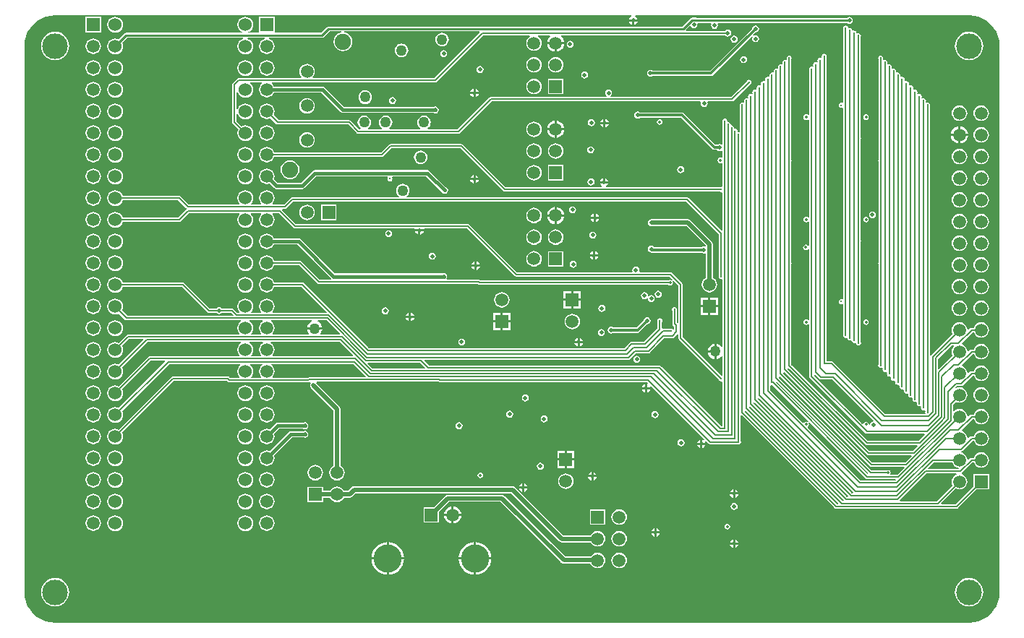
<source format=gbl>
G04*
G04 #@! TF.GenerationSoftware,Altium Limited,Altium Designer,21.3.2 (30)*
G04*
G04 Layer_Physical_Order=4*
G04 Layer_Color=16711680*
%FSLAX25Y25*%
%MOIN*%
G70*
G04*
G04 #@! TF.SameCoordinates,35EDE252-B6D9-4C08-81A6-3FFBFD5BE296*
G04*
G04*
G04 #@! TF.FilePolarity,Positive*
G04*
G01*
G75*
%ADD11C,0.00787*%
%ADD13C,0.01000*%
%ADD17C,0.01181*%
%ADD45C,0.05906*%
%ADD46C,0.07480*%
%ADD47C,0.11811*%
%ADD55C,0.01968*%
%ADD56C,0.01575*%
%ADD57C,0.06000*%
%ADD58R,0.05906X0.05906*%
%ADD59R,0.05906X0.05906*%
%ADD60C,0.12992*%
%ADD61C,0.05000*%
%ADD62C,0.01968*%
%ADD63C,0.01378*%
%ADD64C,0.01102*%
G36*
X-11811Y2322D02*
X253796Y2322D01*
X253867Y2114D01*
X253879Y1822D01*
X253294Y1431D01*
X252855Y774D01*
X252801Y500D01*
X256648D01*
X256593Y774D01*
X256155Y1431D01*
X255570Y1822D01*
X255582Y2114D01*
X255653Y2322D01*
X408949Y2322D01*
X409449Y2322D01*
X409449Y2322D01*
X409943Y2307D01*
X411663Y2172D01*
X413824Y1654D01*
X415876Y803D01*
X417770Y-357D01*
X419460Y-1800D01*
X420902Y-3489D01*
X422063Y-5384D01*
X422913Y-7436D01*
X423432Y-9596D01*
X423567Y-11317D01*
X423582Y-11811D01*
X423582Y-11811D01*
X423582Y-12311D01*
X423582Y-263284D01*
X423582Y-263285D01*
X423582Y-263779D01*
X423567Y-264274D01*
X423432Y-265994D01*
X422913Y-268154D01*
X422063Y-270207D01*
X420902Y-272101D01*
X419460Y-273790D01*
X417770Y-275233D01*
X415876Y-276394D01*
X413824Y-277244D01*
X411663Y-277763D01*
X409538Y-277930D01*
X409449Y-277912D01*
X115354D01*
X-11811Y-277912D01*
X-11900Y-277930D01*
X-14026Y-277763D01*
X-16186Y-277244D01*
X-18238Y-276394D01*
X-20132Y-275233D01*
X-21822Y-273790D01*
X-23265Y-272101D01*
X-24425Y-270207D01*
X-25275Y-268154D01*
X-25794Y-265994D01*
X-25961Y-263868D01*
X-25944Y-263779D01*
Y-11811D01*
X-25961Y-11722D01*
X-25794Y-9596D01*
X-25275Y-7436D01*
X-24425Y-5384D01*
X-23265Y-3489D01*
X-21822Y-1800D01*
X-20132Y-357D01*
X-18238Y803D01*
X-16186Y1654D01*
X-14026Y2172D01*
X-11900Y2339D01*
X-11811Y2322D01*
D02*
G37*
%LPC*%
G36*
X75827Y1663D02*
X74887Y1539D01*
X74011Y1176D01*
X73259Y599D01*
X72682Y-153D01*
X72319Y-1029D01*
X72196Y-1969D01*
X72319Y-2908D01*
X72682Y-3784D01*
X73259Y-4536D01*
X74011Y-5113D01*
X74386Y-5268D01*
X74286Y-5768D01*
X20906D01*
X20476Y-5854D01*
X20112Y-6097D01*
X20112Y-6097D01*
X17460Y-8749D01*
X16767Y-8461D01*
X15827Y-8337D01*
X14887Y-8461D01*
X14011Y-8824D01*
X13259Y-9401D01*
X12682Y-10153D01*
X12319Y-11029D01*
X12196Y-11969D01*
X12319Y-12908D01*
X12682Y-13784D01*
X13259Y-14536D01*
X14011Y-15113D01*
X14887Y-15476D01*
X15827Y-15600D01*
X16767Y-15476D01*
X17642Y-15113D01*
X18394Y-14536D01*
X18971Y-13784D01*
X19334Y-12908D01*
X19458Y-11969D01*
X19334Y-11029D01*
X19047Y-10335D01*
X21370Y-8011D01*
X74667D01*
X74766Y-8511D01*
X74011Y-8824D01*
X73259Y-9401D01*
X72682Y-10153D01*
X72319Y-11029D01*
X72196Y-11969D01*
X72319Y-12908D01*
X72682Y-13784D01*
X73259Y-14536D01*
X74011Y-15113D01*
X74887Y-15476D01*
X75827Y-15600D01*
X76767Y-15476D01*
X77642Y-15113D01*
X78394Y-14536D01*
X78971Y-13784D01*
X79334Y-12908D01*
X79458Y-11969D01*
X79334Y-11029D01*
X78971Y-10153D01*
X78394Y-9401D01*
X77642Y-8824D01*
X76888Y-8511D01*
X76987Y-8011D01*
X84835D01*
X84899Y-8507D01*
X84035Y-8865D01*
X83293Y-9435D01*
X82723Y-10177D01*
X82366Y-11041D01*
X82243Y-11969D01*
X82366Y-12896D01*
X82723Y-13760D01*
X83293Y-14502D01*
X84035Y-15072D01*
X84899Y-15430D01*
X85827Y-15552D01*
X86754Y-15430D01*
X87618Y-15072D01*
X88361Y-14502D01*
X88930Y-13760D01*
X89288Y-12896D01*
X89410Y-11969D01*
X89288Y-11041D01*
X88930Y-10177D01*
X88361Y-9435D01*
X87618Y-8865D01*
X86754Y-8507D01*
X86818Y-8011D01*
X111220D01*
X111221Y-8011D01*
X111650Y-7926D01*
X112013Y-7683D01*
X114638Y-5059D01*
X120122D01*
X120155Y-5559D01*
X119733Y-5614D01*
X118677Y-6051D01*
X117771Y-6747D01*
X117075Y-7654D01*
X116638Y-8709D01*
X116489Y-9843D01*
X116638Y-10976D01*
X117075Y-12031D01*
X117771Y-12938D01*
X118677Y-13634D01*
X119733Y-14071D01*
X120866Y-14220D01*
X121999Y-14071D01*
X123055Y-13634D01*
X123962Y-12938D01*
X124657Y-12031D01*
X125095Y-10976D01*
X125244Y-9843D01*
X125095Y-8709D01*
X124657Y-7654D01*
X123962Y-6747D01*
X123055Y-6051D01*
X121999Y-5614D01*
X121577Y-5559D01*
X121610Y-5059D01*
X183746D01*
X183953Y-5559D01*
X162957Y-26555D01*
X107097D01*
X106942Y-26055D01*
X107434Y-25414D01*
X107792Y-24550D01*
X107914Y-23622D01*
X107792Y-22695D01*
X107434Y-21830D01*
X106865Y-21088D01*
X106122Y-20519D01*
X105258Y-20161D01*
X104331Y-20039D01*
X103403Y-20161D01*
X102539Y-20519D01*
X101797Y-21088D01*
X101227Y-21830D01*
X100869Y-22695D01*
X100747Y-23622D01*
X100869Y-24550D01*
X101227Y-25414D01*
X101720Y-26055D01*
X101565Y-26555D01*
X72825D01*
X72438Y-26632D01*
X72109Y-26852D01*
X70150Y-28811D01*
X69930Y-29140D01*
X69853Y-29528D01*
Y-47008D01*
X69930Y-47396D01*
X70150Y-47724D01*
X72652Y-50226D01*
X72319Y-51029D01*
X72196Y-51968D01*
X72319Y-52908D01*
X72682Y-53784D01*
X73259Y-54536D01*
X74011Y-55113D01*
X74887Y-55476D01*
X75827Y-55600D01*
X76767Y-55476D01*
X77642Y-55113D01*
X78394Y-54536D01*
X78971Y-53784D01*
X79334Y-52908D01*
X79458Y-51968D01*
X79334Y-51029D01*
X78971Y-50153D01*
X78394Y-49401D01*
X77642Y-48824D01*
X76767Y-48461D01*
X75827Y-48337D01*
X74887Y-48461D01*
X74085Y-48794D01*
X71879Y-46588D01*
Y-43152D01*
X72379Y-43053D01*
X72682Y-43784D01*
X73259Y-44536D01*
X74011Y-45113D01*
X74887Y-45476D01*
X75827Y-45600D01*
X76767Y-45476D01*
X77642Y-45113D01*
X78394Y-44536D01*
X78971Y-43784D01*
X79334Y-42908D01*
X79458Y-41969D01*
X79334Y-41029D01*
X78971Y-40153D01*
X78394Y-39401D01*
X77642Y-38824D01*
X76767Y-38461D01*
X75827Y-38337D01*
X74887Y-38461D01*
X74011Y-38824D01*
X73259Y-39401D01*
X72682Y-40153D01*
X72379Y-40884D01*
X71879Y-40785D01*
Y-33152D01*
X72379Y-33053D01*
X72682Y-33784D01*
X73259Y-34536D01*
X74011Y-35113D01*
X74887Y-35476D01*
X75827Y-35600D01*
X76767Y-35476D01*
X77642Y-35113D01*
X78394Y-34536D01*
X78971Y-33784D01*
X79334Y-32908D01*
X79458Y-31969D01*
X79334Y-31029D01*
X78971Y-30153D01*
X78394Y-29401D01*
X77978Y-29082D01*
X78148Y-28582D01*
X83583D01*
X83753Y-29082D01*
X83293Y-29435D01*
X82723Y-30177D01*
X82366Y-31041D01*
X82243Y-31969D01*
X82366Y-32896D01*
X82723Y-33760D01*
X83293Y-34502D01*
X84035Y-35072D01*
X84899Y-35430D01*
X85827Y-35552D01*
X86754Y-35430D01*
X87618Y-35072D01*
X88361Y-34502D01*
X88930Y-33760D01*
X89086Y-33383D01*
X110910D01*
X119866Y-42339D01*
X120325Y-42645D01*
X120866Y-42753D01*
X162651D01*
X162768Y-42831D01*
X163386Y-42954D01*
X164004Y-42831D01*
X164528Y-42481D01*
X164878Y-41957D01*
X165001Y-41339D01*
X164878Y-40720D01*
X164528Y-40196D01*
X164004Y-39846D01*
X163386Y-39723D01*
X162768Y-39846D01*
X162651Y-39924D01*
X121452D01*
X112496Y-30968D01*
X112037Y-30662D01*
X111496Y-30554D01*
X89086D01*
X88930Y-30177D01*
X88361Y-29435D01*
X87901Y-29082D01*
X88070Y-28582D01*
X163376D01*
X163764Y-28505D01*
X164093Y-28285D01*
X185459Y-6919D01*
X206903D01*
X207023Y-7185D01*
X207041Y-7419D01*
X206364Y-7939D01*
X205794Y-8681D01*
X205436Y-9545D01*
X205314Y-10472D01*
X205436Y-11400D01*
X205794Y-12264D01*
X206364Y-13006D01*
X207106Y-13576D01*
X207970Y-13934D01*
X208898Y-14056D01*
X209825Y-13934D01*
X210689Y-13576D01*
X211432Y-13006D01*
X212001Y-12264D01*
X212359Y-11400D01*
X212481Y-10472D01*
X212359Y-9545D01*
X212001Y-8681D01*
X211432Y-7939D01*
X210754Y-7419D01*
X210772Y-7185D01*
X210892Y-6919D01*
X216214D01*
X216384Y-7419D01*
X216078Y-7653D01*
X215445Y-8479D01*
X215047Y-9441D01*
X214977Y-9972D01*
X218898D01*
X222819D01*
X222749Y-9441D01*
X222350Y-8479D01*
X221717Y-7653D01*
X221411Y-7419D01*
X221581Y-6919D01*
X297000D01*
X297086Y-7048D01*
X297610Y-7398D01*
X298228Y-7521D01*
X298847Y-7398D01*
X299371Y-7048D01*
X299721Y-6524D01*
X299844Y-5906D01*
X299721Y-5287D01*
X299371Y-4763D01*
X298847Y-4413D01*
X298228Y-4290D01*
X297610Y-4413D01*
X297086Y-4763D01*
X297000Y-4892D01*
X279099D01*
X278892Y-4392D01*
X280711Y-2573D01*
X281273Y-2718D01*
X281535Y-3111D01*
X282059Y-3461D01*
X282677Y-3584D01*
X283295Y-3461D01*
X283819Y-3111D01*
X284170Y-2587D01*
X284293Y-1969D01*
X284224Y-1622D01*
X284572Y-1122D01*
X290448D01*
X290716Y-1622D01*
X290634Y-1744D01*
X290511Y-2362D01*
X290634Y-2980D01*
X290984Y-3504D01*
X291508Y-3855D01*
X292126Y-3977D01*
X292744Y-3855D01*
X293268Y-3504D01*
X293618Y-2980D01*
X293741Y-2362D01*
X293618Y-1744D01*
X293536Y-1622D01*
X293804Y-1122D01*
X353175D01*
X353188Y-1142D01*
X353713Y-1492D01*
X354331Y-1615D01*
X354949Y-1492D01*
X355473Y-1142D01*
X355823Y-618D01*
X355946Y0D01*
X355823Y618D01*
X355473Y1142D01*
X354949Y1492D01*
X354331Y1615D01*
X353713Y1492D01*
X353188Y1142D01*
X353175Y1122D01*
X284015D01*
X283970Y1152D01*
X283541Y1237D01*
X283540Y1237D01*
X281814D01*
X281814Y1237D01*
X281385Y1152D01*
X281021Y909D01*
X281021Y909D01*
X277296Y-2816D01*
X114173D01*
X114173Y-2815D01*
X113744Y-2901D01*
X113380Y-3144D01*
X113380Y-3144D01*
X110756Y-5768D01*
X89777D01*
X89380Y-5521D01*
X89380Y-5268D01*
Y1584D01*
X82274D01*
Y-5268D01*
X82274Y-5521D01*
X81876Y-5768D01*
X77367D01*
X77268Y-5268D01*
X77642Y-5113D01*
X78394Y-4536D01*
X78971Y-3784D01*
X79334Y-2908D01*
X79458Y-1969D01*
X79334Y-1029D01*
X78971Y-153D01*
X78394Y599D01*
X77642Y1176D01*
X76767Y1539D01*
X75827Y1663D01*
D02*
G37*
G36*
X256648Y-500D02*
X255224D01*
Y-1924D01*
X255499Y-1869D01*
X256155Y-1431D01*
X256593Y-774D01*
X256648Y-500D01*
D02*
G37*
G36*
X254224D02*
X252801D01*
X252855Y-774D01*
X253294Y-1431D01*
X253950Y-1869D01*
X254224Y-1924D01*
Y-500D01*
D02*
G37*
G36*
X9380Y1584D02*
X2274D01*
Y-5521D01*
X9380D01*
Y1584D01*
D02*
G37*
G36*
X15827Y1663D02*
X14887Y1539D01*
X14011Y1176D01*
X13259Y599D01*
X12682Y-153D01*
X12319Y-1029D01*
X12196Y-1969D01*
X12319Y-2908D01*
X12682Y-3784D01*
X13259Y-4536D01*
X14011Y-5113D01*
X14887Y-5476D01*
X15827Y-5600D01*
X16767Y-5476D01*
X17642Y-5113D01*
X18394Y-4536D01*
X18971Y-3784D01*
X19334Y-2908D01*
X19458Y-1969D01*
X19334Y-1029D01*
X18971Y-153D01*
X18394Y599D01*
X17642Y1176D01*
X16767Y1539D01*
X15827Y1663D01*
D02*
G37*
G36*
X311024Y-2322D02*
X310405Y-2445D01*
X309881Y-2795D01*
X309531Y-3319D01*
X309434Y-3810D01*
X290048Y-23196D01*
X263633D01*
X263217Y-22917D01*
X262598Y-22794D01*
X261980Y-22917D01*
X261456Y-23267D01*
X261106Y-23791D01*
X260983Y-24409D01*
X261106Y-25028D01*
X261456Y-25552D01*
X261980Y-25902D01*
X262598Y-26025D01*
X263217Y-25902D01*
X263633Y-25623D01*
X290551D01*
X290551Y-25623D01*
X291016Y-25531D01*
X291409Y-25268D01*
X309426Y-7251D01*
X309814Y-7570D01*
X309630Y-7846D01*
X309507Y-8465D01*
X309630Y-9083D01*
X309980Y-9607D01*
X310504Y-9957D01*
X311122Y-10080D01*
X311740Y-9957D01*
X312264Y-9607D01*
X312614Y-9083D01*
X312737Y-8465D01*
X312614Y-7846D01*
X312264Y-7322D01*
X311740Y-6972D01*
X311122Y-6849D01*
X310504Y-6972D01*
X310227Y-7157D01*
X309909Y-6769D01*
X311150Y-5527D01*
X311642Y-5429D01*
X312166Y-5079D01*
X312516Y-4555D01*
X312639Y-3937D01*
X312516Y-3319D01*
X312166Y-2795D01*
X311642Y-2445D01*
X311024Y-2322D01*
D02*
G37*
G36*
X301181Y-7046D02*
X300563Y-7169D01*
X300039Y-7519D01*
X299689Y-8043D01*
X299566Y-8661D01*
X299689Y-9280D01*
X300039Y-9804D01*
X300563Y-10154D01*
X301181Y-10277D01*
X301799Y-10154D01*
X302323Y-9804D01*
X302673Y-9280D01*
X302796Y-8661D01*
X302673Y-8043D01*
X302323Y-7519D01*
X301799Y-7169D01*
X301181Y-7046D01*
D02*
G37*
G36*
X166531Y-5727D02*
X165722Y-5834D01*
X164968Y-6146D01*
X164320Y-6643D01*
X163823Y-7291D01*
X163511Y-8045D01*
X163405Y-8854D01*
X163511Y-9663D01*
X163823Y-10418D01*
X164320Y-11065D01*
X164968Y-11562D01*
X165722Y-11874D01*
X166531Y-11981D01*
X167341Y-11874D01*
X168095Y-11562D01*
X168742Y-11065D01*
X169239Y-10418D01*
X169552Y-9663D01*
X169658Y-8854D01*
X169552Y-8045D01*
X169239Y-7291D01*
X168742Y-6643D01*
X168095Y-6146D01*
X167341Y-5834D01*
X166531Y-5727D01*
D02*
G37*
G36*
X225590Y-9408D02*
X224972Y-9531D01*
X224448Y-9881D01*
X224098Y-10406D01*
X223975Y-11024D01*
X224098Y-11642D01*
X224448Y-12166D01*
X224972Y-12516D01*
X225590Y-12639D01*
X226209Y-12516D01*
X226733Y-12166D01*
X227083Y-11642D01*
X227206Y-11024D01*
X227083Y-10406D01*
X226733Y-9881D01*
X226209Y-9531D01*
X225590Y-9408D01*
D02*
G37*
G36*
X222819Y-10972D02*
X219398D01*
Y-14393D01*
X219930Y-14323D01*
X220891Y-13925D01*
X221717Y-13292D01*
X222350Y-12466D01*
X222749Y-11504D01*
X222819Y-10972D01*
D02*
G37*
G36*
X218398D02*
X214977D01*
X215047Y-11504D01*
X215445Y-12466D01*
X216078Y-13292D01*
X216904Y-13925D01*
X217866Y-14323D01*
X218398Y-14393D01*
Y-10972D01*
D02*
G37*
G36*
X5827Y-8385D02*
X4899Y-8507D01*
X4035Y-8865D01*
X3293Y-9435D01*
X2723Y-10177D01*
X2365Y-11041D01*
X2243Y-11969D01*
X2365Y-12896D01*
X2723Y-13760D01*
X3293Y-14502D01*
X4035Y-15072D01*
X4899Y-15430D01*
X5827Y-15552D01*
X6754Y-15430D01*
X7619Y-15072D01*
X8361Y-14502D01*
X8930Y-13760D01*
X9288Y-12896D01*
X9410Y-11969D01*
X9288Y-11041D01*
X8930Y-10177D01*
X8361Y-9435D01*
X7619Y-8865D01*
X6754Y-8507D01*
X5827Y-8385D01*
D02*
G37*
G36*
X147852Y-10668D02*
X147043Y-10775D01*
X146289Y-11087D01*
X145641Y-11584D01*
X145144Y-12232D01*
X144832Y-12986D01*
X144725Y-13795D01*
X144832Y-14604D01*
X145144Y-15359D01*
X145641Y-16006D01*
X146289Y-16503D01*
X147043Y-16815D01*
X147852Y-16922D01*
X148661Y-16815D01*
X149415Y-16503D01*
X150063Y-16006D01*
X150560Y-15359D01*
X150872Y-14604D01*
X150979Y-13795D01*
X150872Y-12986D01*
X150560Y-12232D01*
X150063Y-11584D01*
X149415Y-11087D01*
X148661Y-10775D01*
X147852Y-10668D01*
D02*
G37*
G36*
X167333Y-13707D02*
X166715Y-13830D01*
X166191Y-14180D01*
X165841Y-14704D01*
X165718Y-15322D01*
X165841Y-15941D01*
X166191Y-16465D01*
X166715Y-16815D01*
X167333Y-16938D01*
X167951Y-16815D01*
X168475Y-16465D01*
X168825Y-15941D01*
X168948Y-15322D01*
X168825Y-14704D01*
X168475Y-14180D01*
X167951Y-13830D01*
X167333Y-13707D01*
D02*
G37*
G36*
X342717Y-15362D02*
X342267Y-15451D01*
X341887Y-15706D01*
X341632Y-16086D01*
X341543Y-16535D01*
X341632Y-16985D01*
X341296Y-17374D01*
X341203Y-17424D01*
X341197Y-17420D01*
X340748Y-17330D01*
X340299Y-17420D01*
X339918Y-17674D01*
X339664Y-18055D01*
X339574Y-18504D01*
X339664Y-18953D01*
X339327Y-19343D01*
X339235Y-19392D01*
X339229Y-19388D01*
X338779Y-19299D01*
X338330Y-19388D01*
X337950Y-19643D01*
X337695Y-20023D01*
X337606Y-20472D01*
X337695Y-20922D01*
X337359Y-21311D01*
X337266Y-21361D01*
X337260Y-21357D01*
X336811Y-21267D01*
X336362Y-21357D01*
X335981Y-21611D01*
X335727Y-21992D01*
X335637Y-22441D01*
X335727Y-22890D01*
X335798Y-22997D01*
Y-43503D01*
X335499Y-43642D01*
X335298Y-43689D01*
X334912Y-43431D01*
X334409Y-43332D01*
X333907Y-43431D01*
X333480Y-43716D01*
X333195Y-44143D01*
X333095Y-44646D01*
X333195Y-45149D01*
X333480Y-45575D01*
X333907Y-45860D01*
X334409Y-45960D01*
X334912Y-45860D01*
X335298Y-45602D01*
X335499Y-45649D01*
X335798Y-45788D01*
Y-69129D01*
X335727Y-69236D01*
X335637Y-69685D01*
X335727Y-70134D01*
X335798Y-70241D01*
Y-90748D01*
X335499Y-90886D01*
X335298Y-90933D01*
X334912Y-90676D01*
X334409Y-90575D01*
X333907Y-90676D01*
X333480Y-90961D01*
X333195Y-91387D01*
X333095Y-91890D01*
X333195Y-92393D01*
X333480Y-92819D01*
X333907Y-93104D01*
X334409Y-93204D01*
X334912Y-93104D01*
X335298Y-92846D01*
X335499Y-92894D01*
X335798Y-93032D01*
Y-103818D01*
X335298Y-103970D01*
X335181Y-103795D01*
X334755Y-103510D01*
X334252Y-103410D01*
X333749Y-103510D01*
X333323Y-103795D01*
X333038Y-104221D01*
X332938Y-104724D01*
X333038Y-105227D01*
X333323Y-105654D01*
X333749Y-105939D01*
X334252Y-106039D01*
X334755Y-105939D01*
X335181Y-105654D01*
X335298Y-105479D01*
X335798Y-105631D01*
Y-116373D01*
X335727Y-116480D01*
X335637Y-116929D01*
X335727Y-117378D01*
X335798Y-117485D01*
Y-137992D01*
X335499Y-138130D01*
X335298Y-138177D01*
X334912Y-137920D01*
X334409Y-137820D01*
X333907Y-137920D01*
X333480Y-138205D01*
X333195Y-138631D01*
X333095Y-139134D01*
X333195Y-139637D01*
X333480Y-140063D01*
X333907Y-140348D01*
X334409Y-140448D01*
X334912Y-140348D01*
X335298Y-140091D01*
X335499Y-140138D01*
X335798Y-140276D01*
Y-163618D01*
X335727Y-163724D01*
X335637Y-164173D01*
X335727Y-164622D01*
X335981Y-165003D01*
X336362Y-165258D01*
X336488Y-165283D01*
X361606Y-190401D01*
X361935Y-190621D01*
X362323Y-190698D01*
X388909D01*
X389100Y-191160D01*
X386234Y-194026D01*
X362821D01*
X327606Y-158810D01*
X327580Y-158685D01*
X327509Y-158578D01*
Y-112445D01*
X327580Y-112339D01*
X327670Y-111890D01*
X327580Y-111441D01*
X327509Y-111334D01*
Y-65201D01*
X327580Y-65095D01*
X327670Y-64646D01*
X327580Y-64196D01*
X327509Y-64090D01*
Y-17957D01*
X327580Y-17851D01*
X327670Y-17402D01*
X327580Y-16952D01*
X327326Y-16572D01*
X326945Y-16317D01*
X326496Y-16228D01*
X326047Y-16317D01*
X325666Y-16572D01*
X325412Y-16952D01*
X325322Y-17402D01*
X325412Y-17851D01*
X325075Y-18240D01*
X324983Y-18290D01*
X324977Y-18286D01*
X324528Y-18196D01*
X324078Y-18286D01*
X323698Y-18540D01*
X323443Y-18921D01*
X323354Y-19370D01*
X323443Y-19819D01*
X323107Y-20209D01*
X323014Y-20258D01*
X323008Y-20254D01*
X322559Y-20165D01*
X322110Y-20254D01*
X321729Y-20509D01*
X321475Y-20889D01*
X321385Y-21339D01*
X321475Y-21788D01*
X321138Y-22177D01*
X321046Y-22227D01*
X321040Y-22223D01*
X320590Y-22133D01*
X320141Y-22223D01*
X319761Y-22477D01*
X319506Y-22858D01*
X319417Y-23307D01*
X319506Y-23756D01*
X319170Y-24146D01*
X319077Y-24195D01*
X319071Y-24191D01*
X318622Y-24102D01*
X318173Y-24191D01*
X317792Y-24446D01*
X317538Y-24826D01*
X317448Y-25276D01*
X317538Y-25725D01*
X317201Y-26114D01*
X317109Y-26164D01*
X317103Y-26160D01*
X316653Y-26070D01*
X316204Y-26160D01*
X315824Y-26414D01*
X315569Y-26795D01*
X315480Y-27244D01*
X315569Y-27693D01*
X315233Y-28083D01*
X315140Y-28132D01*
X315134Y-28128D01*
X314685Y-28039D01*
X314236Y-28128D01*
X313855Y-28383D01*
X313601Y-28763D01*
X313511Y-29213D01*
X313601Y-29662D01*
X313264Y-30051D01*
X313172Y-30101D01*
X313166Y-30097D01*
X312717Y-30007D01*
X312267Y-30097D01*
X311887Y-30351D01*
X311632Y-30732D01*
X311543Y-31181D01*
X311632Y-31630D01*
X311296Y-32020D01*
X311203Y-32069D01*
X311197Y-32065D01*
X310748Y-31976D01*
X310299Y-32065D01*
X309918Y-32320D01*
X309664Y-32700D01*
X309574Y-33150D01*
X309664Y-33599D01*
X309327Y-33988D01*
X309235Y-34038D01*
X309229Y-34034D01*
X308780Y-33944D01*
X308330Y-34034D01*
X307950Y-34288D01*
X307695Y-34669D01*
X307606Y-35118D01*
X307695Y-35567D01*
X307359Y-35957D01*
X307266Y-36006D01*
X307260Y-36002D01*
X306811Y-35913D01*
X306362Y-36002D01*
X305981Y-36257D01*
X305727Y-36637D01*
X305637Y-37087D01*
X305727Y-37536D01*
X305390Y-37925D01*
X305298Y-37975D01*
X305292Y-37971D01*
X304842Y-37881D01*
X304393Y-37971D01*
X304013Y-38225D01*
X303758Y-38606D01*
X303669Y-39055D01*
X303758Y-39504D01*
X303829Y-39611D01*
Y-51270D01*
X303329Y-51618D01*
X303150Y-51582D01*
X302748Y-51181D01*
X302659Y-50732D01*
X302405Y-50351D01*
X302024Y-50097D01*
X301575Y-50007D01*
X301174Y-49606D01*
X301084Y-49157D01*
X300830Y-48776D01*
X300449Y-48522D01*
X300000Y-48433D01*
X299599Y-48031D01*
X299510Y-47582D01*
X299255Y-47201D01*
X298874Y-46947D01*
X298425Y-46858D01*
X298024Y-46457D01*
X297935Y-46007D01*
X297680Y-45627D01*
X297300Y-45372D01*
X296850Y-45283D01*
X296401Y-45372D01*
X296020Y-45627D01*
X295766Y-46007D01*
X295677Y-46457D01*
X295766Y-46906D01*
X295837Y-47012D01*
Y-57056D01*
X295337Y-57323D01*
X295106Y-57169D01*
X294488Y-57046D01*
X293870Y-57169D01*
X293679Y-57297D01*
X292478D01*
X278024Y-42843D01*
X277630Y-42579D01*
X277165Y-42487D01*
X277165Y-42487D01*
X257728D01*
X257311Y-42208D01*
X256693Y-42085D01*
X256075Y-42208D01*
X255551Y-42559D01*
X255201Y-43083D01*
X255078Y-43701D01*
X255201Y-44319D01*
X255551Y-44843D01*
X256075Y-45193D01*
X256693Y-45316D01*
X257311Y-45193D01*
X257728Y-44915D01*
X276663D01*
X291117Y-59369D01*
X291511Y-59632D01*
X291975Y-59725D01*
X291975Y-59725D01*
X293293D01*
X293346Y-59804D01*
X293870Y-60154D01*
X294488Y-60277D01*
X295106Y-60154D01*
X295337Y-60000D01*
X295837Y-60267D01*
Y-63054D01*
X295420Y-63329D01*
X295337Y-63343D01*
X294882Y-63253D01*
X294379Y-63353D01*
X293953Y-63638D01*
X293668Y-64064D01*
X293568Y-64567D01*
X293668Y-65070D01*
X293953Y-65496D01*
X294379Y-65781D01*
X294882Y-65881D01*
X295337Y-65791D01*
X295420Y-65804D01*
X295837Y-66080D01*
Y-76388D01*
X295337Y-76791D01*
X295276Y-76779D01*
X294826Y-76868D01*
X294720Y-76940D01*
X242235D01*
X242088Y-76440D01*
X242619Y-76084D01*
X243058Y-75428D01*
X243113Y-75153D01*
X239265D01*
X239320Y-75428D01*
X239758Y-76084D01*
X240290Y-76440D01*
X240143Y-76940D01*
X195789D01*
X176204Y-57354D01*
X175875Y-57135D01*
X175488Y-57058D01*
X142717D01*
X142329Y-57135D01*
X142000Y-57354D01*
X138399Y-60955D01*
X89253D01*
X88930Y-60177D01*
X88361Y-59435D01*
X87618Y-58865D01*
X86754Y-58507D01*
X85827Y-58385D01*
X84899Y-58507D01*
X84035Y-58865D01*
X83293Y-59435D01*
X82723Y-60177D01*
X82366Y-61041D01*
X82243Y-61968D01*
X82366Y-62896D01*
X82723Y-63760D01*
X83293Y-64502D01*
X84035Y-65072D01*
X84899Y-65430D01*
X85827Y-65552D01*
X86754Y-65430D01*
X87618Y-65072D01*
X88361Y-64502D01*
X88930Y-63760D01*
X89253Y-62982D01*
X138819D01*
X139207Y-62905D01*
X139535Y-62685D01*
X143136Y-59084D01*
X175068D01*
X194653Y-78669D01*
X194982Y-78889D01*
X195370Y-78966D01*
X294720D01*
X294826Y-79037D01*
X295276Y-79127D01*
X295337Y-79114D01*
X295837Y-79518D01*
Y-93145D01*
X295766Y-93252D01*
X295677Y-93701D01*
X295766Y-94150D01*
X295837Y-94257D01*
Y-96901D01*
X295375Y-97092D01*
X280244Y-81961D01*
X279915Y-81741D01*
X279528Y-81664D01*
X150233D01*
X150102Y-81164D01*
X150636Y-80754D01*
X151133Y-80107D01*
X151445Y-79353D01*
X151552Y-78543D01*
X151445Y-77734D01*
X151133Y-76980D01*
X150636Y-76332D01*
X149989Y-75836D01*
X149234Y-75523D01*
X148425Y-75417D01*
X147616Y-75523D01*
X146862Y-75836D01*
X146214Y-76332D01*
X145717Y-76980D01*
X145405Y-77734D01*
X145298Y-78543D01*
X145405Y-79353D01*
X145717Y-80107D01*
X146214Y-80754D01*
X146748Y-81164D01*
X146618Y-81664D01*
X97441D01*
X97053Y-81741D01*
X96724Y-81961D01*
X93736Y-84949D01*
X88512D01*
X88508Y-84937D01*
X88402Y-84449D01*
X88930Y-83760D01*
X89288Y-82896D01*
X89410Y-81968D01*
X89288Y-81041D01*
X88930Y-80177D01*
X88361Y-79435D01*
X87618Y-78865D01*
X86754Y-78507D01*
X85827Y-78385D01*
X84899Y-78507D01*
X84035Y-78865D01*
X83293Y-79435D01*
X82723Y-80177D01*
X82366Y-81041D01*
X82243Y-81968D01*
X82366Y-82896D01*
X82723Y-83760D01*
X83252Y-84449D01*
X83145Y-84937D01*
X83141Y-84949D01*
X78603D01*
X78461Y-84449D01*
X78971Y-83784D01*
X79334Y-82908D01*
X79458Y-81968D01*
X79334Y-81029D01*
X78971Y-80153D01*
X78394Y-79401D01*
X77642Y-78824D01*
X76767Y-78461D01*
X75827Y-78337D01*
X74887Y-78461D01*
X74011Y-78824D01*
X73259Y-79401D01*
X72682Y-80153D01*
X72319Y-81029D01*
X72196Y-81968D01*
X72319Y-82908D01*
X72682Y-83784D01*
X73192Y-84449D01*
X73051Y-84949D01*
X49776D01*
X46079Y-81252D01*
X45750Y-81032D01*
X45362Y-80955D01*
X19304D01*
X18971Y-80153D01*
X18394Y-79401D01*
X17642Y-78824D01*
X16767Y-78461D01*
X15827Y-78337D01*
X14887Y-78461D01*
X14011Y-78824D01*
X13259Y-79401D01*
X12682Y-80153D01*
X12319Y-81029D01*
X12196Y-81968D01*
X12319Y-82908D01*
X12682Y-83784D01*
X13259Y-84536D01*
X14011Y-85113D01*
X14887Y-85476D01*
X15827Y-85600D01*
X16767Y-85476D01*
X17642Y-85113D01*
X18394Y-84536D01*
X18971Y-83784D01*
X19304Y-82982D01*
X44943D01*
X48627Y-86666D01*
X48640Y-86681D01*
Y-87256D01*
X48627Y-87271D01*
X44943Y-90955D01*
X19304D01*
X18971Y-90153D01*
X18394Y-89401D01*
X17642Y-88824D01*
X16767Y-88461D01*
X15827Y-88337D01*
X14887Y-88461D01*
X14011Y-88824D01*
X13259Y-89401D01*
X12682Y-90153D01*
X12319Y-91029D01*
X12196Y-91969D01*
X12319Y-92908D01*
X12682Y-93784D01*
X13259Y-94536D01*
X14011Y-95113D01*
X14887Y-95476D01*
X15827Y-95600D01*
X16767Y-95476D01*
X17642Y-95113D01*
X18394Y-94536D01*
X18971Y-93784D01*
X19304Y-92982D01*
X45362D01*
X45750Y-92905D01*
X46079Y-92685D01*
X49776Y-88988D01*
X73051D01*
X73192Y-89488D01*
X72682Y-90153D01*
X72319Y-91029D01*
X72196Y-91969D01*
X72319Y-92908D01*
X72682Y-93784D01*
X73259Y-94536D01*
X74011Y-95113D01*
X74887Y-95476D01*
X75827Y-95600D01*
X76767Y-95476D01*
X77642Y-95113D01*
X78394Y-94536D01*
X78971Y-93784D01*
X79334Y-92908D01*
X79458Y-91969D01*
X79334Y-91029D01*
X78971Y-90153D01*
X78461Y-89488D01*
X78603Y-88988D01*
X83141D01*
X83145Y-89000D01*
X83252Y-89488D01*
X82723Y-90177D01*
X82366Y-91041D01*
X82243Y-91969D01*
X82366Y-92896D01*
X82723Y-93760D01*
X83293Y-94502D01*
X84035Y-95072D01*
X84899Y-95430D01*
X85827Y-95552D01*
X86754Y-95430D01*
X87618Y-95072D01*
X88361Y-94502D01*
X88930Y-93760D01*
X89288Y-92896D01*
X89410Y-91969D01*
X89288Y-91041D01*
X88930Y-90177D01*
X88402Y-89488D01*
X88508Y-89000D01*
X88512Y-88988D01*
X91492D01*
X98093Y-95589D01*
X98422Y-95809D01*
X98809Y-95886D01*
X153805D01*
X154146Y-96350D01*
X158059D01*
X158400Y-95886D01*
X178114D01*
X200071Y-117842D01*
X200400Y-118062D01*
X200787Y-118139D01*
X271234D01*
X272716Y-119621D01*
X272397Y-120010D01*
X272361Y-119986D01*
X272157Y-119849D01*
X271654Y-119749D01*
X271151Y-119849D01*
X270850Y-120050D01*
X184320D01*
X184134Y-119865D01*
X183806Y-119645D01*
X183418Y-119568D01*
X168824D01*
X168588Y-119068D01*
X168815Y-118728D01*
X168938Y-118110D01*
X168815Y-117492D01*
X168465Y-116968D01*
X167941Y-116618D01*
X167323Y-116495D01*
X166705Y-116618D01*
X166588Y-116696D01*
X117121D01*
X101394Y-100968D01*
X100935Y-100662D01*
X100394Y-100554D01*
X89086D01*
X88930Y-100177D01*
X88361Y-99435D01*
X87618Y-98865D01*
X86754Y-98507D01*
X85827Y-98385D01*
X84899Y-98507D01*
X84035Y-98865D01*
X83293Y-99435D01*
X82723Y-100177D01*
X82366Y-101041D01*
X82243Y-101969D01*
X82366Y-102896D01*
X82723Y-103760D01*
X83293Y-104502D01*
X84035Y-105072D01*
X84899Y-105430D01*
X85827Y-105552D01*
X86754Y-105430D01*
X87618Y-105072D01*
X88361Y-104502D01*
X88930Y-103760D01*
X89086Y-103383D01*
X99808D01*
X115493Y-119068D01*
X115471Y-119247D01*
X115320Y-119568D01*
X110174D01*
X101858Y-111252D01*
X101530Y-111032D01*
X101142Y-110955D01*
X89253D01*
X88930Y-110177D01*
X88361Y-109435D01*
X87618Y-108865D01*
X86754Y-108507D01*
X85827Y-108385D01*
X84899Y-108507D01*
X84035Y-108865D01*
X83293Y-109435D01*
X82723Y-110177D01*
X82366Y-111041D01*
X82243Y-111969D01*
X82366Y-112896D01*
X82723Y-113760D01*
X83293Y-114502D01*
X84035Y-115072D01*
X84899Y-115430D01*
X85827Y-115552D01*
X86754Y-115430D01*
X87618Y-115072D01*
X88361Y-114502D01*
X88930Y-113760D01*
X89253Y-112982D01*
X100722D01*
X109038Y-121298D01*
X109367Y-121517D01*
X109754Y-121594D01*
X182998D01*
X183184Y-121779D01*
X183512Y-121999D01*
X183900Y-122076D01*
X270850D01*
X271151Y-122277D01*
X271654Y-122377D01*
X272157Y-122277D01*
X272583Y-121992D01*
X272868Y-121566D01*
X272968Y-121063D01*
X272868Y-120560D01*
X272731Y-120355D01*
X272707Y-120319D01*
X273095Y-120000D01*
X275562Y-122467D01*
Y-139563D01*
X275062Y-139770D01*
X274665Y-139374D01*
Y-133991D01*
X274736Y-133884D01*
X274826Y-133435D01*
X274736Y-132986D01*
X274482Y-132605D01*
X274101Y-132351D01*
X273652Y-132261D01*
X273203Y-132351D01*
X272822Y-132605D01*
X272567Y-132986D01*
X272478Y-133435D01*
X272567Y-133884D01*
X272639Y-133991D01*
Y-139794D01*
X272716Y-140181D01*
X272935Y-140510D01*
X273593Y-141168D01*
Y-142561D01*
X273093Y-142713D01*
X272987Y-142553D01*
X272606Y-142299D01*
X272157Y-142210D01*
X271708Y-142299D01*
X271601Y-142370D01*
X268437D01*
X267945Y-141961D01*
Y-139138D01*
X268016Y-139032D01*
X268106Y-138583D01*
X268016Y-138134D01*
X267762Y-137753D01*
X267381Y-137498D01*
X266932Y-137409D01*
X266483Y-137498D01*
X266102Y-137753D01*
X265848Y-138134D01*
X265758Y-138583D01*
X265848Y-139032D01*
X265919Y-139138D01*
Y-142097D01*
X259824Y-148192D01*
X253945D01*
X253557Y-148269D01*
X253228Y-148489D01*
X250572Y-151145D01*
X132879D01*
X102987Y-121252D01*
X102658Y-121032D01*
X102271Y-120955D01*
X89253D01*
X88930Y-120177D01*
X88361Y-119435D01*
X87618Y-118865D01*
X86754Y-118507D01*
X85827Y-118385D01*
X84899Y-118507D01*
X84035Y-118865D01*
X83293Y-119435D01*
X82723Y-120177D01*
X82366Y-121041D01*
X82243Y-121968D01*
X82366Y-122896D01*
X82723Y-123760D01*
X83293Y-124502D01*
X84035Y-125072D01*
X84899Y-125430D01*
X85827Y-125552D01*
X86754Y-125430D01*
X87618Y-125072D01*
X88361Y-124502D01*
X88930Y-123760D01*
X89253Y-122982D01*
X101851D01*
X113309Y-134440D01*
X113118Y-134902D01*
X88593D01*
X88438Y-134402D01*
X88930Y-133760D01*
X89288Y-132896D01*
X89410Y-131968D01*
X89288Y-131041D01*
X88930Y-130177D01*
X88361Y-129435D01*
X87618Y-128865D01*
X86754Y-128507D01*
X85827Y-128385D01*
X84899Y-128507D01*
X84035Y-128865D01*
X83293Y-129435D01*
X82723Y-130177D01*
X82366Y-131041D01*
X82243Y-131968D01*
X82366Y-132896D01*
X82723Y-133760D01*
X83252Y-134449D01*
X83145Y-134937D01*
X83141Y-134949D01*
X78603D01*
X78461Y-134449D01*
X78971Y-133784D01*
X79334Y-132908D01*
X79458Y-131968D01*
X79334Y-131029D01*
X78971Y-130153D01*
X78394Y-129401D01*
X77642Y-128824D01*
X76767Y-128461D01*
X75827Y-128337D01*
X74887Y-128461D01*
X74011Y-128824D01*
X73259Y-129401D01*
X72682Y-130153D01*
X72319Y-131029D01*
X72196Y-131968D01*
X72319Y-132908D01*
X72682Y-133784D01*
X73192Y-134449D01*
X73051Y-134949D01*
X72262D01*
X70455Y-133142D01*
X70126Y-132922D01*
X69738Y-132845D01*
X65008D01*
X64922Y-132716D01*
X64398Y-132366D01*
X63779Y-132243D01*
X63161Y-132366D01*
X62637Y-132716D01*
X62551Y-132845D01*
X59475D01*
X47882Y-121252D01*
X47553Y-121032D01*
X47165Y-120955D01*
X19304D01*
X18971Y-120153D01*
X18394Y-119401D01*
X17642Y-118824D01*
X16767Y-118461D01*
X15827Y-118337D01*
X14887Y-118461D01*
X14011Y-118824D01*
X13259Y-119401D01*
X12682Y-120153D01*
X12319Y-121029D01*
X12196Y-121968D01*
X12319Y-122908D01*
X12682Y-123784D01*
X13259Y-124536D01*
X14011Y-125113D01*
X14887Y-125476D01*
X15827Y-125600D01*
X16767Y-125476D01*
X17642Y-125113D01*
X18394Y-124536D01*
X18971Y-123784D01*
X19304Y-122982D01*
X46746D01*
X58339Y-134575D01*
X58667Y-134794D01*
X59055Y-134871D01*
X62551D01*
X62637Y-135001D01*
X63161Y-135351D01*
X63779Y-135474D01*
X64398Y-135351D01*
X64922Y-135001D01*
X65008Y-134871D01*
X69318D01*
X70373Y-135926D01*
X70182Y-136388D01*
X21679D01*
X19002Y-133711D01*
X19334Y-132908D01*
X19458Y-131968D01*
X19334Y-131029D01*
X18971Y-130153D01*
X18394Y-129401D01*
X17642Y-128824D01*
X16767Y-128461D01*
X15827Y-128337D01*
X14887Y-128461D01*
X14011Y-128824D01*
X13259Y-129401D01*
X12682Y-130153D01*
X12319Y-131029D01*
X12196Y-131968D01*
X12319Y-132908D01*
X12682Y-133784D01*
X13259Y-134536D01*
X14011Y-135113D01*
X14887Y-135476D01*
X15827Y-135600D01*
X16767Y-135476D01*
X17569Y-135143D01*
X20543Y-138118D01*
X20872Y-138338D01*
X21260Y-138415D01*
X73753D01*
X73893Y-138915D01*
X73259Y-139401D01*
X72682Y-140153D01*
X72319Y-141029D01*
X72196Y-141969D01*
X72319Y-142908D01*
X72682Y-143784D01*
X73192Y-144449D01*
X73051Y-144949D01*
X21833D01*
X21445Y-145026D01*
X21117Y-145246D01*
X17569Y-148793D01*
X16767Y-148461D01*
X15827Y-148337D01*
X14887Y-148461D01*
X14011Y-148824D01*
X13259Y-149401D01*
X12682Y-150153D01*
X12319Y-151029D01*
X12196Y-151969D01*
X12319Y-152908D01*
X12682Y-153784D01*
X13259Y-154536D01*
X14011Y-155113D01*
X14887Y-155476D01*
X15827Y-155600D01*
X16767Y-155476D01*
X17642Y-155113D01*
X18394Y-154536D01*
X18971Y-153784D01*
X19334Y-152908D01*
X19458Y-151969D01*
X19334Y-151029D01*
X19002Y-150226D01*
X22253Y-146975D01*
X28734D01*
X28925Y-147437D01*
X17569Y-158793D01*
X16767Y-158461D01*
X15827Y-158337D01*
X14887Y-158461D01*
X14011Y-158824D01*
X13259Y-159401D01*
X12682Y-160153D01*
X12319Y-161029D01*
X12196Y-161969D01*
X12319Y-162908D01*
X12682Y-163784D01*
X13259Y-164536D01*
X14011Y-165113D01*
X14887Y-165476D01*
X15827Y-165600D01*
X16767Y-165476D01*
X17642Y-165113D01*
X18394Y-164536D01*
X18971Y-163784D01*
X19334Y-162908D01*
X19458Y-161969D01*
X19334Y-161029D01*
X19002Y-160226D01*
X30865Y-148363D01*
X73819D01*
X73956Y-148692D01*
X73961Y-148863D01*
X73259Y-149401D01*
X72682Y-150153D01*
X72319Y-151029D01*
X72196Y-151969D01*
X72319Y-152908D01*
X72682Y-153784D01*
X73192Y-154449D01*
X73051Y-154949D01*
X31833D01*
X31445Y-155026D01*
X31117Y-155246D01*
X17569Y-168793D01*
X16767Y-168461D01*
X15827Y-168337D01*
X14887Y-168461D01*
X14011Y-168824D01*
X13259Y-169401D01*
X12682Y-170153D01*
X12319Y-171029D01*
X12196Y-171968D01*
X12319Y-172908D01*
X12682Y-173784D01*
X13259Y-174536D01*
X14011Y-175113D01*
X14887Y-175476D01*
X15827Y-175600D01*
X16767Y-175476D01*
X17642Y-175113D01*
X18394Y-174536D01*
X18971Y-173784D01*
X19334Y-172908D01*
X19458Y-171968D01*
X19334Y-171029D01*
X19002Y-170226D01*
X32253Y-156975D01*
X38734D01*
X38925Y-157437D01*
X17569Y-178794D01*
X16767Y-178461D01*
X15827Y-178337D01*
X14887Y-178461D01*
X14011Y-178824D01*
X13259Y-179401D01*
X12682Y-180153D01*
X12319Y-181029D01*
X12196Y-181968D01*
X12319Y-182908D01*
X12682Y-183784D01*
X13259Y-184536D01*
X14011Y-185113D01*
X14887Y-185476D01*
X15827Y-185600D01*
X16767Y-185476D01*
X17642Y-185113D01*
X18394Y-184536D01*
X18971Y-183784D01*
X19334Y-182908D01*
X19458Y-181968D01*
X19334Y-181029D01*
X19002Y-180226D01*
X40735Y-158493D01*
X73620D01*
X73790Y-158993D01*
X73259Y-159401D01*
X72682Y-160153D01*
X72319Y-161029D01*
X72196Y-161969D01*
X72319Y-162908D01*
X72682Y-163784D01*
X73192Y-164449D01*
X73051Y-164949D01*
X68941D01*
X68630Y-164638D01*
X68301Y-164418D01*
X67913Y-164341D01*
X42441D01*
X42053Y-164418D01*
X41725Y-164638D01*
X17569Y-188794D01*
X16767Y-188461D01*
X15827Y-188337D01*
X14887Y-188461D01*
X14011Y-188824D01*
X13259Y-189401D01*
X12682Y-190153D01*
X12319Y-191029D01*
X12196Y-191969D01*
X12319Y-192908D01*
X12682Y-193784D01*
X13259Y-194536D01*
X14011Y-195113D01*
X14887Y-195476D01*
X15827Y-195600D01*
X16767Y-195476D01*
X17642Y-195113D01*
X18394Y-194536D01*
X18971Y-193784D01*
X19334Y-192908D01*
X19458Y-191969D01*
X19334Y-191029D01*
X19002Y-190226D01*
X42861Y-166367D01*
X67494D01*
X67805Y-166679D01*
X68133Y-166898D01*
X68521Y-166975D01*
X104897D01*
X105285Y-166898D01*
X105476Y-166771D01*
X105849D01*
X105943Y-166898D01*
X106071Y-167271D01*
X105791Y-167689D01*
X105668Y-168307D01*
X105791Y-168925D01*
X106141Y-169449D01*
X116495Y-179803D01*
Y-205485D01*
X116319Y-205558D01*
X115576Y-206128D01*
X115007Y-206870D01*
X114649Y-207734D01*
X114527Y-208661D01*
X114649Y-209589D01*
X115007Y-210453D01*
X115576Y-211195D01*
X116319Y-211765D01*
X117183Y-212123D01*
X118110Y-212245D01*
X119038Y-212123D01*
X119902Y-211765D01*
X120644Y-211195D01*
X121214Y-210453D01*
X121572Y-209589D01*
X121694Y-208661D01*
X121572Y-207734D01*
X121214Y-206870D01*
X120644Y-206128D01*
X119902Y-205558D01*
X119726Y-205485D01*
Y-179134D01*
X119603Y-178516D01*
X119252Y-177992D01*
X108531Y-167271D01*
X108656Y-166854D01*
X108718Y-166771D01*
X165136D01*
X165154Y-166782D01*
X165542Y-166860D01*
X261096D01*
X261625Y-167389D01*
X261500Y-167632D01*
X261331Y-167801D01*
X261130Y-167761D01*
Y-169185D01*
X262554D01*
X262514Y-168984D01*
X262683Y-168815D01*
X262926Y-168690D01*
X287580Y-193343D01*
X287261Y-193732D01*
X286845Y-193454D01*
X286571Y-193399D01*
Y-194823D01*
X287995D01*
X287940Y-194549D01*
X287662Y-194133D01*
X288051Y-193814D01*
X289441Y-195205D01*
X289770Y-195424D01*
X290158Y-195501D01*
X302594D01*
X302700Y-195573D01*
X303150Y-195662D01*
X303599Y-195573D01*
X303980Y-195318D01*
X304234Y-194937D01*
X304323Y-194488D01*
X304234Y-194039D01*
X304163Y-193932D01*
Y-182273D01*
X304208Y-182225D01*
X304663Y-182041D01*
X347541Y-224919D01*
X347870Y-225138D01*
X348257Y-225216D01*
X403672D01*
X404059Y-225138D01*
X404388Y-224919D01*
X412959Y-216348D01*
X418632D01*
Y-209243D01*
X411526D01*
Y-214915D01*
X403252Y-223189D01*
X396771D01*
X396580Y-222727D01*
X403373Y-215934D01*
X404151Y-216257D01*
X405079Y-216379D01*
X406006Y-216257D01*
X406870Y-215899D01*
X407613Y-215329D01*
X408182Y-214587D01*
X408540Y-213723D01*
X408662Y-212795D01*
X408540Y-211868D01*
X408182Y-211004D01*
X407613Y-210261D01*
X406870Y-209692D01*
X406101Y-209373D01*
X406010Y-209068D01*
X406013Y-208831D01*
X406145Y-208742D01*
X411080Y-203808D01*
X411653D01*
X411975Y-204587D01*
X412545Y-205329D01*
X413287Y-205899D01*
X414151Y-206257D01*
X415079Y-206379D01*
X416006Y-206257D01*
X416870Y-205899D01*
X417613Y-205329D01*
X418182Y-204587D01*
X418540Y-203723D01*
X418662Y-202795D01*
X418540Y-201868D01*
X418182Y-201004D01*
X417613Y-200261D01*
X416870Y-199692D01*
X416006Y-199334D01*
X415079Y-199212D01*
X414151Y-199334D01*
X413287Y-199692D01*
X412545Y-200261D01*
X411975Y-201004D01*
X411653Y-201782D01*
X410660D01*
X410272Y-201859D01*
X409943Y-202079D01*
X409109Y-202914D01*
X408646Y-202670D01*
X408540Y-201868D01*
X408182Y-201004D01*
X407613Y-200261D01*
X406870Y-199692D01*
X406006Y-199334D01*
X405792Y-199306D01*
X405776Y-198799D01*
X406030Y-198749D01*
X406359Y-198529D01*
X411080Y-193808D01*
X411653D01*
X411975Y-194587D01*
X412545Y-195329D01*
X413287Y-195899D01*
X414151Y-196257D01*
X415079Y-196379D01*
X416006Y-196257D01*
X416870Y-195899D01*
X417613Y-195329D01*
X418182Y-194587D01*
X418540Y-193723D01*
X418662Y-192795D01*
X418540Y-191868D01*
X418182Y-191004D01*
X417613Y-190261D01*
X416870Y-189692D01*
X416006Y-189334D01*
X415079Y-189212D01*
X414151Y-189334D01*
X413287Y-189692D01*
X412545Y-190261D01*
X411975Y-191004D01*
X411653Y-191782D01*
X410660D01*
X410272Y-191859D01*
X409943Y-192079D01*
X409109Y-192914D01*
X408646Y-192670D01*
X408540Y-191868D01*
X408182Y-191004D01*
X407613Y-190261D01*
X406870Y-189692D01*
X406186Y-189409D01*
X406016Y-188872D01*
X411080Y-183808D01*
X411653D01*
X411975Y-184587D01*
X412545Y-185329D01*
X413287Y-185899D01*
X414151Y-186257D01*
X415079Y-186379D01*
X416006Y-186257D01*
X416870Y-185899D01*
X417613Y-185329D01*
X418182Y-184587D01*
X418540Y-183723D01*
X418662Y-182795D01*
X418540Y-181868D01*
X418182Y-181004D01*
X417613Y-180261D01*
X416870Y-179692D01*
X416006Y-179334D01*
X415079Y-179212D01*
X414151Y-179334D01*
X413287Y-179692D01*
X412545Y-180261D01*
X411975Y-181004D01*
X411653Y-181782D01*
X410660D01*
X410272Y-181859D01*
X409943Y-182079D01*
X409109Y-182914D01*
X408646Y-182670D01*
X408540Y-181868D01*
X408182Y-181004D01*
X407613Y-180261D01*
X406870Y-179692D01*
X406006Y-179334D01*
X405079Y-179212D01*
X404151Y-179334D01*
X403287Y-179692D01*
X402554Y-180254D01*
X402366Y-180229D01*
X402054Y-180123D01*
Y-177253D01*
X403373Y-175934D01*
X404151Y-176257D01*
X405079Y-176379D01*
X406006Y-176257D01*
X406870Y-175899D01*
X407613Y-175329D01*
X408182Y-174587D01*
X408540Y-173723D01*
X408662Y-172795D01*
X408540Y-171868D01*
X408182Y-171004D01*
X407613Y-170261D01*
X406870Y-169692D01*
X406006Y-169334D01*
X405079Y-169212D01*
X404151Y-169334D01*
X403414Y-169639D01*
X403131Y-169216D01*
X403816Y-168530D01*
X405938D01*
X406326Y-168453D01*
X406654Y-168234D01*
X411080Y-163808D01*
X411653D01*
X411975Y-164587D01*
X412545Y-165329D01*
X413287Y-165899D01*
X414151Y-166257D01*
X415079Y-166379D01*
X416006Y-166257D01*
X416870Y-165899D01*
X417613Y-165329D01*
X418182Y-164587D01*
X418540Y-163723D01*
X418662Y-162795D01*
X418540Y-161868D01*
X418182Y-161004D01*
X417613Y-160261D01*
X416870Y-159692D01*
X416006Y-159334D01*
X415079Y-159212D01*
X414151Y-159334D01*
X413287Y-159692D01*
X412545Y-160261D01*
X411975Y-161004D01*
X411653Y-161782D01*
X410660D01*
X410272Y-161859D01*
X409943Y-162079D01*
X409109Y-162914D01*
X408646Y-162670D01*
X408540Y-161868D01*
X408182Y-161004D01*
X407613Y-160261D01*
X406870Y-159692D01*
X406186Y-159409D01*
X406016Y-158872D01*
X411080Y-153808D01*
X411653D01*
X411975Y-154587D01*
X412545Y-155329D01*
X413287Y-155899D01*
X414151Y-156257D01*
X415079Y-156379D01*
X416006Y-156257D01*
X416870Y-155899D01*
X417613Y-155329D01*
X418182Y-154587D01*
X418540Y-153723D01*
X418662Y-152795D01*
X418540Y-151868D01*
X418182Y-151004D01*
X417613Y-150261D01*
X416870Y-149692D01*
X416006Y-149334D01*
X415079Y-149212D01*
X414151Y-149334D01*
X413287Y-149692D01*
X412545Y-150261D01*
X411975Y-151004D01*
X411653Y-151782D01*
X410660D01*
X410272Y-151859D01*
X409943Y-152079D01*
X409109Y-152914D01*
X408646Y-152670D01*
X408540Y-151868D01*
X408182Y-151004D01*
X407613Y-150261D01*
X406870Y-149692D01*
X406186Y-149409D01*
X406016Y-148872D01*
X411080Y-143808D01*
X411653D01*
X411975Y-144587D01*
X412545Y-145329D01*
X413287Y-145899D01*
X414151Y-146257D01*
X415079Y-146379D01*
X416006Y-146257D01*
X416870Y-145899D01*
X417613Y-145329D01*
X418182Y-144587D01*
X418540Y-143723D01*
X418662Y-142795D01*
X418540Y-141868D01*
X418182Y-141004D01*
X417613Y-140261D01*
X416870Y-139692D01*
X416006Y-139334D01*
X415079Y-139212D01*
X414151Y-139334D01*
X413287Y-139692D01*
X412545Y-140261D01*
X411975Y-141004D01*
X411653Y-141782D01*
X410660D01*
X410272Y-141859D01*
X409943Y-142079D01*
X409109Y-142914D01*
X408646Y-142670D01*
X408540Y-141868D01*
X408182Y-141004D01*
X407613Y-140261D01*
X406870Y-139692D01*
X406006Y-139334D01*
X405079Y-139212D01*
X404151Y-139334D01*
X403287Y-139692D01*
X402545Y-140261D01*
X401975Y-141004D01*
X401617Y-141868D01*
X401495Y-142795D01*
X401617Y-143723D01*
X401940Y-144501D01*
X392000Y-154441D01*
X391946Y-154522D01*
X391446Y-154370D01*
Y-134099D01*
X391517Y-133993D01*
X391607Y-133543D01*
X391517Y-133094D01*
X391446Y-132988D01*
Y-86855D01*
X391517Y-86748D01*
X391607Y-86299D01*
X391517Y-85850D01*
X391446Y-85743D01*
Y-39611D01*
X391517Y-39504D01*
X391607Y-39055D01*
X391517Y-38606D01*
X391263Y-38225D01*
X390882Y-37971D01*
X390433Y-37881D01*
X389984Y-37971D01*
X389978Y-37975D01*
X389885Y-37925D01*
X389549Y-37536D01*
X389638Y-37087D01*
X389549Y-36637D01*
X389295Y-36257D01*
X388914Y-36002D01*
X388465Y-35913D01*
X388015Y-36002D01*
X388009Y-36006D01*
X387917Y-35957D01*
X387580Y-35567D01*
X387670Y-35118D01*
X387580Y-34669D01*
X387326Y-34288D01*
X386945Y-34034D01*
X386496Y-33944D01*
X386047Y-34034D01*
X386041Y-34038D01*
X385948Y-33988D01*
X385612Y-33599D01*
X385701Y-33150D01*
X385612Y-32700D01*
X385357Y-32320D01*
X384977Y-32065D01*
X384527Y-31976D01*
X384078Y-32065D01*
X384072Y-32069D01*
X383980Y-32020D01*
X383643Y-31630D01*
X383733Y-31181D01*
X383643Y-30732D01*
X383389Y-30351D01*
X383008Y-30097D01*
X382559Y-30007D01*
X382110Y-30097D01*
X382104Y-30101D01*
X382011Y-30051D01*
X381675Y-29662D01*
X381764Y-29213D01*
X381675Y-28763D01*
X381420Y-28383D01*
X381040Y-28128D01*
X380591Y-28039D01*
X380141Y-28128D01*
X380135Y-28132D01*
X380043Y-28083D01*
X379706Y-27693D01*
X379796Y-27244D01*
X379706Y-26795D01*
X379452Y-26414D01*
X379071Y-26160D01*
X378622Y-26070D01*
X378173Y-26160D01*
X378167Y-26164D01*
X378074Y-26114D01*
X377738Y-25725D01*
X377827Y-25276D01*
X377738Y-24826D01*
X377484Y-24446D01*
X377103Y-24191D01*
X376654Y-24102D01*
X376204Y-24191D01*
X376198Y-24195D01*
X376106Y-24146D01*
X375769Y-23756D01*
X375859Y-23307D01*
X375769Y-22858D01*
X375515Y-22477D01*
X375134Y-22223D01*
X374685Y-22133D01*
X374236Y-22223D01*
X374230Y-22227D01*
X374137Y-22177D01*
X373801Y-21788D01*
X373890Y-21339D01*
X373801Y-20889D01*
X373547Y-20509D01*
X373166Y-20254D01*
X372716Y-20165D01*
X372267Y-20254D01*
X372261Y-20258D01*
X372169Y-20209D01*
X371832Y-19819D01*
X371922Y-19370D01*
X371832Y-18921D01*
X371578Y-18540D01*
X371197Y-18286D01*
X370748Y-18196D01*
X370299Y-18286D01*
X370293Y-18290D01*
X370200Y-18240D01*
X369864Y-17851D01*
X369953Y-17402D01*
X369864Y-16952D01*
X369609Y-16572D01*
X369229Y-16317D01*
X368779Y-16228D01*
X368330Y-16317D01*
X367950Y-16572D01*
X367695Y-16952D01*
X367606Y-17402D01*
X367695Y-17851D01*
X367766Y-17957D01*
Y-64090D01*
X367695Y-64196D01*
X367606Y-64646D01*
X367695Y-65095D01*
X367766Y-65201D01*
Y-111334D01*
X367695Y-111441D01*
X367606Y-111890D01*
X367695Y-112339D01*
X367766Y-112445D01*
Y-158578D01*
X367695Y-158685D01*
X367606Y-159134D01*
X367695Y-159583D01*
X367950Y-159964D01*
X368330Y-160218D01*
X368779Y-160308D01*
X369229Y-160218D01*
X369235Y-160214D01*
X369327Y-160264D01*
X369664Y-160653D01*
X369574Y-161102D01*
X369664Y-161551D01*
X369918Y-161932D01*
X370299Y-162187D01*
X370748Y-162276D01*
X371197Y-162187D01*
X371203Y-162183D01*
X371296Y-162232D01*
X371632Y-162622D01*
X371543Y-163071D01*
X371632Y-163520D01*
X371887Y-163901D01*
X372267Y-164155D01*
X372716Y-164245D01*
X373166Y-164155D01*
X373172Y-164151D01*
X373264Y-164200D01*
X373601Y-164590D01*
X373511Y-165039D01*
X373601Y-165489D01*
X373855Y-165869D01*
X374236Y-166124D01*
X374685Y-166213D01*
X375134Y-166124D01*
X375140Y-166120D01*
X375233Y-166169D01*
X375569Y-166559D01*
X375480Y-167008D01*
X375569Y-167457D01*
X375824Y-167838D01*
X376204Y-168092D01*
X376654Y-168182D01*
X377103Y-168092D01*
X377109Y-168088D01*
X377201Y-168138D01*
X377538Y-168527D01*
X377448Y-168976D01*
X377538Y-169425D01*
X377792Y-169806D01*
X378173Y-170061D01*
X378622Y-170150D01*
X379071Y-170061D01*
X379077Y-170057D01*
X379170Y-170106D01*
X379506Y-170496D01*
X379417Y-170945D01*
X379506Y-171394D01*
X379761Y-171775D01*
X380141Y-172029D01*
X380591Y-172119D01*
X381040Y-172029D01*
X381046Y-172025D01*
X381138Y-172074D01*
X381475Y-172464D01*
X381385Y-172913D01*
X381475Y-173363D01*
X381729Y-173743D01*
X382110Y-173998D01*
X382559Y-174087D01*
X383008Y-173998D01*
X383014Y-173994D01*
X383107Y-174043D01*
X383443Y-174433D01*
X383354Y-174882D01*
X383443Y-175331D01*
X383698Y-175712D01*
X384078Y-175966D01*
X384527Y-176056D01*
X384977Y-175966D01*
X384983Y-175962D01*
X385075Y-176012D01*
X385412Y-176401D01*
X385322Y-176850D01*
X385412Y-177300D01*
X385666Y-177680D01*
X386047Y-177935D01*
X386496Y-178024D01*
X386945Y-177935D01*
X386951Y-177931D01*
X387013Y-177964D01*
X387380Y-178315D01*
X387291Y-178764D01*
X387380Y-179213D01*
X387635Y-179594D01*
X388015Y-179848D01*
X388465Y-179938D01*
X388914Y-179848D01*
X388920Y-179844D01*
X389058Y-179918D01*
X389349Y-180338D01*
X389259Y-180787D01*
X389345Y-181219D01*
X389348Y-181238D01*
X389070Y-181719D01*
X370947D01*
X346779Y-157551D01*
X346451Y-157332D01*
X346063Y-157255D01*
X343730D01*
Y-111579D01*
X343801Y-111473D01*
X343890Y-111024D01*
X343801Y-110574D01*
X343730Y-110468D01*
Y-64335D01*
X343801Y-64229D01*
X343890Y-63779D01*
X343801Y-63330D01*
X343730Y-63224D01*
Y-17091D01*
X343801Y-16985D01*
X343890Y-16535D01*
X343801Y-16086D01*
X343547Y-15706D01*
X343166Y-15451D01*
X342717Y-15362D01*
D02*
G37*
G36*
X409449Y-5274D02*
X408174Y-5400D01*
X406947Y-5772D01*
X405817Y-6376D01*
X404826Y-7189D01*
X404013Y-8179D01*
X403409Y-9309D01*
X403037Y-10536D01*
X402912Y-11811D01*
X403037Y-13086D01*
X403409Y-14313D01*
X404013Y-15443D01*
X404826Y-16433D01*
X405817Y-17246D01*
X406947Y-17850D01*
X408174Y-18222D01*
X409449Y-18348D01*
X410724Y-18222D01*
X411950Y-17850D01*
X413081Y-17246D01*
X414071Y-16433D01*
X414884Y-15443D01*
X415488Y-14313D01*
X415860Y-13086D01*
X415986Y-11811D01*
X415860Y-10536D01*
X415488Y-9309D01*
X414884Y-8179D01*
X414071Y-7189D01*
X413081Y-6376D01*
X411950Y-5772D01*
X410724Y-5400D01*
X409449Y-5274D01*
D02*
G37*
G36*
X-11811D02*
X-13086Y-5400D01*
X-14313Y-5772D01*
X-15443Y-6376D01*
X-16433Y-7189D01*
X-17246Y-8179D01*
X-17850Y-9309D01*
X-18222Y-10536D01*
X-18348Y-11811D01*
X-18222Y-13086D01*
X-17850Y-14313D01*
X-17246Y-15443D01*
X-16433Y-16433D01*
X-15443Y-17246D01*
X-14313Y-17850D01*
X-13086Y-18222D01*
X-11811Y-18348D01*
X-10536Y-18222D01*
X-9309Y-17850D01*
X-8179Y-17246D01*
X-7189Y-16433D01*
X-6376Y-15443D01*
X-5772Y-14313D01*
X-5400Y-13086D01*
X-5274Y-11811D01*
X-5400Y-10536D01*
X-5772Y-9309D01*
X-6376Y-8179D01*
X-7189Y-7189D01*
X-8179Y-6376D01*
X-9309Y-5772D01*
X-10536Y-5400D01*
X-11811Y-5274D01*
D02*
G37*
G36*
X305512Y-16495D02*
X304894Y-16618D01*
X304370Y-16968D01*
X304019Y-17492D01*
X303896Y-18110D01*
X304019Y-18728D01*
X304370Y-19252D01*
X304894Y-19603D01*
X305512Y-19726D01*
X306130Y-19603D01*
X306654Y-19252D01*
X307004Y-18728D01*
X307127Y-18110D01*
X307004Y-17492D01*
X306654Y-16968D01*
X306130Y-16618D01*
X305512Y-16495D01*
D02*
G37*
G36*
X218898Y-16889D02*
X217970Y-17011D01*
X217106Y-17369D01*
X216364Y-17939D01*
X215794Y-18681D01*
X215436Y-19545D01*
X215314Y-20472D01*
X215436Y-21400D01*
X215794Y-22264D01*
X216364Y-23006D01*
X217106Y-23576D01*
X217970Y-23934D01*
X218898Y-24056D01*
X219825Y-23934D01*
X220689Y-23576D01*
X221431Y-23006D01*
X222001Y-22264D01*
X222359Y-21400D01*
X222481Y-20472D01*
X222359Y-19545D01*
X222001Y-18681D01*
X221431Y-17939D01*
X220689Y-17369D01*
X219825Y-17011D01*
X218898Y-16889D01*
D02*
G37*
G36*
X208898D02*
X207970Y-17011D01*
X207106Y-17369D01*
X206364Y-17939D01*
X205794Y-18681D01*
X205436Y-19545D01*
X205314Y-20472D01*
X205436Y-21400D01*
X205794Y-22264D01*
X206364Y-23006D01*
X207106Y-23576D01*
X207970Y-23934D01*
X208898Y-24056D01*
X209825Y-23934D01*
X210689Y-23576D01*
X211432Y-23006D01*
X212001Y-22264D01*
X212359Y-21400D01*
X212481Y-20472D01*
X212359Y-19545D01*
X212001Y-18681D01*
X211432Y-17939D01*
X210689Y-17369D01*
X209825Y-17011D01*
X208898Y-16889D01*
D02*
G37*
G36*
X184055Y-21023D02*
X183437Y-21146D01*
X182913Y-21496D01*
X182563Y-22020D01*
X182440Y-22638D01*
X182563Y-23256D01*
X182913Y-23780D01*
X183437Y-24130D01*
X184055Y-24253D01*
X184673Y-24130D01*
X185197Y-23780D01*
X185547Y-23256D01*
X185670Y-22638D01*
X185547Y-22020D01*
X185197Y-21496D01*
X184673Y-21146D01*
X184055Y-21023D01*
D02*
G37*
G36*
X85827Y-18385D02*
X84899Y-18507D01*
X84035Y-18865D01*
X83293Y-19435D01*
X82723Y-20177D01*
X82366Y-21041D01*
X82243Y-21969D01*
X82366Y-22896D01*
X82723Y-23760D01*
X83293Y-24502D01*
X84035Y-25072D01*
X84899Y-25430D01*
X85827Y-25552D01*
X86754Y-25430D01*
X87618Y-25072D01*
X88361Y-24502D01*
X88930Y-23760D01*
X89288Y-22896D01*
X89410Y-21969D01*
X89288Y-21041D01*
X88930Y-20177D01*
X88361Y-19435D01*
X87618Y-18865D01*
X86754Y-18507D01*
X85827Y-18385D01*
D02*
G37*
G36*
X5827D02*
X4899Y-18507D01*
X4035Y-18865D01*
X3293Y-19435D01*
X2723Y-20177D01*
X2365Y-21041D01*
X2243Y-21969D01*
X2365Y-22896D01*
X2723Y-23760D01*
X3293Y-24502D01*
X4035Y-25072D01*
X4899Y-25430D01*
X5827Y-25552D01*
X6754Y-25430D01*
X7619Y-25072D01*
X8361Y-24502D01*
X8930Y-23760D01*
X9288Y-22896D01*
X9410Y-21969D01*
X9288Y-21041D01*
X8930Y-20177D01*
X8361Y-19435D01*
X7619Y-18865D01*
X6754Y-18507D01*
X5827Y-18385D01*
D02*
G37*
G36*
X75827Y-18337D02*
X74887Y-18461D01*
X74011Y-18824D01*
X73259Y-19401D01*
X72682Y-20153D01*
X72319Y-21029D01*
X72196Y-21969D01*
X72319Y-22908D01*
X72682Y-23784D01*
X73259Y-24536D01*
X74011Y-25113D01*
X74887Y-25476D01*
X75827Y-25600D01*
X76767Y-25476D01*
X77642Y-25113D01*
X78394Y-24536D01*
X78971Y-23784D01*
X79334Y-22908D01*
X79458Y-21969D01*
X79334Y-21029D01*
X78971Y-20153D01*
X78394Y-19401D01*
X77642Y-18824D01*
X76767Y-18461D01*
X75827Y-18337D01*
D02*
G37*
G36*
X15827D02*
X14887Y-18461D01*
X14011Y-18824D01*
X13259Y-19401D01*
X12682Y-20153D01*
X12319Y-21029D01*
X12196Y-21969D01*
X12319Y-22908D01*
X12682Y-23784D01*
X13259Y-24536D01*
X14011Y-25113D01*
X14887Y-25476D01*
X15827Y-25600D01*
X16767Y-25476D01*
X17642Y-25113D01*
X18394Y-24536D01*
X18971Y-23784D01*
X19334Y-22908D01*
X19458Y-21969D01*
X19334Y-21029D01*
X18971Y-20153D01*
X18394Y-19401D01*
X17642Y-18824D01*
X16767Y-18461D01*
X15827Y-18337D01*
D02*
G37*
G36*
X232283Y-23582D02*
X231665Y-23705D01*
X231141Y-24055D01*
X230791Y-24579D01*
X230668Y-25197D01*
X230791Y-25815D01*
X231141Y-26339D01*
X231665Y-26689D01*
X232283Y-26812D01*
X232902Y-26689D01*
X233426Y-26339D01*
X233776Y-25815D01*
X233899Y-25197D01*
X233776Y-24579D01*
X233426Y-24055D01*
X232902Y-23705D01*
X232283Y-23582D01*
D02*
G37*
G36*
X181996Y-31541D02*
Y-32965D01*
X183420D01*
X183365Y-32690D01*
X182927Y-32034D01*
X182270Y-31595D01*
X181996Y-31541D01*
D02*
G37*
G36*
X180996D02*
X180722Y-31595D01*
X180066Y-32034D01*
X179627Y-32690D01*
X179572Y-32965D01*
X180996D01*
Y-31541D01*
D02*
G37*
G36*
X222450Y-26920D02*
X215345D01*
Y-34025D01*
X222450D01*
Y-26920D01*
D02*
G37*
G36*
X208898Y-26889D02*
X207970Y-27011D01*
X207106Y-27369D01*
X206364Y-27939D01*
X205794Y-28681D01*
X205436Y-29545D01*
X205314Y-30472D01*
X205436Y-31400D01*
X205794Y-32264D01*
X206364Y-33006D01*
X207106Y-33576D01*
X207970Y-33934D01*
X208898Y-34056D01*
X209825Y-33934D01*
X210689Y-33576D01*
X211432Y-33006D01*
X212001Y-32264D01*
X212359Y-31400D01*
X212481Y-30472D01*
X212359Y-29545D01*
X212001Y-28681D01*
X211432Y-27939D01*
X210689Y-27369D01*
X209825Y-27011D01*
X208898Y-26889D01*
D02*
G37*
G36*
X183420Y-33965D02*
X181996D01*
Y-35388D01*
X182270Y-35334D01*
X182927Y-34895D01*
X183365Y-34239D01*
X183420Y-33965D01*
D02*
G37*
G36*
X180996D02*
X179572D01*
X179627Y-34239D01*
X180066Y-34895D01*
X180722Y-35334D01*
X180996Y-35388D01*
Y-33965D01*
D02*
G37*
G36*
X308071Y-27370D02*
X307622Y-27459D01*
X307241Y-27713D01*
X306986Y-28094D01*
X306951Y-28271D01*
X299818Y-35404D01*
X244087D01*
X244032Y-35252D01*
X244004Y-34904D01*
X244449Y-34607D01*
X244799Y-34083D01*
X244922Y-33465D01*
X244799Y-32846D01*
X244449Y-32322D01*
X243925Y-31972D01*
X243307Y-31849D01*
X242689Y-31972D01*
X242165Y-32322D01*
X241815Y-32846D01*
X241692Y-33465D01*
X241815Y-34083D01*
X242165Y-34607D01*
X242610Y-34904D01*
X242582Y-35252D01*
X242527Y-35404D01*
X188976D01*
X188589Y-35481D01*
X188260Y-35701D01*
X173793Y-50168D01*
X160075D01*
X159945Y-49668D01*
X160479Y-49258D01*
X160976Y-48611D01*
X161288Y-47857D01*
X161395Y-47047D01*
X161288Y-46238D01*
X160976Y-45484D01*
X160479Y-44836D01*
X159831Y-44339D01*
X159077Y-44027D01*
X158268Y-43920D01*
X157458Y-44027D01*
X156704Y-44339D01*
X156057Y-44836D01*
X155560Y-45484D01*
X155247Y-46238D01*
X155141Y-47047D01*
X155247Y-47857D01*
X155560Y-48611D01*
X156057Y-49258D01*
X156591Y-49668D01*
X156460Y-50168D01*
X142359D01*
X142228Y-49668D01*
X142762Y-49258D01*
X143259Y-48611D01*
X143571Y-47857D01*
X143678Y-47047D01*
X143571Y-46238D01*
X143259Y-45484D01*
X142762Y-44836D01*
X142115Y-44339D01*
X141360Y-44027D01*
X140551Y-43920D01*
X139742Y-44027D01*
X138988Y-44339D01*
X138340Y-44836D01*
X137843Y-45484D01*
X137531Y-46238D01*
X137424Y-47047D01*
X137531Y-47857D01*
X137843Y-48611D01*
X138340Y-49258D01*
X138874Y-49668D01*
X138744Y-50168D01*
X132516D01*
X132386Y-49668D01*
X132920Y-49258D01*
X133416Y-48611D01*
X133729Y-47857D01*
X133835Y-47047D01*
X133729Y-46238D01*
X133416Y-45484D01*
X132920Y-44836D01*
X132272Y-44339D01*
X131518Y-44027D01*
X130709Y-43920D01*
X129899Y-44027D01*
X129145Y-44339D01*
X128498Y-44836D01*
X128001Y-45484D01*
X127688Y-46238D01*
X127582Y-47047D01*
X127688Y-47857D01*
X128001Y-48611D01*
X128498Y-49258D01*
X129032Y-49668D01*
X128901Y-50168D01*
X128372D01*
X124553Y-46348D01*
X124224Y-46128D01*
X123836Y-46051D01*
X91342D01*
X88966Y-43674D01*
X89288Y-42896D01*
X89410Y-41969D01*
X89288Y-41041D01*
X88930Y-40177D01*
X88361Y-39435D01*
X87618Y-38865D01*
X86754Y-38507D01*
X85827Y-38385D01*
X84899Y-38507D01*
X84035Y-38865D01*
X83293Y-39435D01*
X82723Y-40177D01*
X82366Y-41041D01*
X82243Y-41969D01*
X82366Y-42896D01*
X82723Y-43760D01*
X83293Y-44502D01*
X84035Y-45072D01*
X84899Y-45430D01*
X85827Y-45552D01*
X86754Y-45430D01*
X87533Y-45107D01*
X90206Y-47781D01*
X90535Y-48000D01*
X90923Y-48078D01*
X123416D01*
X127236Y-51898D01*
X127565Y-52117D01*
X127953Y-52194D01*
X174213D01*
X174600Y-52117D01*
X174929Y-51898D01*
X189396Y-37431D01*
X285585D01*
X285879Y-37931D01*
X285786Y-38395D01*
X285909Y-39013D01*
X286259Y-39538D01*
X286783Y-39888D01*
X287402Y-40011D01*
X288020Y-39888D01*
X288544Y-39538D01*
X288894Y-39013D01*
X289017Y-38395D01*
X288924Y-37931D01*
X289218Y-37431D01*
X300238D01*
X300626Y-37353D01*
X300955Y-37134D01*
X308446Y-29643D01*
X308520Y-29628D01*
X308901Y-29373D01*
X309155Y-28993D01*
X309245Y-28543D01*
X309155Y-28094D01*
X308901Y-27713D01*
X308520Y-27459D01*
X308071Y-27370D01*
D02*
G37*
G36*
X5827Y-28385D02*
X4899Y-28507D01*
X4035Y-28865D01*
X3293Y-29435D01*
X2723Y-30177D01*
X2365Y-31041D01*
X2243Y-31969D01*
X2365Y-32896D01*
X2723Y-33760D01*
X3293Y-34502D01*
X4035Y-35072D01*
X4899Y-35430D01*
X5827Y-35552D01*
X6754Y-35430D01*
X7619Y-35072D01*
X8361Y-34502D01*
X8930Y-33760D01*
X9288Y-32896D01*
X9410Y-31969D01*
X9288Y-31041D01*
X8930Y-30177D01*
X8361Y-29435D01*
X7619Y-28865D01*
X6754Y-28507D01*
X5827Y-28385D01*
D02*
G37*
G36*
X15827Y-28337D02*
X14887Y-28461D01*
X14011Y-28824D01*
X13259Y-29401D01*
X12682Y-30153D01*
X12319Y-31029D01*
X12196Y-31969D01*
X12319Y-32908D01*
X12682Y-33784D01*
X13259Y-34536D01*
X14011Y-35113D01*
X14887Y-35476D01*
X15827Y-35600D01*
X16767Y-35476D01*
X17642Y-35113D01*
X18394Y-34536D01*
X18971Y-33784D01*
X19334Y-32908D01*
X19458Y-31969D01*
X19334Y-31029D01*
X18971Y-30153D01*
X18394Y-29401D01*
X17642Y-28824D01*
X16767Y-28461D01*
X15827Y-28337D01*
D02*
G37*
G36*
X352559Y-2370D02*
X352110Y-2459D01*
X351729Y-2713D01*
X351475Y-3094D01*
X351385Y-3543D01*
X351475Y-3993D01*
X351546Y-4099D01*
Y-37826D01*
X351046Y-38093D01*
X351040Y-38089D01*
X350590Y-37999D01*
X350141Y-38089D01*
X349761Y-38343D01*
X349506Y-38724D01*
X349417Y-39173D01*
X349506Y-39622D01*
X349761Y-40003D01*
X350141Y-40258D01*
X350590Y-40347D01*
X351040Y-40258D01*
X351046Y-40253D01*
X351546Y-40521D01*
Y-50232D01*
X351475Y-50338D01*
X351385Y-50787D01*
X351475Y-51237D01*
X351546Y-51343D01*
Y-97476D01*
X351475Y-97582D01*
X351385Y-98032D01*
X351475Y-98481D01*
X351546Y-98587D01*
Y-128377D01*
X351046Y-128644D01*
X351040Y-128640D01*
X350590Y-128551D01*
X350141Y-128640D01*
X349761Y-128894D01*
X349506Y-129275D01*
X349417Y-129724D01*
X349506Y-130174D01*
X349761Y-130554D01*
X350141Y-130809D01*
X350590Y-130898D01*
X351040Y-130809D01*
X351046Y-130805D01*
X351546Y-131072D01*
Y-144720D01*
X351475Y-144826D01*
X351385Y-145276D01*
X351475Y-145725D01*
X351729Y-146106D01*
X352110Y-146360D01*
X352559Y-146449D01*
X352869Y-146388D01*
X353074Y-146417D01*
X353402Y-146698D01*
X353443Y-146906D01*
X353698Y-147287D01*
X354078Y-147541D01*
X354528Y-147630D01*
X354838Y-147569D01*
X355043Y-147598D01*
X355370Y-147879D01*
X355412Y-148087D01*
X355666Y-148468D01*
X356047Y-148722D01*
X356496Y-148811D01*
X356806Y-148750D01*
X357012Y-148779D01*
X357339Y-149060D01*
X357380Y-149268D01*
X357635Y-149649D01*
X358015Y-149903D01*
X358465Y-149993D01*
X358914Y-149903D01*
X359295Y-149649D01*
X359549Y-149268D01*
X359638Y-148819D01*
X359549Y-148370D01*
X359478Y-148263D01*
Y-102330D01*
X359575Y-102185D01*
X359664Y-101736D01*
X359575Y-101287D01*
X359478Y-101142D01*
Y-54887D01*
X359549Y-54780D01*
X359638Y-54331D01*
X359549Y-53882D01*
X359478Y-53775D01*
Y-7642D01*
X359549Y-7536D01*
X359638Y-7087D01*
X359549Y-6637D01*
X359295Y-6257D01*
X358914Y-6002D01*
X358465Y-5913D01*
X358155Y-5975D01*
X357949Y-5945D01*
X357622Y-5664D01*
X357580Y-5456D01*
X357326Y-5076D01*
X356945Y-4821D01*
X356496Y-4732D01*
X356186Y-4794D01*
X355981Y-4764D01*
X355653Y-4483D01*
X355612Y-4275D01*
X355358Y-3895D01*
X354977Y-3640D01*
X354528Y-3551D01*
X354218Y-3612D01*
X354012Y-3583D01*
X353685Y-3302D01*
X353643Y-3094D01*
X353389Y-2713D01*
X353008Y-2459D01*
X352559Y-2370D01*
D02*
G37*
G36*
X131102Y-32306D02*
X130293Y-32413D01*
X129539Y-32725D01*
X128891Y-33222D01*
X128394Y-33870D01*
X128082Y-34624D01*
X127976Y-35433D01*
X128082Y-36242D01*
X128394Y-36996D01*
X128891Y-37644D01*
X129539Y-38141D01*
X130293Y-38453D01*
X131102Y-38560D01*
X131912Y-38453D01*
X132666Y-38141D01*
X133313Y-37644D01*
X133810Y-36996D01*
X134123Y-36242D01*
X134229Y-35433D01*
X134123Y-34624D01*
X133810Y-33870D01*
X133313Y-33222D01*
X132666Y-32725D01*
X131912Y-32413D01*
X131102Y-32306D01*
D02*
G37*
G36*
X143701Y-35393D02*
X143083Y-35515D01*
X142559Y-35866D01*
X142208Y-36390D01*
X142086Y-37008D01*
X142208Y-37626D01*
X142559Y-38150D01*
X143083Y-38500D01*
X143701Y-38623D01*
X144319Y-38500D01*
X144843Y-38150D01*
X145193Y-37626D01*
X145316Y-37008D01*
X145193Y-36390D01*
X144843Y-35866D01*
X144319Y-35515D01*
X143701Y-35393D01*
D02*
G37*
G36*
X104331Y-35787D02*
X103403Y-35909D01*
X102539Y-36267D01*
X101797Y-36836D01*
X101227Y-37578D01*
X100869Y-38443D01*
X100747Y-39370D01*
X100869Y-40297D01*
X101227Y-41162D01*
X101797Y-41904D01*
X102539Y-42473D01*
X103403Y-42831D01*
X104331Y-42954D01*
X105258Y-42831D01*
X106122Y-42473D01*
X106865Y-41904D01*
X107434Y-41162D01*
X107792Y-40297D01*
X107914Y-39370D01*
X107792Y-38443D01*
X107434Y-37578D01*
X106865Y-36836D01*
X106122Y-36267D01*
X105258Y-35909D01*
X104331Y-35787D01*
D02*
G37*
G36*
X5827Y-38385D02*
X4899Y-38507D01*
X4035Y-38865D01*
X3293Y-39435D01*
X2723Y-40177D01*
X2365Y-41041D01*
X2243Y-41969D01*
X2365Y-42896D01*
X2723Y-43760D01*
X3293Y-44502D01*
X4035Y-45072D01*
X4899Y-45430D01*
X5827Y-45552D01*
X6754Y-45430D01*
X7619Y-45072D01*
X8361Y-44502D01*
X8930Y-43760D01*
X9288Y-42896D01*
X9410Y-41969D01*
X9288Y-41041D01*
X8930Y-40177D01*
X8361Y-39435D01*
X7619Y-38865D01*
X6754Y-38507D01*
X5827Y-38385D01*
D02*
G37*
G36*
X15827Y-38337D02*
X14887Y-38461D01*
X14011Y-38824D01*
X13259Y-39401D01*
X12682Y-40153D01*
X12319Y-41029D01*
X12196Y-41969D01*
X12319Y-42908D01*
X12682Y-43784D01*
X13259Y-44536D01*
X14011Y-45113D01*
X14887Y-45476D01*
X15827Y-45600D01*
X16767Y-45476D01*
X17642Y-45113D01*
X18394Y-44536D01*
X18971Y-43784D01*
X19334Y-42908D01*
X19458Y-41969D01*
X19334Y-41029D01*
X18971Y-40153D01*
X18394Y-39401D01*
X17642Y-38824D01*
X16767Y-38461D01*
X15827Y-38337D01*
D02*
G37*
G36*
X361968Y-43332D02*
X361466Y-43431D01*
X361039Y-43716D01*
X360754Y-44143D01*
X360654Y-44646D01*
X360754Y-45149D01*
X361039Y-45575D01*
X361466Y-45860D01*
X361968Y-45960D01*
X362471Y-45860D01*
X362898Y-45575D01*
X363183Y-45149D01*
X363283Y-44646D01*
X363183Y-44143D01*
X362898Y-43716D01*
X362471Y-43431D01*
X361968Y-43332D01*
D02*
G37*
G36*
X415079Y-39212D02*
X414151Y-39334D01*
X413287Y-39692D01*
X412545Y-40261D01*
X411975Y-41004D01*
X411617Y-41868D01*
X411495Y-42795D01*
X411617Y-43723D01*
X411975Y-44587D01*
X412545Y-45329D01*
X413287Y-45899D01*
X414151Y-46257D01*
X415079Y-46379D01*
X416006Y-46257D01*
X416870Y-45899D01*
X417613Y-45329D01*
X418182Y-44587D01*
X418540Y-43723D01*
X418662Y-42795D01*
X418540Y-41868D01*
X418182Y-41004D01*
X417613Y-40261D01*
X416870Y-39692D01*
X416006Y-39334D01*
X415079Y-39212D01*
D02*
G37*
G36*
X405079D02*
X404151Y-39334D01*
X403287Y-39692D01*
X402545Y-40261D01*
X401975Y-41004D01*
X401617Y-41868D01*
X401495Y-42795D01*
X401617Y-43723D01*
X401975Y-44587D01*
X402545Y-45329D01*
X403287Y-45899D01*
X404151Y-46257D01*
X405079Y-46379D01*
X406006Y-46257D01*
X406870Y-45899D01*
X407613Y-45329D01*
X408182Y-44587D01*
X408540Y-43723D01*
X408662Y-42795D01*
X408540Y-41868D01*
X408182Y-41004D01*
X407613Y-40261D01*
X406870Y-39692D01*
X406006Y-39334D01*
X405079Y-39212D01*
D02*
G37*
G36*
X241933Y-45415D02*
Y-46839D01*
X243357D01*
X243302Y-46564D01*
X242864Y-45908D01*
X242207Y-45469D01*
X241933Y-45415D01*
D02*
G37*
G36*
X240933D02*
X240659Y-45469D01*
X240002Y-45908D01*
X239564Y-46564D01*
X239509Y-46839D01*
X240933D01*
Y-45415D01*
D02*
G37*
G36*
X266929Y-45536D02*
X266426Y-45636D01*
X266000Y-45921D01*
X265715Y-46347D01*
X265615Y-46850D01*
X265715Y-47353D01*
X266000Y-47780D01*
X266426Y-48065D01*
X266929Y-48165D01*
X267432Y-48065D01*
X267858Y-47780D01*
X268143Y-47353D01*
X268243Y-46850D01*
X268143Y-46347D01*
X267858Y-45921D01*
X267432Y-45636D01*
X266929Y-45536D01*
D02*
G37*
G36*
X235433Y-45629D02*
X234815Y-45752D01*
X234291Y-46102D01*
X233941Y-46626D01*
X233818Y-47244D01*
X233941Y-47862D01*
X234291Y-48386D01*
X234815Y-48736D01*
X235433Y-48859D01*
X236051Y-48736D01*
X236575Y-48386D01*
X236925Y-47862D01*
X237048Y-47244D01*
X236925Y-46626D01*
X236575Y-46102D01*
X236051Y-45752D01*
X235433Y-45629D01*
D02*
G37*
G36*
X243357Y-47839D02*
X241933D01*
Y-49262D01*
X242207Y-49208D01*
X242864Y-48769D01*
X243302Y-48113D01*
X243357Y-47839D01*
D02*
G37*
G36*
X240933D02*
X239509D01*
X239564Y-48113D01*
X240002Y-48769D01*
X240659Y-49208D01*
X240933Y-49262D01*
Y-47839D01*
D02*
G37*
G36*
X219398Y-46315D02*
Y-49736D01*
X222819D01*
X222749Y-49204D01*
X222350Y-48243D01*
X221717Y-47417D01*
X220891Y-46784D01*
X219930Y-46385D01*
X219398Y-46315D01*
D02*
G37*
G36*
X218398Y-46315D02*
X217866Y-46385D01*
X216904Y-46784D01*
X216078Y-47417D01*
X215445Y-48243D01*
X215047Y-49204D01*
X214977Y-49736D01*
X218398D01*
Y-46315D01*
D02*
G37*
G36*
X405579Y-48874D02*
Y-52295D01*
X409000D01*
X408930Y-51763D01*
X408531Y-50802D01*
X407898Y-49976D01*
X407072Y-49343D01*
X406111Y-48944D01*
X405579Y-48874D01*
D02*
G37*
G36*
X404579D02*
X404047Y-48944D01*
X403085Y-49343D01*
X402260Y-49976D01*
X401626Y-50802D01*
X401228Y-51763D01*
X401158Y-52295D01*
X404579D01*
Y-48874D01*
D02*
G37*
G36*
X208898Y-46653D02*
X207970Y-46775D01*
X207106Y-47133D01*
X206364Y-47702D01*
X205794Y-48445D01*
X205436Y-49309D01*
X205314Y-50236D01*
X205436Y-51164D01*
X205794Y-52028D01*
X206364Y-52770D01*
X207106Y-53339D01*
X207970Y-53698D01*
X208898Y-53820D01*
X209825Y-53698D01*
X210689Y-53339D01*
X211432Y-52770D01*
X212001Y-52028D01*
X212359Y-51164D01*
X212481Y-50236D01*
X212359Y-49309D01*
X212001Y-48445D01*
X211432Y-47702D01*
X210689Y-47133D01*
X209825Y-46775D01*
X208898Y-46653D01*
D02*
G37*
G36*
X218398Y-50736D02*
X214977D01*
X215047Y-51268D01*
X215445Y-52230D01*
X216078Y-53055D01*
X216904Y-53689D01*
X217866Y-54087D01*
X218398Y-54157D01*
Y-50736D01*
D02*
G37*
G36*
X222819D02*
X219398D01*
Y-54157D01*
X219930Y-54087D01*
X220891Y-53689D01*
X221717Y-53055D01*
X222350Y-52230D01*
X222749Y-51268D01*
X222819Y-50736D01*
D02*
G37*
G36*
X85827Y-48385D02*
X84899Y-48507D01*
X84035Y-48865D01*
X83293Y-49435D01*
X82723Y-50177D01*
X82366Y-51041D01*
X82243Y-51968D01*
X82366Y-52896D01*
X82723Y-53760D01*
X83293Y-54502D01*
X84035Y-55072D01*
X84899Y-55430D01*
X85827Y-55552D01*
X86754Y-55430D01*
X87618Y-55072D01*
X88361Y-54502D01*
X88930Y-53760D01*
X89288Y-52896D01*
X89410Y-51968D01*
X89288Y-51041D01*
X88930Y-50177D01*
X88361Y-49435D01*
X87618Y-48865D01*
X86754Y-48507D01*
X85827Y-48385D01*
D02*
G37*
G36*
X5827D02*
X4899Y-48507D01*
X4035Y-48865D01*
X3293Y-49435D01*
X2723Y-50177D01*
X2365Y-51041D01*
X2243Y-51968D01*
X2365Y-52896D01*
X2723Y-53760D01*
X3293Y-54502D01*
X4035Y-55072D01*
X4899Y-55430D01*
X5827Y-55552D01*
X6754Y-55430D01*
X7619Y-55072D01*
X8361Y-54502D01*
X8930Y-53760D01*
X9288Y-52896D01*
X9410Y-51968D01*
X9288Y-51041D01*
X8930Y-50177D01*
X8361Y-49435D01*
X7619Y-48865D01*
X6754Y-48507D01*
X5827Y-48385D01*
D02*
G37*
G36*
X15827Y-48337D02*
X14887Y-48461D01*
X14011Y-48824D01*
X13259Y-49401D01*
X12682Y-50153D01*
X12319Y-51029D01*
X12196Y-51968D01*
X12319Y-52908D01*
X12682Y-53784D01*
X13259Y-54536D01*
X14011Y-55113D01*
X14887Y-55476D01*
X15827Y-55600D01*
X16767Y-55476D01*
X17642Y-55113D01*
X18394Y-54536D01*
X18971Y-53784D01*
X19334Y-52908D01*
X19458Y-51968D01*
X19334Y-51029D01*
X18971Y-50153D01*
X18394Y-49401D01*
X17642Y-48824D01*
X16767Y-48461D01*
X15827Y-48337D01*
D02*
G37*
G36*
X415079Y-49212D02*
X414151Y-49334D01*
X413287Y-49692D01*
X412545Y-50261D01*
X411975Y-51004D01*
X411617Y-51868D01*
X411495Y-52795D01*
X411617Y-53723D01*
X411975Y-54587D01*
X412545Y-55329D01*
X413287Y-55899D01*
X414151Y-56257D01*
X415079Y-56379D01*
X416006Y-56257D01*
X416870Y-55899D01*
X417613Y-55329D01*
X418182Y-54587D01*
X418540Y-53723D01*
X418662Y-52795D01*
X418540Y-51868D01*
X418182Y-51004D01*
X417613Y-50261D01*
X416870Y-49692D01*
X416006Y-49334D01*
X415079Y-49212D01*
D02*
G37*
G36*
X409000Y-53295D02*
X405579D01*
Y-56716D01*
X406111Y-56646D01*
X407072Y-56248D01*
X407898Y-55614D01*
X408531Y-54789D01*
X408930Y-53827D01*
X409000Y-53295D01*
D02*
G37*
G36*
X404579D02*
X401158D01*
X401228Y-53827D01*
X401626Y-54789D01*
X402260Y-55614D01*
X403085Y-56248D01*
X404047Y-56646D01*
X404579Y-56716D01*
Y-53295D01*
D02*
G37*
G36*
X104331Y-51535D02*
X103403Y-51657D01*
X102539Y-52015D01*
X101797Y-52584D01*
X101227Y-53326D01*
X100869Y-54191D01*
X100747Y-55118D01*
X100869Y-56046D01*
X101227Y-56910D01*
X101797Y-57652D01*
X102539Y-58221D01*
X103403Y-58579D01*
X104331Y-58701D01*
X105258Y-58579D01*
X106122Y-58221D01*
X106865Y-57652D01*
X107434Y-56910D01*
X107792Y-56046D01*
X107914Y-55118D01*
X107792Y-54191D01*
X107434Y-53326D01*
X106865Y-52584D01*
X106122Y-52015D01*
X105258Y-51657D01*
X104331Y-51535D01*
D02*
G37*
G36*
X235117Y-58108D02*
X234499Y-58231D01*
X233975Y-58581D01*
X233625Y-59105D01*
X233502Y-59724D01*
X233625Y-60342D01*
X233975Y-60866D01*
X234499Y-61216D01*
X235117Y-61339D01*
X235735Y-61216D01*
X236260Y-60866D01*
X236610Y-60342D01*
X236733Y-59724D01*
X236610Y-59105D01*
X236260Y-58581D01*
X235735Y-58231D01*
X235117Y-58108D01*
D02*
G37*
G36*
X218898Y-56653D02*
X217970Y-56775D01*
X217106Y-57133D01*
X216364Y-57702D01*
X215794Y-58444D01*
X215436Y-59309D01*
X215314Y-60236D01*
X215436Y-61164D01*
X215794Y-62028D01*
X216364Y-62770D01*
X217106Y-63340D01*
X217970Y-63697D01*
X218898Y-63820D01*
X219825Y-63697D01*
X220689Y-63340D01*
X221431Y-62770D01*
X222001Y-62028D01*
X222359Y-61164D01*
X222481Y-60236D01*
X222359Y-59309D01*
X222001Y-58444D01*
X221431Y-57702D01*
X220689Y-57133D01*
X219825Y-56775D01*
X218898Y-56653D01*
D02*
G37*
G36*
X208898D02*
X207970Y-56775D01*
X207106Y-57133D01*
X206364Y-57702D01*
X205794Y-58444D01*
X205436Y-59309D01*
X205314Y-60236D01*
X205436Y-61164D01*
X205794Y-62028D01*
X206364Y-62770D01*
X207106Y-63340D01*
X207970Y-63697D01*
X208898Y-63820D01*
X209825Y-63697D01*
X210689Y-63340D01*
X211432Y-62770D01*
X212001Y-62028D01*
X212359Y-61164D01*
X212481Y-60236D01*
X212359Y-59309D01*
X212001Y-58444D01*
X211432Y-57702D01*
X210689Y-57133D01*
X209825Y-56775D01*
X208898Y-56653D01*
D02*
G37*
G36*
X5827Y-58385D02*
X4899Y-58507D01*
X4035Y-58865D01*
X3293Y-59435D01*
X2723Y-60177D01*
X2365Y-61041D01*
X2243Y-61968D01*
X2365Y-62896D01*
X2723Y-63760D01*
X3293Y-64502D01*
X4035Y-65072D01*
X4899Y-65430D01*
X5827Y-65552D01*
X6754Y-65430D01*
X7619Y-65072D01*
X8361Y-64502D01*
X8930Y-63760D01*
X9288Y-62896D01*
X9410Y-61968D01*
X9288Y-61041D01*
X8930Y-60177D01*
X8361Y-59435D01*
X7619Y-58865D01*
X6754Y-58507D01*
X5827Y-58385D01*
D02*
G37*
G36*
X75827Y-58337D02*
X74887Y-58461D01*
X74011Y-58824D01*
X73259Y-59401D01*
X72682Y-60153D01*
X72319Y-61029D01*
X72196Y-61968D01*
X72319Y-62908D01*
X72682Y-63784D01*
X73259Y-64536D01*
X74011Y-65113D01*
X74887Y-65476D01*
X75827Y-65600D01*
X76767Y-65476D01*
X77642Y-65113D01*
X78394Y-64536D01*
X78971Y-63784D01*
X79334Y-62908D01*
X79458Y-61968D01*
X79334Y-61029D01*
X78971Y-60153D01*
X78394Y-59401D01*
X77642Y-58824D01*
X76767Y-58461D01*
X75827Y-58337D01*
D02*
G37*
G36*
X15827D02*
X14887Y-58461D01*
X14011Y-58824D01*
X13259Y-59401D01*
X12682Y-60153D01*
X12319Y-61029D01*
X12196Y-61968D01*
X12319Y-62908D01*
X12682Y-63784D01*
X13259Y-64536D01*
X14011Y-65113D01*
X14887Y-65476D01*
X15827Y-65600D01*
X16767Y-65476D01*
X17642Y-65113D01*
X18394Y-64536D01*
X18971Y-63784D01*
X19334Y-62908D01*
X19458Y-61968D01*
X19334Y-61029D01*
X18971Y-60153D01*
X18394Y-59401D01*
X17642Y-58824D01*
X16767Y-58461D01*
X15827Y-58337D01*
D02*
G37*
G36*
X156693Y-60062D02*
X155884Y-60169D01*
X155130Y-60481D01*
X154482Y-60978D01*
X153985Y-61626D01*
X153673Y-62380D01*
X153566Y-63189D01*
X153673Y-63998D01*
X153985Y-64752D01*
X154482Y-65400D01*
X155130Y-65897D01*
X155884Y-66209D01*
X156693Y-66316D01*
X157502Y-66209D01*
X158256Y-65897D01*
X158904Y-65400D01*
X159401Y-64752D01*
X159713Y-63998D01*
X159820Y-63189D01*
X159713Y-62380D01*
X159401Y-61626D01*
X158904Y-60978D01*
X158256Y-60481D01*
X157502Y-60169D01*
X156693Y-60062D01*
D02*
G37*
G36*
X415079Y-59212D02*
X414151Y-59334D01*
X413287Y-59692D01*
X412545Y-60261D01*
X411975Y-61004D01*
X411617Y-61868D01*
X411495Y-62795D01*
X411617Y-63723D01*
X411975Y-64587D01*
X412545Y-65329D01*
X413287Y-65899D01*
X414151Y-66257D01*
X415079Y-66379D01*
X416006Y-66257D01*
X416870Y-65899D01*
X417613Y-65329D01*
X418182Y-64587D01*
X418540Y-63723D01*
X418662Y-62795D01*
X418540Y-61868D01*
X418182Y-61004D01*
X417613Y-60261D01*
X416870Y-59692D01*
X416006Y-59334D01*
X415079Y-59212D01*
D02*
G37*
G36*
X405079D02*
X404151Y-59334D01*
X403287Y-59692D01*
X402545Y-60261D01*
X401975Y-61004D01*
X401617Y-61868D01*
X401495Y-62795D01*
X401617Y-63723D01*
X401975Y-64587D01*
X402545Y-65329D01*
X403287Y-65899D01*
X404151Y-66257D01*
X405079Y-66379D01*
X406006Y-66257D01*
X406870Y-65899D01*
X407613Y-65329D01*
X408182Y-64587D01*
X408540Y-63723D01*
X408662Y-62795D01*
X408540Y-61868D01*
X408182Y-61004D01*
X407613Y-60261D01*
X406870Y-59692D01*
X406006Y-59334D01*
X405079Y-59212D01*
D02*
G37*
G36*
X276575Y-67282D02*
X275957Y-67405D01*
X275433Y-67756D01*
X275082Y-68279D01*
X274959Y-68898D01*
X275082Y-69516D01*
X275433Y-70040D01*
X275957Y-70390D01*
X276575Y-70513D01*
X277193Y-70390D01*
X277717Y-70040D01*
X278067Y-69516D01*
X278190Y-68898D01*
X278067Y-68279D01*
X277717Y-67756D01*
X277193Y-67405D01*
X276575Y-67282D01*
D02*
G37*
G36*
X181996Y-71305D02*
Y-72728D01*
X183420D01*
X183365Y-72454D01*
X182927Y-71798D01*
X182270Y-71359D01*
X181996Y-71305D01*
D02*
G37*
G36*
X180996D02*
X180722Y-71359D01*
X180066Y-71798D01*
X179627Y-72454D01*
X179572Y-72728D01*
X180996D01*
Y-71305D01*
D02*
G37*
G36*
X96457Y-64520D02*
X95324Y-64669D01*
X94268Y-65106D01*
X93361Y-65802D01*
X92666Y-66709D01*
X92228Y-67765D01*
X92079Y-68898D01*
X92228Y-70031D01*
X92666Y-71086D01*
X93361Y-71993D01*
X94268Y-72689D01*
X95324Y-73126D01*
X96457Y-73275D01*
X97590Y-73126D01*
X98646Y-72689D01*
X99552Y-71993D01*
X100248Y-71086D01*
X100685Y-70031D01*
X100834Y-68898D01*
X100685Y-67765D01*
X100248Y-66709D01*
X99552Y-65802D01*
X98646Y-65106D01*
X97590Y-64669D01*
X96457Y-64520D01*
D02*
G37*
G36*
X222450Y-66684D02*
X215345D01*
Y-73789D01*
X222450D01*
Y-66684D01*
D02*
G37*
G36*
X208898Y-66653D02*
X207970Y-66775D01*
X207106Y-67133D01*
X206364Y-67702D01*
X205794Y-68445D01*
X205436Y-69309D01*
X205314Y-70236D01*
X205436Y-71164D01*
X205794Y-72028D01*
X206364Y-72770D01*
X207106Y-73339D01*
X207970Y-73698D01*
X208898Y-73820D01*
X209825Y-73698D01*
X210689Y-73339D01*
X211432Y-72770D01*
X212001Y-72028D01*
X212359Y-71164D01*
X212481Y-70236D01*
X212359Y-69309D01*
X212001Y-68445D01*
X211432Y-67702D01*
X210689Y-67133D01*
X209825Y-66775D01*
X208898Y-66653D01*
D02*
G37*
G36*
X241689Y-72730D02*
Y-74154D01*
X243113D01*
X243058Y-73879D01*
X242619Y-73223D01*
X241963Y-72784D01*
X241689Y-72730D01*
D02*
G37*
G36*
X240689D02*
X240415Y-72784D01*
X239758Y-73223D01*
X239320Y-73879D01*
X239265Y-74154D01*
X240689D01*
Y-72730D01*
D02*
G37*
G36*
X183420Y-73728D02*
X181996D01*
Y-75152D01*
X182270Y-75098D01*
X182927Y-74659D01*
X183365Y-74003D01*
X183420Y-73728D01*
D02*
G37*
G36*
X180996D02*
X179572D01*
X179627Y-74003D01*
X180066Y-74659D01*
X180722Y-75098D01*
X180996Y-75152D01*
Y-73728D01*
D02*
G37*
G36*
X5827Y-68385D02*
X4899Y-68507D01*
X4035Y-68865D01*
X3293Y-69435D01*
X2723Y-70177D01*
X2365Y-71041D01*
X2243Y-71969D01*
X2365Y-72896D01*
X2723Y-73760D01*
X3293Y-74502D01*
X4035Y-75072D01*
X4899Y-75430D01*
X5827Y-75552D01*
X6754Y-75430D01*
X7619Y-75072D01*
X8361Y-74502D01*
X8930Y-73760D01*
X9288Y-72896D01*
X9410Y-71969D01*
X9288Y-71041D01*
X8930Y-70177D01*
X8361Y-69435D01*
X7619Y-68865D01*
X6754Y-68507D01*
X5827Y-68385D01*
D02*
G37*
G36*
X75827Y-68337D02*
X74887Y-68461D01*
X74011Y-68824D01*
X73259Y-69401D01*
X72682Y-70153D01*
X72319Y-71029D01*
X72196Y-71969D01*
X72319Y-72908D01*
X72682Y-73784D01*
X73259Y-74536D01*
X74011Y-75113D01*
X74887Y-75476D01*
X75827Y-75600D01*
X76767Y-75476D01*
X77642Y-75113D01*
X78394Y-74536D01*
X78971Y-73784D01*
X79334Y-72908D01*
X79458Y-71969D01*
X79334Y-71029D01*
X78971Y-70153D01*
X78394Y-69401D01*
X77642Y-68824D01*
X76767Y-68461D01*
X75827Y-68337D01*
D02*
G37*
G36*
X15827D02*
X14887Y-68461D01*
X14011Y-68824D01*
X13259Y-69401D01*
X12682Y-70153D01*
X12319Y-71029D01*
X12196Y-71969D01*
X12319Y-72908D01*
X12682Y-73784D01*
X13259Y-74536D01*
X14011Y-75113D01*
X14887Y-75476D01*
X15827Y-75600D01*
X16767Y-75476D01*
X17642Y-75113D01*
X18394Y-74536D01*
X18971Y-73784D01*
X19334Y-72908D01*
X19458Y-71969D01*
X19334Y-71029D01*
X18971Y-70153D01*
X18394Y-69401D01*
X17642Y-68824D01*
X16767Y-68461D01*
X15827Y-68337D01*
D02*
G37*
G36*
X235189Y-72944D02*
X234571Y-73067D01*
X234047Y-73417D01*
X233697Y-73941D01*
X233574Y-74559D01*
X233697Y-75177D01*
X234047Y-75701D01*
X234571Y-76051D01*
X235189Y-76174D01*
X235807Y-76051D01*
X236331Y-75701D01*
X236681Y-75177D01*
X236804Y-74559D01*
X236681Y-73941D01*
X236331Y-73417D01*
X235807Y-73067D01*
X235189Y-72944D01*
D02*
G37*
G36*
X415079Y-69212D02*
X414151Y-69334D01*
X413287Y-69692D01*
X412545Y-70261D01*
X411975Y-71004D01*
X411617Y-71868D01*
X411495Y-72795D01*
X411617Y-73723D01*
X411975Y-74587D01*
X412545Y-75329D01*
X413287Y-75899D01*
X414151Y-76257D01*
X415079Y-76379D01*
X416006Y-76257D01*
X416870Y-75899D01*
X417613Y-75329D01*
X418182Y-74587D01*
X418540Y-73723D01*
X418662Y-72795D01*
X418540Y-71868D01*
X418182Y-71004D01*
X417613Y-70261D01*
X416870Y-69692D01*
X416006Y-69334D01*
X415079Y-69212D01*
D02*
G37*
G36*
X405079D02*
X404151Y-69334D01*
X403287Y-69692D01*
X402545Y-70261D01*
X401975Y-71004D01*
X401617Y-71868D01*
X401495Y-72795D01*
X401617Y-73723D01*
X401975Y-74587D01*
X402545Y-75329D01*
X403287Y-75899D01*
X404151Y-76257D01*
X405079Y-76379D01*
X406006Y-76257D01*
X406870Y-75899D01*
X407613Y-75329D01*
X408182Y-74587D01*
X408540Y-73723D01*
X408662Y-72795D01*
X408540Y-71868D01*
X408182Y-71004D01*
X407613Y-70261D01*
X406870Y-69692D01*
X406006Y-69334D01*
X405079Y-69212D01*
D02*
G37*
G36*
X85827Y-68385D02*
X84899Y-68507D01*
X84035Y-68865D01*
X83293Y-69435D01*
X82723Y-70177D01*
X82366Y-71041D01*
X82243Y-71969D01*
X82366Y-72896D01*
X82723Y-73760D01*
X83293Y-74502D01*
X84035Y-75072D01*
X84899Y-75430D01*
X85827Y-75552D01*
X86754Y-75430D01*
X87131Y-75274D01*
X89236Y-77378D01*
X89695Y-77685D01*
X90236Y-77793D01*
X101969D01*
X102510Y-77685D01*
X102969Y-77378D01*
X108460Y-71887D01*
X141329D01*
X141566Y-72387D01*
X141435Y-72582D01*
X141346Y-73032D01*
X141435Y-73481D01*
X141690Y-73861D01*
X142070Y-74116D01*
X142520Y-74205D01*
X142969Y-74116D01*
X143350Y-73861D01*
X143604Y-73481D01*
X143693Y-73032D01*
X143604Y-72582D01*
X143474Y-72387D01*
X143710Y-71887D01*
X159257D01*
X166197Y-78827D01*
X166224Y-78965D01*
X166574Y-79489D01*
X167098Y-79839D01*
X167717Y-79962D01*
X168335Y-79839D01*
X168859Y-79489D01*
X169209Y-78965D01*
X169332Y-78347D01*
X169209Y-77728D01*
X168859Y-77204D01*
X168335Y-76854D01*
X168197Y-76827D01*
X160843Y-69472D01*
X160384Y-69165D01*
X159843Y-69058D01*
X107874D01*
X107333Y-69165D01*
X106874Y-69472D01*
X101383Y-74963D01*
X90822D01*
X89132Y-73273D01*
X89288Y-72896D01*
X89410Y-71969D01*
X89288Y-71041D01*
X88930Y-70177D01*
X88361Y-69435D01*
X87618Y-68865D01*
X86754Y-68507D01*
X85827Y-68385D01*
D02*
G37*
G36*
X5827Y-78385D02*
X4899Y-78507D01*
X4035Y-78865D01*
X3293Y-79435D01*
X2723Y-80177D01*
X2365Y-81041D01*
X2243Y-81968D01*
X2365Y-82896D01*
X2723Y-83760D01*
X3293Y-84502D01*
X4035Y-85072D01*
X4899Y-85430D01*
X5827Y-85552D01*
X6754Y-85430D01*
X7619Y-85072D01*
X8361Y-84502D01*
X8930Y-83760D01*
X9288Y-82896D01*
X9410Y-81968D01*
X9288Y-81041D01*
X8930Y-80177D01*
X8361Y-79435D01*
X7619Y-78865D01*
X6754Y-78507D01*
X5827Y-78385D01*
D02*
G37*
G36*
X415079Y-79212D02*
X414151Y-79334D01*
X413287Y-79692D01*
X412545Y-80261D01*
X411975Y-81004D01*
X411617Y-81868D01*
X411495Y-82795D01*
X411617Y-83723D01*
X411975Y-84587D01*
X412545Y-85329D01*
X413287Y-85899D01*
X414151Y-86257D01*
X415079Y-86379D01*
X416006Y-86257D01*
X416870Y-85899D01*
X417613Y-85329D01*
X418182Y-84587D01*
X418540Y-83723D01*
X418662Y-82795D01*
X418540Y-81868D01*
X418182Y-81004D01*
X417613Y-80261D01*
X416870Y-79692D01*
X416006Y-79334D01*
X415079Y-79212D01*
D02*
G37*
G36*
X405079D02*
X404151Y-79334D01*
X403287Y-79692D01*
X402545Y-80261D01*
X401975Y-81004D01*
X401617Y-81868D01*
X401495Y-82795D01*
X401617Y-83723D01*
X401975Y-84587D01*
X402545Y-85329D01*
X403287Y-85899D01*
X404151Y-86257D01*
X405079Y-86379D01*
X406006Y-86257D01*
X406870Y-85899D01*
X407613Y-85329D01*
X408182Y-84587D01*
X408540Y-83723D01*
X408662Y-82795D01*
X408540Y-81868D01*
X408182Y-81004D01*
X407613Y-80261D01*
X406870Y-79692D01*
X406006Y-79334D01*
X405079Y-79212D01*
D02*
G37*
G36*
X364961Y-88148D02*
X364342Y-88271D01*
X363818Y-88622D01*
X363468Y-89146D01*
X363345Y-89764D01*
X363468Y-90382D01*
X363818Y-90906D01*
X364342Y-91256D01*
X364961Y-91379D01*
X365579Y-91256D01*
X366103Y-90906D01*
X366453Y-90382D01*
X366576Y-89764D01*
X366453Y-89146D01*
X366103Y-88622D01*
X365579Y-88271D01*
X364961Y-88148D01*
D02*
G37*
G36*
X361968Y-90575D02*
X361466Y-90676D01*
X361039Y-90961D01*
X360754Y-91387D01*
X360654Y-91890D01*
X360754Y-92393D01*
X361039Y-92819D01*
X361466Y-93104D01*
X361968Y-93204D01*
X362471Y-93104D01*
X362898Y-92819D01*
X363183Y-92393D01*
X363283Y-91890D01*
X363183Y-91387D01*
X362898Y-90961D01*
X362471Y-90676D01*
X361968Y-90575D01*
D02*
G37*
G36*
X5827Y-88385D02*
X4899Y-88507D01*
X4035Y-88865D01*
X3293Y-89435D01*
X2723Y-90177D01*
X2365Y-91041D01*
X2243Y-91969D01*
X2365Y-92896D01*
X2723Y-93760D01*
X3293Y-94502D01*
X4035Y-95072D01*
X4899Y-95430D01*
X5827Y-95552D01*
X6754Y-95430D01*
X7619Y-95072D01*
X8361Y-94502D01*
X8930Y-93760D01*
X9288Y-92896D01*
X9410Y-91969D01*
X9288Y-91041D01*
X8930Y-90177D01*
X8361Y-89435D01*
X7619Y-88865D01*
X6754Y-88507D01*
X5827Y-88385D01*
D02*
G37*
G36*
X415079Y-89212D02*
X414151Y-89334D01*
X413287Y-89692D01*
X412545Y-90261D01*
X411975Y-91004D01*
X411617Y-91868D01*
X411495Y-92795D01*
X411617Y-93723D01*
X411975Y-94587D01*
X412545Y-95329D01*
X413287Y-95899D01*
X414151Y-96257D01*
X415079Y-96379D01*
X416006Y-96257D01*
X416870Y-95899D01*
X417613Y-95329D01*
X418182Y-94587D01*
X418540Y-93723D01*
X418662Y-92795D01*
X418540Y-91868D01*
X418182Y-91004D01*
X417613Y-90261D01*
X416870Y-89692D01*
X416006Y-89334D01*
X415079Y-89212D01*
D02*
G37*
G36*
X405079D02*
X404151Y-89334D01*
X403287Y-89692D01*
X402545Y-90261D01*
X401975Y-91004D01*
X401617Y-91868D01*
X401495Y-92795D01*
X401617Y-93723D01*
X401975Y-94587D01*
X402545Y-95329D01*
X403287Y-95899D01*
X404151Y-96257D01*
X405079Y-96379D01*
X406006Y-96257D01*
X406870Y-95899D01*
X407613Y-95329D01*
X408182Y-94587D01*
X408540Y-93723D01*
X408662Y-92795D01*
X408540Y-91868D01*
X408182Y-91004D01*
X407613Y-90261D01*
X406870Y-89692D01*
X406006Y-89334D01*
X405079Y-89212D01*
D02*
G37*
G36*
X158026Y-97350D02*
X156602D01*
Y-98774D01*
X156877Y-98720D01*
X157533Y-98281D01*
X157972Y-97625D01*
X158026Y-97350D01*
D02*
G37*
G36*
X155602D02*
X154179D01*
X154233Y-97625D01*
X154672Y-98281D01*
X155328Y-98720D01*
X155602Y-98774D01*
Y-97350D01*
D02*
G37*
G36*
X141959Y-96780D02*
X141340Y-96903D01*
X140816Y-97254D01*
X140466Y-97777D01*
X140343Y-98396D01*
X140466Y-99014D01*
X140816Y-99538D01*
X141340Y-99888D01*
X141959Y-100011D01*
X142577Y-99888D01*
X143101Y-99538D01*
X143451Y-99014D01*
X143574Y-98396D01*
X143451Y-97777D01*
X143101Y-97254D01*
X142577Y-96903D01*
X141959Y-96780D01*
D02*
G37*
G36*
X5827Y-98385D02*
X4899Y-98507D01*
X4035Y-98865D01*
X3293Y-99435D01*
X2723Y-100177D01*
X2365Y-101041D01*
X2243Y-101969D01*
X2365Y-102896D01*
X2723Y-103760D01*
X3293Y-104502D01*
X4035Y-105072D01*
X4899Y-105430D01*
X5827Y-105552D01*
X6754Y-105430D01*
X7619Y-105072D01*
X8361Y-104502D01*
X8930Y-103760D01*
X9288Y-102896D01*
X9410Y-101969D01*
X9288Y-101041D01*
X8930Y-100177D01*
X8361Y-99435D01*
X7619Y-98865D01*
X6754Y-98507D01*
X5827Y-98385D01*
D02*
G37*
G36*
X75827Y-98337D02*
X74887Y-98461D01*
X74011Y-98824D01*
X73259Y-99401D01*
X72682Y-100153D01*
X72319Y-101029D01*
X72196Y-101969D01*
X72319Y-102908D01*
X72682Y-103784D01*
X73259Y-104536D01*
X74011Y-105113D01*
X74887Y-105476D01*
X75827Y-105600D01*
X76767Y-105476D01*
X77642Y-105113D01*
X78394Y-104536D01*
X78971Y-103784D01*
X79334Y-102908D01*
X79458Y-101969D01*
X79334Y-101029D01*
X78971Y-100153D01*
X78394Y-99401D01*
X77642Y-98824D01*
X76767Y-98461D01*
X75827Y-98337D01*
D02*
G37*
G36*
X15827D02*
X14887Y-98461D01*
X14011Y-98824D01*
X13259Y-99401D01*
X12682Y-100153D01*
X12319Y-101029D01*
X12196Y-101969D01*
X12319Y-102908D01*
X12682Y-103784D01*
X13259Y-104536D01*
X14011Y-105113D01*
X14887Y-105476D01*
X15827Y-105600D01*
X16767Y-105476D01*
X17642Y-105113D01*
X18394Y-104536D01*
X18971Y-103784D01*
X19334Y-102908D01*
X19458Y-101969D01*
X19334Y-101029D01*
X18971Y-100153D01*
X18394Y-99401D01*
X17642Y-98824D01*
X16767Y-98461D01*
X15827Y-98337D01*
D02*
G37*
G36*
X415079Y-99212D02*
X414151Y-99334D01*
X413287Y-99692D01*
X412545Y-100261D01*
X411975Y-101004D01*
X411617Y-101868D01*
X411495Y-102795D01*
X411617Y-103723D01*
X411975Y-104587D01*
X412545Y-105329D01*
X413287Y-105899D01*
X414151Y-106257D01*
X415079Y-106379D01*
X416006Y-106257D01*
X416870Y-105899D01*
X417613Y-105329D01*
X418182Y-104587D01*
X418540Y-103723D01*
X418662Y-102795D01*
X418540Y-101868D01*
X418182Y-101004D01*
X417613Y-100261D01*
X416870Y-99692D01*
X416006Y-99334D01*
X415079Y-99212D01*
D02*
G37*
G36*
X405079D02*
X404151Y-99334D01*
X403287Y-99692D01*
X402545Y-100261D01*
X401975Y-101004D01*
X401617Y-101868D01*
X401495Y-102795D01*
X401617Y-103723D01*
X401975Y-104587D01*
X402545Y-105329D01*
X403287Y-105899D01*
X404151Y-106257D01*
X405079Y-106379D01*
X406006Y-106257D01*
X406870Y-105899D01*
X407613Y-105329D01*
X408182Y-104587D01*
X408540Y-103723D01*
X408662Y-102795D01*
X408540Y-101868D01*
X408182Y-101004D01*
X407613Y-100261D01*
X406870Y-99692D01*
X406006Y-99334D01*
X405079Y-99212D01*
D02*
G37*
G36*
X162055Y-107196D02*
X161437Y-107319D01*
X160913Y-107669D01*
X160563Y-108193D01*
X160440Y-108811D01*
X160563Y-109429D01*
X160913Y-109953D01*
X161437Y-110303D01*
X162055Y-110426D01*
X162673Y-110303D01*
X163197Y-109953D01*
X163548Y-109429D01*
X163670Y-108811D01*
X163548Y-108193D01*
X163197Y-107669D01*
X162673Y-107319D01*
X162055Y-107196D01*
D02*
G37*
G36*
X182587Y-111265D02*
Y-112689D01*
X184010D01*
X183956Y-112415D01*
X183517Y-111758D01*
X182861Y-111320D01*
X182587Y-111265D01*
D02*
G37*
G36*
X181587D02*
X181312Y-111320D01*
X180656Y-111758D01*
X180218Y-112415D01*
X180163Y-112689D01*
X181587D01*
Y-111265D01*
D02*
G37*
G36*
X184010Y-113689D02*
X182587D01*
Y-115113D01*
X182861Y-115058D01*
X183517Y-114620D01*
X183956Y-113963D01*
X184010Y-113689D01*
D02*
G37*
G36*
X181587D02*
X180163D01*
X180218Y-113963D01*
X180656Y-114620D01*
X181312Y-115058D01*
X181587Y-115113D01*
Y-113689D01*
D02*
G37*
G36*
X5827Y-108385D02*
X4899Y-108507D01*
X4035Y-108865D01*
X3293Y-109435D01*
X2723Y-110177D01*
X2365Y-111041D01*
X2243Y-111969D01*
X2365Y-112896D01*
X2723Y-113760D01*
X3293Y-114502D01*
X4035Y-115072D01*
X4899Y-115430D01*
X5827Y-115552D01*
X6754Y-115430D01*
X7619Y-115072D01*
X8361Y-114502D01*
X8930Y-113760D01*
X9288Y-112896D01*
X9410Y-111969D01*
X9288Y-111041D01*
X8930Y-110177D01*
X8361Y-109435D01*
X7619Y-108865D01*
X6754Y-108507D01*
X5827Y-108385D01*
D02*
G37*
G36*
X75827Y-108337D02*
X74887Y-108461D01*
X74011Y-108824D01*
X73259Y-109401D01*
X72682Y-110153D01*
X72319Y-111029D01*
X72196Y-111969D01*
X72319Y-112908D01*
X72682Y-113784D01*
X73259Y-114536D01*
X74011Y-115113D01*
X74887Y-115476D01*
X75827Y-115600D01*
X76767Y-115476D01*
X77642Y-115113D01*
X78394Y-114536D01*
X78971Y-113784D01*
X79334Y-112908D01*
X79458Y-111969D01*
X79334Y-111029D01*
X78971Y-110153D01*
X78394Y-109401D01*
X77642Y-108824D01*
X76767Y-108461D01*
X75827Y-108337D01*
D02*
G37*
G36*
X15827D02*
X14887Y-108461D01*
X14011Y-108824D01*
X13259Y-109401D01*
X12682Y-110153D01*
X12319Y-111029D01*
X12196Y-111969D01*
X12319Y-112908D01*
X12682Y-113784D01*
X13259Y-114536D01*
X14011Y-115113D01*
X14887Y-115476D01*
X15827Y-115600D01*
X16767Y-115476D01*
X17642Y-115113D01*
X18394Y-114536D01*
X18971Y-113784D01*
X19334Y-112908D01*
X19458Y-111969D01*
X19334Y-111029D01*
X18971Y-110153D01*
X18394Y-109401D01*
X17642Y-108824D01*
X16767Y-108461D01*
X15827Y-108337D01*
D02*
G37*
G36*
X415079Y-109212D02*
X414151Y-109334D01*
X413287Y-109692D01*
X412545Y-110261D01*
X411975Y-111004D01*
X411617Y-111868D01*
X411495Y-112795D01*
X411617Y-113723D01*
X411975Y-114587D01*
X412545Y-115329D01*
X413287Y-115899D01*
X414151Y-116257D01*
X415079Y-116379D01*
X416006Y-116257D01*
X416870Y-115899D01*
X417613Y-115329D01*
X418182Y-114587D01*
X418540Y-113723D01*
X418662Y-112795D01*
X418540Y-111868D01*
X418182Y-111004D01*
X417613Y-110261D01*
X416870Y-109692D01*
X416006Y-109334D01*
X415079Y-109212D01*
D02*
G37*
G36*
X405079D02*
X404151Y-109334D01*
X403287Y-109692D01*
X402545Y-110261D01*
X401975Y-111004D01*
X401617Y-111868D01*
X401495Y-112795D01*
X401617Y-113723D01*
X401975Y-114587D01*
X402545Y-115329D01*
X403287Y-115899D01*
X404151Y-116257D01*
X405079Y-116379D01*
X406006Y-116257D01*
X406870Y-115899D01*
X407613Y-115329D01*
X408182Y-114587D01*
X408540Y-113723D01*
X408662Y-112795D01*
X408540Y-111868D01*
X408182Y-111004D01*
X407613Y-110261D01*
X406870Y-109692D01*
X406006Y-109334D01*
X405079Y-109212D01*
D02*
G37*
G36*
X5827Y-118385D02*
X4899Y-118507D01*
X4035Y-118865D01*
X3293Y-119435D01*
X2723Y-120177D01*
X2365Y-121041D01*
X2243Y-121968D01*
X2365Y-122896D01*
X2723Y-123760D01*
X3293Y-124502D01*
X4035Y-125072D01*
X4899Y-125430D01*
X5827Y-125552D01*
X6754Y-125430D01*
X7619Y-125072D01*
X8361Y-124502D01*
X8930Y-123760D01*
X9288Y-122896D01*
X9410Y-121968D01*
X9288Y-121041D01*
X8930Y-120177D01*
X8361Y-119435D01*
X7619Y-118865D01*
X6754Y-118507D01*
X5827Y-118385D01*
D02*
G37*
G36*
X75827Y-118337D02*
X74887Y-118461D01*
X74011Y-118824D01*
X73259Y-119401D01*
X72682Y-120153D01*
X72319Y-121029D01*
X72196Y-121968D01*
X72319Y-122908D01*
X72682Y-123784D01*
X73259Y-124536D01*
X74011Y-125113D01*
X74887Y-125476D01*
X75827Y-125600D01*
X76767Y-125476D01*
X77642Y-125113D01*
X78394Y-124536D01*
X78971Y-123784D01*
X79334Y-122908D01*
X79458Y-121968D01*
X79334Y-121029D01*
X78971Y-120153D01*
X78394Y-119401D01*
X77642Y-118824D01*
X76767Y-118461D01*
X75827Y-118337D01*
D02*
G37*
G36*
X415079Y-119212D02*
X414151Y-119334D01*
X413287Y-119692D01*
X412545Y-120261D01*
X411975Y-121004D01*
X411617Y-121868D01*
X411495Y-122795D01*
X411617Y-123723D01*
X411975Y-124587D01*
X412545Y-125329D01*
X413287Y-125899D01*
X414151Y-126257D01*
X415079Y-126379D01*
X416006Y-126257D01*
X416870Y-125899D01*
X417613Y-125329D01*
X418182Y-124587D01*
X418540Y-123723D01*
X418662Y-122795D01*
X418540Y-121868D01*
X418182Y-121004D01*
X417613Y-120261D01*
X416870Y-119692D01*
X416006Y-119334D01*
X415079Y-119212D01*
D02*
G37*
G36*
X405079D02*
X404151Y-119334D01*
X403287Y-119692D01*
X402545Y-120261D01*
X401975Y-121004D01*
X401617Y-121868D01*
X401495Y-122795D01*
X401617Y-123723D01*
X401975Y-124587D01*
X402545Y-125329D01*
X403287Y-125899D01*
X404151Y-126257D01*
X405079Y-126379D01*
X406006Y-126257D01*
X406870Y-125899D01*
X407613Y-125329D01*
X408182Y-124587D01*
X408540Y-123723D01*
X408662Y-122795D01*
X408540Y-121868D01*
X408182Y-121004D01*
X407613Y-120261D01*
X406870Y-119692D01*
X406006Y-119334D01*
X405079Y-119212D01*
D02*
G37*
G36*
X266142Y-124763D02*
X265524Y-124886D01*
X265000Y-125236D01*
X264649Y-125760D01*
X264526Y-126378D01*
X264649Y-126996D01*
X265000Y-127520D01*
X265524Y-127870D01*
X266142Y-127993D01*
X266760Y-127870D01*
X267284Y-127520D01*
X267634Y-126996D01*
X267757Y-126378D01*
X267634Y-125760D01*
X267284Y-125236D01*
X266760Y-124886D01*
X266142Y-124763D01*
D02*
G37*
G36*
X230528Y-124984D02*
X227075D01*
Y-128437D01*
X230528D01*
Y-124984D01*
D02*
G37*
G36*
X226075D02*
X222622D01*
Y-128437D01*
X226075D01*
Y-124984D01*
D02*
G37*
G36*
X259842Y-125353D02*
X259224Y-125476D01*
X258700Y-125826D01*
X258350Y-126350D01*
X258227Y-126969D01*
X258350Y-127587D01*
X258700Y-128111D01*
X259224Y-128461D01*
X259842Y-128584D01*
X260461Y-128461D01*
X260903Y-128165D01*
X261244Y-128296D01*
X261387Y-128398D01*
X261500Y-128965D01*
X261850Y-129489D01*
X262374Y-129839D01*
X262992Y-129962D01*
X263610Y-129839D01*
X264134Y-129489D01*
X264485Y-128965D01*
X264607Y-128347D01*
X264485Y-127728D01*
X264134Y-127204D01*
X263610Y-126854D01*
X262992Y-126731D01*
X262374Y-126854D01*
X261932Y-127150D01*
X261590Y-127019D01*
X261448Y-126918D01*
X261335Y-126350D01*
X260985Y-125826D01*
X260461Y-125476D01*
X259842Y-125353D01*
D02*
G37*
G36*
X194095Y-125354D02*
X193167Y-125476D01*
X192303Y-125834D01*
X191561Y-126403D01*
X190991Y-127145D01*
X190633Y-128010D01*
X190511Y-128937D01*
X190633Y-129865D01*
X190991Y-130729D01*
X191561Y-131471D01*
X192303Y-132040D01*
X193167Y-132398D01*
X194095Y-132520D01*
X195022Y-132398D01*
X195886Y-132040D01*
X196628Y-131471D01*
X197198Y-130729D01*
X197556Y-129865D01*
X197678Y-128937D01*
X197556Y-128010D01*
X197198Y-127145D01*
X196628Y-126403D01*
X195886Y-125834D01*
X195022Y-125476D01*
X194095Y-125354D01*
D02*
G37*
G36*
X230528Y-129437D02*
X227075D01*
Y-132890D01*
X230528D01*
Y-129437D01*
D02*
G37*
G36*
X226075D02*
X222622D01*
Y-132890D01*
X226075D01*
Y-129437D01*
D02*
G37*
G36*
X240158Y-131259D02*
X239539Y-131382D01*
X239015Y-131732D01*
X238665Y-132256D01*
X238542Y-132874D01*
X238665Y-133492D01*
X239015Y-134016D01*
X239539Y-134366D01*
X240158Y-134489D01*
X240776Y-134366D01*
X241300Y-134016D01*
X241650Y-133492D01*
X241773Y-132874D01*
X241650Y-132256D01*
X241300Y-131732D01*
X240776Y-131382D01*
X240158Y-131259D01*
D02*
G37*
G36*
X5827Y-128385D02*
X4899Y-128507D01*
X4035Y-128865D01*
X3293Y-129435D01*
X2723Y-130177D01*
X2365Y-131041D01*
X2243Y-131968D01*
X2365Y-132896D01*
X2723Y-133760D01*
X3293Y-134502D01*
X4035Y-135072D01*
X4899Y-135430D01*
X5827Y-135552D01*
X6754Y-135430D01*
X7619Y-135072D01*
X8361Y-134502D01*
X8930Y-133760D01*
X9288Y-132896D01*
X9410Y-131968D01*
X9288Y-131041D01*
X8930Y-130177D01*
X8361Y-129435D01*
X7619Y-128865D01*
X6754Y-128507D01*
X5827Y-128385D01*
D02*
G37*
G36*
X140413Y-132349D02*
X139795Y-132472D01*
X139271Y-132822D01*
X138921Y-133346D01*
X138798Y-133965D01*
X138921Y-134583D01*
X139271Y-135107D01*
X139795Y-135457D01*
X140413Y-135580D01*
X141032Y-135457D01*
X141556Y-135107D01*
X141906Y-134583D01*
X142029Y-133965D01*
X141906Y-133346D01*
X141556Y-132822D01*
X141032Y-132472D01*
X140413Y-132349D01*
D02*
G37*
G36*
X152272Y-134887D02*
Y-136311D01*
X153695D01*
X153641Y-136037D01*
X153202Y-135380D01*
X152546Y-134942D01*
X152272Y-134887D01*
D02*
G37*
G36*
X151272D02*
X150997Y-134942D01*
X150341Y-135380D01*
X149902Y-136037D01*
X149848Y-136311D01*
X151272D01*
Y-134887D01*
D02*
G37*
G36*
X415079Y-129212D02*
X414151Y-129334D01*
X413287Y-129692D01*
X412545Y-130261D01*
X411975Y-131004D01*
X411617Y-131868D01*
X411495Y-132795D01*
X411617Y-133723D01*
X411975Y-134587D01*
X412545Y-135329D01*
X413287Y-135899D01*
X414151Y-136257D01*
X415079Y-136379D01*
X416006Y-136257D01*
X416870Y-135899D01*
X417613Y-135329D01*
X418182Y-134587D01*
X418540Y-133723D01*
X418662Y-132795D01*
X418540Y-131868D01*
X418182Y-131004D01*
X417613Y-130261D01*
X416870Y-129692D01*
X416006Y-129334D01*
X415079Y-129212D01*
D02*
G37*
G36*
X405079D02*
X404151Y-129334D01*
X403287Y-129692D01*
X402545Y-130261D01*
X401975Y-131004D01*
X401617Y-131868D01*
X401495Y-132795D01*
X401617Y-133723D01*
X401975Y-134587D01*
X402545Y-135329D01*
X403287Y-135899D01*
X404151Y-136257D01*
X405079Y-136379D01*
X406006Y-136257D01*
X406870Y-135899D01*
X407613Y-135329D01*
X408182Y-134587D01*
X408540Y-133723D01*
X408662Y-132795D01*
X408540Y-131868D01*
X408182Y-131004D01*
X407613Y-130261D01*
X406870Y-129692D01*
X406006Y-129334D01*
X405079Y-129212D01*
D02*
G37*
G36*
X198047Y-134984D02*
X194595D01*
Y-138437D01*
X198047D01*
Y-134984D01*
D02*
G37*
G36*
X193595D02*
X190142D01*
Y-138437D01*
X193595D01*
Y-134984D01*
D02*
G37*
G36*
X153695Y-137311D02*
X152272D01*
Y-138735D01*
X152546Y-138680D01*
X153202Y-138242D01*
X153641Y-137585D01*
X153695Y-137311D01*
D02*
G37*
G36*
X151272D02*
X149848D01*
X149902Y-137585D01*
X150341Y-138242D01*
X150997Y-138680D01*
X151272Y-138735D01*
Y-137311D01*
D02*
G37*
G36*
X361968Y-137820D02*
X361466Y-137920D01*
X361039Y-138205D01*
X360754Y-138631D01*
X360654Y-139134D01*
X360754Y-139637D01*
X361039Y-140063D01*
X361466Y-140348D01*
X361968Y-140448D01*
X362471Y-140348D01*
X362898Y-140063D01*
X363183Y-139637D01*
X363283Y-139134D01*
X363183Y-138631D01*
X362898Y-138205D01*
X362471Y-137920D01*
X361968Y-137820D01*
D02*
G37*
G36*
X261024Y-136967D02*
X260405Y-137090D01*
X259881Y-137441D01*
X259531Y-137964D01*
X259434Y-138456D01*
X256190Y-141700D01*
X245523D01*
X245106Y-141421D01*
X244488Y-141298D01*
X243870Y-141421D01*
X243346Y-141771D01*
X242996Y-142295D01*
X242873Y-142913D01*
X242996Y-143532D01*
X243346Y-144056D01*
X243870Y-144406D01*
X244488Y-144529D01*
X245106Y-144406D01*
X245523Y-144127D01*
X256693D01*
X256693Y-144127D01*
X257157Y-144035D01*
X257551Y-143772D01*
X261150Y-140173D01*
X261642Y-140075D01*
X262166Y-139725D01*
X262516Y-139201D01*
X262639Y-138583D01*
X262516Y-137964D01*
X262166Y-137441D01*
X261642Y-137090D01*
X261024Y-136967D01*
D02*
G37*
G36*
X226575Y-135354D02*
X225647Y-135476D01*
X224783Y-135834D01*
X224041Y-136403D01*
X223471Y-137145D01*
X223113Y-138010D01*
X222991Y-138937D01*
X223113Y-139865D01*
X223471Y-140729D01*
X224041Y-141471D01*
X224783Y-142040D01*
X225647Y-142398D01*
X226575Y-142520D01*
X227502Y-142398D01*
X228366Y-142040D01*
X229109Y-141471D01*
X229678Y-140729D01*
X230036Y-139865D01*
X230158Y-138937D01*
X230036Y-138010D01*
X229678Y-137145D01*
X229109Y-136403D01*
X228366Y-135834D01*
X227502Y-135476D01*
X226575Y-135354D01*
D02*
G37*
G36*
X198047Y-139437D02*
X194595D01*
Y-142890D01*
X198047D01*
Y-139437D01*
D02*
G37*
G36*
X193595D02*
X190142D01*
Y-142890D01*
X193595D01*
Y-139437D01*
D02*
G37*
G36*
X5827Y-138385D02*
X4899Y-138507D01*
X4035Y-138865D01*
X3293Y-139435D01*
X2723Y-140177D01*
X2365Y-141041D01*
X2243Y-141969D01*
X2365Y-142896D01*
X2723Y-143760D01*
X3293Y-144502D01*
X4035Y-145072D01*
X4899Y-145430D01*
X5827Y-145552D01*
X6754Y-145430D01*
X7619Y-145072D01*
X8361Y-144502D01*
X8930Y-143760D01*
X9288Y-142896D01*
X9410Y-141969D01*
X9288Y-141041D01*
X8930Y-140177D01*
X8361Y-139435D01*
X7619Y-138865D01*
X6754Y-138507D01*
X5827Y-138385D01*
D02*
G37*
G36*
X15827Y-138337D02*
X14887Y-138461D01*
X14011Y-138824D01*
X13259Y-139401D01*
X12682Y-140153D01*
X12319Y-141029D01*
X12196Y-141969D01*
X12319Y-142908D01*
X12682Y-143784D01*
X13259Y-144536D01*
X14011Y-145113D01*
X14887Y-145476D01*
X15827Y-145600D01*
X16767Y-145476D01*
X17642Y-145113D01*
X18394Y-144536D01*
X18971Y-143784D01*
X19334Y-142908D01*
X19458Y-141969D01*
X19334Y-141029D01*
X18971Y-140153D01*
X18394Y-139401D01*
X17642Y-138824D01*
X16767Y-138461D01*
X15827Y-138337D01*
D02*
G37*
G36*
X240008Y-142432D02*
X239390Y-142555D01*
X238866Y-142905D01*
X238515Y-143429D01*
X238393Y-144047D01*
X238515Y-144665D01*
X238866Y-145189D01*
X239390Y-145540D01*
X240008Y-145662D01*
X240626Y-145540D01*
X241150Y-145189D01*
X241500Y-144665D01*
X241623Y-144047D01*
X241500Y-143429D01*
X241150Y-142905D01*
X240626Y-142555D01*
X240008Y-142432D01*
D02*
G37*
G36*
X230028Y-146502D02*
Y-147925D01*
X231451D01*
X231397Y-147651D01*
X230958Y-146995D01*
X230302Y-146556D01*
X230028Y-146502D01*
D02*
G37*
G36*
X229028D02*
X228753Y-146556D01*
X228097Y-146995D01*
X227658Y-147651D01*
X227604Y-147925D01*
X229028D01*
Y-146502D01*
D02*
G37*
G36*
X175591Y-146810D02*
X174972Y-146933D01*
X174448Y-147283D01*
X174098Y-147807D01*
X173975Y-148425D01*
X174098Y-149043D01*
X174448Y-149567D01*
X174972Y-149918D01*
X175591Y-150040D01*
X176209Y-149918D01*
X176733Y-149567D01*
X177083Y-149043D01*
X177206Y-148425D01*
X177083Y-147807D01*
X176733Y-147283D01*
X176209Y-146933D01*
X175591Y-146810D01*
D02*
G37*
G36*
X231451Y-148925D02*
X230028D01*
Y-150349D01*
X230302Y-150294D01*
X230958Y-149856D01*
X231397Y-149199D01*
X231451Y-148925D01*
D02*
G37*
G36*
X229028D02*
X227604D01*
X227658Y-149199D01*
X228097Y-149856D01*
X228753Y-150294D01*
X229028Y-150349D01*
Y-148925D01*
D02*
G37*
G36*
X5827Y-148385D02*
X4899Y-148507D01*
X4035Y-148865D01*
X3293Y-149435D01*
X2723Y-150177D01*
X2365Y-151041D01*
X2243Y-151969D01*
X2365Y-152896D01*
X2723Y-153760D01*
X3293Y-154502D01*
X4035Y-155072D01*
X4899Y-155430D01*
X5827Y-155552D01*
X6754Y-155430D01*
X7619Y-155072D01*
X8361Y-154502D01*
X8930Y-153760D01*
X9288Y-152896D01*
X9410Y-151969D01*
X9288Y-151041D01*
X8930Y-150177D01*
X8361Y-149435D01*
X7619Y-148865D01*
X6754Y-148507D01*
X5827Y-148385D01*
D02*
G37*
G36*
Y-158385D02*
X4899Y-158507D01*
X4035Y-158865D01*
X3293Y-159435D01*
X2723Y-160177D01*
X2365Y-161041D01*
X2243Y-161969D01*
X2365Y-162896D01*
X2723Y-163760D01*
X3293Y-164502D01*
X4035Y-165072D01*
X4899Y-165430D01*
X5827Y-165552D01*
X6754Y-165430D01*
X7619Y-165072D01*
X8361Y-164502D01*
X8930Y-163760D01*
X9288Y-162896D01*
X9410Y-161969D01*
X9288Y-161041D01*
X8930Y-160177D01*
X8361Y-159435D01*
X7619Y-158865D01*
X6754Y-158507D01*
X5827Y-158385D01*
D02*
G37*
G36*
X260130Y-167761D02*
X259856Y-167816D01*
X259199Y-168254D01*
X258761Y-168911D01*
X258706Y-169185D01*
X260130D01*
Y-167761D01*
D02*
G37*
G36*
X262554Y-170185D02*
X261130D01*
Y-171609D01*
X261404Y-171554D01*
X262060Y-171116D01*
X262499Y-170459D01*
X262554Y-170185D01*
D02*
G37*
G36*
X260130D02*
X258706D01*
X258761Y-170459D01*
X259199Y-171116D01*
X259856Y-171554D01*
X260130Y-171609D01*
Y-170185D01*
D02*
G37*
G36*
X85827Y-168385D02*
X84899Y-168507D01*
X84035Y-168865D01*
X83293Y-169435D01*
X82723Y-170177D01*
X82366Y-171041D01*
X82243Y-171968D01*
X82366Y-172896D01*
X82723Y-173760D01*
X83293Y-174502D01*
X84035Y-175072D01*
X84899Y-175430D01*
X85827Y-175552D01*
X86754Y-175430D01*
X87618Y-175072D01*
X88361Y-174502D01*
X88930Y-173760D01*
X89288Y-172896D01*
X89410Y-171968D01*
X89288Y-171041D01*
X88930Y-170177D01*
X88361Y-169435D01*
X87618Y-168865D01*
X86754Y-168507D01*
X85827Y-168385D01*
D02*
G37*
G36*
X5827D02*
X4899Y-168507D01*
X4035Y-168865D01*
X3293Y-169435D01*
X2723Y-170177D01*
X2365Y-171041D01*
X2243Y-171968D01*
X2365Y-172896D01*
X2723Y-173760D01*
X3293Y-174502D01*
X4035Y-175072D01*
X4899Y-175430D01*
X5827Y-175552D01*
X6754Y-175430D01*
X7619Y-175072D01*
X8361Y-174502D01*
X8930Y-173760D01*
X9288Y-172896D01*
X9410Y-171968D01*
X9288Y-171041D01*
X8930Y-170177D01*
X8361Y-169435D01*
X7619Y-168865D01*
X6754Y-168507D01*
X5827Y-168385D01*
D02*
G37*
G36*
X75827Y-168337D02*
X74887Y-168461D01*
X74011Y-168824D01*
X73259Y-169401D01*
X72682Y-170153D01*
X72319Y-171029D01*
X72196Y-171968D01*
X72319Y-172908D01*
X72682Y-173784D01*
X73259Y-174536D01*
X74011Y-175113D01*
X74887Y-175476D01*
X75827Y-175600D01*
X76767Y-175476D01*
X77642Y-175113D01*
X78394Y-174536D01*
X78971Y-173784D01*
X79334Y-172908D01*
X79458Y-171968D01*
X79334Y-171029D01*
X78971Y-170153D01*
X78394Y-169401D01*
X77642Y-168824D01*
X76767Y-168461D01*
X75827Y-168337D01*
D02*
G37*
G36*
X204921Y-172597D02*
X204303Y-172720D01*
X203779Y-173070D01*
X203429Y-173594D01*
X203306Y-174213D01*
X203429Y-174831D01*
X203779Y-175355D01*
X204303Y-175705D01*
X204921Y-175828D01*
X205539Y-175705D01*
X206063Y-175355D01*
X206414Y-174831D01*
X206537Y-174213D01*
X206414Y-173594D01*
X206063Y-173070D01*
X205539Y-172720D01*
X204921Y-172597D01*
D02*
G37*
G36*
X415079Y-169212D02*
X414151Y-169334D01*
X413287Y-169692D01*
X412545Y-170261D01*
X411975Y-171004D01*
X411617Y-171868D01*
X411495Y-172795D01*
X411617Y-173723D01*
X411975Y-174587D01*
X412545Y-175329D01*
X413287Y-175899D01*
X414151Y-176257D01*
X415079Y-176379D01*
X416006Y-176257D01*
X416870Y-175899D01*
X417613Y-175329D01*
X418182Y-174587D01*
X418540Y-173723D01*
X418662Y-172795D01*
X418540Y-171868D01*
X418182Y-171004D01*
X417613Y-170261D01*
X416870Y-169692D01*
X416006Y-169334D01*
X415079Y-169212D01*
D02*
G37*
G36*
X197736Y-180078D02*
X197118Y-180201D01*
X196594Y-180551D01*
X196244Y-181075D01*
X196121Y-181693D01*
X196244Y-182311D01*
X196594Y-182835D01*
X197118Y-183185D01*
X197736Y-183308D01*
X198354Y-183185D01*
X198878Y-182835D01*
X199229Y-182311D01*
X199352Y-181693D01*
X199229Y-181075D01*
X198878Y-180551D01*
X198354Y-180201D01*
X197736Y-180078D01*
D02*
G37*
G36*
X264764Y-180274D02*
X264146Y-180397D01*
X263622Y-180748D01*
X263271Y-181272D01*
X263148Y-181890D01*
X263271Y-182508D01*
X263622Y-183032D01*
X264146Y-183382D01*
X264764Y-183505D01*
X265382Y-183382D01*
X265906Y-183032D01*
X266256Y-182508D01*
X266379Y-181890D01*
X266256Y-181272D01*
X265906Y-180748D01*
X265382Y-180397D01*
X264764Y-180274D01*
D02*
G37*
G36*
X213583Y-182243D02*
X212965Y-182366D01*
X212440Y-182716D01*
X212090Y-183240D01*
X211967Y-183858D01*
X212090Y-184476D01*
X212440Y-185001D01*
X212965Y-185351D01*
X213583Y-185474D01*
X214201Y-185351D01*
X214725Y-185001D01*
X215075Y-184476D01*
X215198Y-183858D01*
X215075Y-183240D01*
X214725Y-182716D01*
X214201Y-182366D01*
X213583Y-182243D01*
D02*
G37*
G36*
X85827Y-178385D02*
X84899Y-178507D01*
X84035Y-178865D01*
X83293Y-179435D01*
X82723Y-180177D01*
X82366Y-181041D01*
X82243Y-181968D01*
X82366Y-182896D01*
X82723Y-183760D01*
X83293Y-184502D01*
X84035Y-185072D01*
X84899Y-185430D01*
X85827Y-185552D01*
X86754Y-185430D01*
X87618Y-185072D01*
X88361Y-184502D01*
X88930Y-183760D01*
X89288Y-182896D01*
X89410Y-181968D01*
X89288Y-181041D01*
X88930Y-180177D01*
X88361Y-179435D01*
X87618Y-178865D01*
X86754Y-178507D01*
X85827Y-178385D01*
D02*
G37*
G36*
X5827D02*
X4899Y-178507D01*
X4035Y-178865D01*
X3293Y-179435D01*
X2723Y-180177D01*
X2365Y-181041D01*
X2243Y-181968D01*
X2365Y-182896D01*
X2723Y-183760D01*
X3293Y-184502D01*
X4035Y-185072D01*
X4899Y-185430D01*
X5827Y-185552D01*
X6754Y-185430D01*
X7619Y-185072D01*
X8361Y-184502D01*
X8930Y-183760D01*
X9288Y-182896D01*
X9410Y-181968D01*
X9288Y-181041D01*
X8930Y-180177D01*
X8361Y-179435D01*
X7619Y-178865D01*
X6754Y-178507D01*
X5827Y-178385D01*
D02*
G37*
G36*
X75827Y-178337D02*
X74887Y-178461D01*
X74011Y-178824D01*
X73259Y-179401D01*
X72682Y-180153D01*
X72319Y-181029D01*
X72196Y-181968D01*
X72319Y-182908D01*
X72682Y-183784D01*
X73259Y-184536D01*
X74011Y-185113D01*
X74887Y-185476D01*
X75827Y-185600D01*
X76767Y-185476D01*
X77642Y-185113D01*
X78394Y-184536D01*
X78971Y-183784D01*
X79334Y-182908D01*
X79458Y-181968D01*
X79334Y-181029D01*
X78971Y-180153D01*
X78394Y-179401D01*
X77642Y-178824D01*
X76767Y-178461D01*
X75827Y-178337D01*
D02*
G37*
G36*
X174409Y-185393D02*
X173791Y-185515D01*
X173267Y-185866D01*
X172917Y-186390D01*
X172794Y-187008D01*
X172917Y-187626D01*
X173267Y-188150D01*
X173791Y-188500D01*
X174409Y-188623D01*
X175028Y-188500D01*
X175552Y-188150D01*
X175902Y-187626D01*
X176025Y-187008D01*
X175902Y-186390D01*
X175552Y-185866D01*
X175028Y-185515D01*
X174409Y-185393D01*
D02*
G37*
G36*
X103347D02*
X102728Y-185515D01*
X102612Y-185593D01*
X90787D01*
X90246Y-185701D01*
X89787Y-186008D01*
X87131Y-188663D01*
X86754Y-188507D01*
X85827Y-188385D01*
X84899Y-188507D01*
X84035Y-188865D01*
X83293Y-189435D01*
X82723Y-190177D01*
X82366Y-191041D01*
X82243Y-191969D01*
X82366Y-192896D01*
X82723Y-193760D01*
X83293Y-194502D01*
X84035Y-195072D01*
X84899Y-195430D01*
X85827Y-195552D01*
X86754Y-195430D01*
X87618Y-195072D01*
X88361Y-194502D01*
X88930Y-193760D01*
X89288Y-192896D01*
X89410Y-191969D01*
X89288Y-191041D01*
X89132Y-190664D01*
X91373Y-188423D01*
X102612D01*
X102728Y-188500D01*
X103347Y-188623D01*
X103965Y-188500D01*
X104489Y-188150D01*
X104839Y-187626D01*
X104962Y-187008D01*
X104839Y-186390D01*
X104489Y-185866D01*
X103965Y-185515D01*
X103347Y-185393D01*
D02*
G37*
G36*
Y-189330D02*
X102728Y-189453D01*
X102612Y-189530D01*
X96850D01*
X96309Y-189638D01*
X95850Y-189945D01*
X87131Y-198663D01*
X86754Y-198507D01*
X85827Y-198385D01*
X84899Y-198507D01*
X84035Y-198865D01*
X83293Y-199435D01*
X82723Y-200177D01*
X82366Y-201041D01*
X82243Y-201969D01*
X82366Y-202896D01*
X82723Y-203760D01*
X83293Y-204502D01*
X84035Y-205072D01*
X84899Y-205430D01*
X85827Y-205552D01*
X86754Y-205430D01*
X87618Y-205072D01*
X88361Y-204502D01*
X88930Y-203760D01*
X89288Y-202896D01*
X89410Y-201969D01*
X89288Y-201041D01*
X89132Y-200664D01*
X97436Y-192359D01*
X102612D01*
X102728Y-192437D01*
X103347Y-192560D01*
X103965Y-192437D01*
X104489Y-192087D01*
X104839Y-191563D01*
X104962Y-190945D01*
X104839Y-190327D01*
X104489Y-189803D01*
X103965Y-189453D01*
X103347Y-189330D01*
D02*
G37*
G36*
X285571Y-193399D02*
X285297Y-193454D01*
X284640Y-193892D01*
X284202Y-194549D01*
X284147Y-194823D01*
X285571D01*
Y-193399D01*
D02*
G37*
G36*
X5827Y-188385D02*
X4899Y-188507D01*
X4035Y-188865D01*
X3293Y-189435D01*
X2723Y-190177D01*
X2365Y-191041D01*
X2243Y-191969D01*
X2365Y-192896D01*
X2723Y-193760D01*
X3293Y-194502D01*
X4035Y-195072D01*
X4899Y-195430D01*
X5827Y-195552D01*
X6754Y-195430D01*
X7619Y-195072D01*
X8361Y-194502D01*
X8930Y-193760D01*
X9288Y-192896D01*
X9410Y-191969D01*
X9288Y-191041D01*
X8930Y-190177D01*
X8361Y-189435D01*
X7619Y-188865D01*
X6754Y-188507D01*
X5827Y-188385D01*
D02*
G37*
G36*
X75827Y-188337D02*
X74887Y-188461D01*
X74011Y-188824D01*
X73259Y-189401D01*
X72682Y-190153D01*
X72319Y-191029D01*
X72196Y-191969D01*
X72319Y-192908D01*
X72682Y-193784D01*
X73259Y-194536D01*
X74011Y-195113D01*
X74887Y-195476D01*
X75827Y-195600D01*
X76767Y-195476D01*
X77642Y-195113D01*
X78394Y-194536D01*
X78971Y-193784D01*
X79334Y-192908D01*
X79458Y-191969D01*
X79334Y-191029D01*
X78971Y-190153D01*
X78394Y-189401D01*
X77642Y-188824D01*
X76767Y-188461D01*
X75827Y-188337D01*
D02*
G37*
G36*
X276772Y-193267D02*
X276153Y-193390D01*
X275629Y-193740D01*
X275279Y-194264D01*
X275156Y-194882D01*
X275279Y-195500D01*
X275629Y-196024D01*
X276153Y-196374D01*
X276772Y-196497D01*
X277390Y-196374D01*
X277914Y-196024D01*
X278264Y-195500D01*
X278387Y-194882D01*
X278264Y-194264D01*
X277914Y-193740D01*
X277390Y-193390D01*
X276772Y-193267D01*
D02*
G37*
G36*
X287995Y-195823D02*
X286571D01*
Y-197247D01*
X286845Y-197192D01*
X287501Y-196753D01*
X287940Y-196097D01*
X287995Y-195823D01*
D02*
G37*
G36*
X285571D02*
X284147D01*
X284202Y-196097D01*
X284640Y-196753D01*
X285297Y-197192D01*
X285571Y-197247D01*
Y-195823D01*
D02*
G37*
G36*
X227575Y-198646D02*
X224122D01*
Y-202098D01*
X227575D01*
Y-198646D01*
D02*
G37*
G36*
X223122D02*
X219669D01*
Y-202098D01*
X223122D01*
Y-198646D01*
D02*
G37*
G36*
X5827Y-198385D02*
X4899Y-198507D01*
X4035Y-198865D01*
X3293Y-199435D01*
X2723Y-200177D01*
X2365Y-201041D01*
X2243Y-201969D01*
X2365Y-202896D01*
X2723Y-203760D01*
X3293Y-204502D01*
X4035Y-205072D01*
X4899Y-205430D01*
X5827Y-205552D01*
X6754Y-205430D01*
X7619Y-205072D01*
X8361Y-204502D01*
X8930Y-203760D01*
X9288Y-202896D01*
X9410Y-201969D01*
X9288Y-201041D01*
X8930Y-200177D01*
X8361Y-199435D01*
X7619Y-198865D01*
X6754Y-198507D01*
X5827Y-198385D01*
D02*
G37*
G36*
X75827Y-198337D02*
X74887Y-198461D01*
X74011Y-198824D01*
X73259Y-199401D01*
X72682Y-200153D01*
X72319Y-201029D01*
X72196Y-201969D01*
X72319Y-202908D01*
X72682Y-203784D01*
X73259Y-204536D01*
X74011Y-205113D01*
X74887Y-205476D01*
X75827Y-205600D01*
X76767Y-205476D01*
X77642Y-205113D01*
X78394Y-204536D01*
X78971Y-203784D01*
X79334Y-202908D01*
X79458Y-201969D01*
X79334Y-201029D01*
X78971Y-200153D01*
X78394Y-199401D01*
X77642Y-198824D01*
X76767Y-198461D01*
X75827Y-198337D01*
D02*
G37*
G36*
X15827D02*
X14887Y-198461D01*
X14011Y-198824D01*
X13259Y-199401D01*
X12682Y-200153D01*
X12319Y-201029D01*
X12196Y-201969D01*
X12319Y-202908D01*
X12682Y-203784D01*
X13259Y-204536D01*
X14011Y-205113D01*
X14887Y-205476D01*
X15827Y-205600D01*
X16767Y-205476D01*
X17642Y-205113D01*
X18394Y-204536D01*
X18971Y-203784D01*
X19334Y-202908D01*
X19458Y-201969D01*
X19334Y-201029D01*
X18971Y-200153D01*
X18394Y-199401D01*
X17642Y-198824D01*
X16767Y-198461D01*
X15827Y-198337D01*
D02*
G37*
G36*
X227575Y-203099D02*
X224122D01*
Y-206551D01*
X227575D01*
Y-203099D01*
D02*
G37*
G36*
X223122D02*
X219669D01*
Y-206551D01*
X223122D01*
Y-203099D01*
D02*
G37*
G36*
X211811Y-204093D02*
X211193Y-204216D01*
X210669Y-204567D01*
X210319Y-205090D01*
X210196Y-205709D01*
X210319Y-206327D01*
X210669Y-206851D01*
X211193Y-207201D01*
X211811Y-207324D01*
X212429Y-207201D01*
X212953Y-206851D01*
X213303Y-206327D01*
X213426Y-205709D01*
X213303Y-205090D01*
X212953Y-204567D01*
X212429Y-204216D01*
X211811Y-204093D01*
D02*
G37*
G36*
X236307Y-208332D02*
Y-209756D01*
X237731D01*
X237676Y-209482D01*
X237238Y-208825D01*
X236581Y-208387D01*
X236307Y-208332D01*
D02*
G37*
G36*
X235307D02*
X235033Y-208387D01*
X234377Y-208825D01*
X233938Y-209482D01*
X233883Y-209756D01*
X235307D01*
Y-208332D01*
D02*
G37*
G36*
X184252Y-208528D02*
X183749Y-208628D01*
X183323Y-208913D01*
X183038Y-209340D01*
X182938Y-209842D01*
X183038Y-210345D01*
X183323Y-210772D01*
X183749Y-211057D01*
X184252Y-211157D01*
X184755Y-211057D01*
X185181Y-210772D01*
X185466Y-210345D01*
X185566Y-209842D01*
X185466Y-209340D01*
X185181Y-208913D01*
X184755Y-208628D01*
X184252Y-208528D01*
D02*
G37*
G36*
X237731Y-210756D02*
X236307D01*
Y-212180D01*
X236581Y-212125D01*
X237238Y-211686D01*
X237676Y-211030D01*
X237731Y-210756D01*
D02*
G37*
G36*
X235307D02*
X233883D01*
X233938Y-211030D01*
X234377Y-211686D01*
X235033Y-212125D01*
X235307Y-212180D01*
Y-210756D01*
D02*
G37*
G36*
X108110Y-205078D02*
X107183Y-205200D01*
X106318Y-205558D01*
X105576Y-206128D01*
X105007Y-206870D01*
X104649Y-207734D01*
X104527Y-208661D01*
X104649Y-209589D01*
X105007Y-210453D01*
X105576Y-211195D01*
X106318Y-211765D01*
X107183Y-212123D01*
X108110Y-212245D01*
X109038Y-212123D01*
X109902Y-211765D01*
X110644Y-211195D01*
X111214Y-210453D01*
X111572Y-209589D01*
X111694Y-208661D01*
X111572Y-207734D01*
X111214Y-206870D01*
X110644Y-206128D01*
X109902Y-205558D01*
X109038Y-205200D01*
X108110Y-205078D01*
D02*
G37*
G36*
X204437Y-213628D02*
Y-215051D01*
X205861D01*
X205806Y-214777D01*
X205368Y-214121D01*
X204711Y-213682D01*
X204437Y-213628D01*
D02*
G37*
G36*
X203437D02*
X203163Y-213682D01*
X202506Y-214121D01*
X202068Y-214777D01*
X202013Y-215051D01*
X203437D01*
Y-213628D01*
D02*
G37*
G36*
X85827Y-208385D02*
X84899Y-208507D01*
X84035Y-208865D01*
X83293Y-209435D01*
X82723Y-210177D01*
X82366Y-211041D01*
X82243Y-211968D01*
X82366Y-212896D01*
X82723Y-213760D01*
X83293Y-214502D01*
X84035Y-215072D01*
X84899Y-215430D01*
X85827Y-215552D01*
X86754Y-215430D01*
X87618Y-215072D01*
X88361Y-214502D01*
X88930Y-213760D01*
X89288Y-212896D01*
X89410Y-211968D01*
X89288Y-211041D01*
X88930Y-210177D01*
X88361Y-209435D01*
X87618Y-208865D01*
X86754Y-208507D01*
X85827Y-208385D01*
D02*
G37*
G36*
X5827D02*
X4899Y-208507D01*
X4035Y-208865D01*
X3293Y-209435D01*
X2723Y-210177D01*
X2365Y-211041D01*
X2243Y-211968D01*
X2365Y-212896D01*
X2723Y-213760D01*
X3293Y-214502D01*
X4035Y-215072D01*
X4899Y-215430D01*
X5827Y-215552D01*
X6754Y-215430D01*
X7619Y-215072D01*
X8361Y-214502D01*
X8930Y-213760D01*
X9288Y-212896D01*
X9410Y-211968D01*
X9288Y-211041D01*
X8930Y-210177D01*
X8361Y-209435D01*
X7619Y-208865D01*
X6754Y-208507D01*
X5827Y-208385D01*
D02*
G37*
G36*
X75827Y-208337D02*
X74887Y-208461D01*
X74011Y-208824D01*
X73259Y-209401D01*
X72682Y-210153D01*
X72319Y-211029D01*
X72196Y-211968D01*
X72319Y-212908D01*
X72682Y-213784D01*
X73259Y-214536D01*
X74011Y-215113D01*
X74887Y-215476D01*
X75827Y-215600D01*
X76767Y-215476D01*
X77642Y-215113D01*
X78394Y-214536D01*
X78971Y-213784D01*
X79334Y-212908D01*
X79458Y-211968D01*
X79334Y-211029D01*
X78971Y-210153D01*
X78394Y-209401D01*
X77642Y-208824D01*
X76767Y-208461D01*
X75827Y-208337D01*
D02*
G37*
G36*
X15827D02*
X14887Y-208461D01*
X14011Y-208824D01*
X13259Y-209401D01*
X12682Y-210153D01*
X12319Y-211029D01*
X12196Y-211968D01*
X12319Y-212908D01*
X12682Y-213784D01*
X13259Y-214536D01*
X14011Y-215113D01*
X14887Y-215476D01*
X15827Y-215600D01*
X16767Y-215476D01*
X17642Y-215113D01*
X18394Y-214536D01*
X18971Y-213784D01*
X19334Y-212908D01*
X19458Y-211968D01*
X19334Y-211029D01*
X18971Y-210153D01*
X18394Y-209401D01*
X17642Y-208824D01*
X16767Y-208461D01*
X15827Y-208337D01*
D02*
G37*
G36*
X223622Y-209015D02*
X222695Y-209137D01*
X221830Y-209495D01*
X221088Y-210065D01*
X220519Y-210807D01*
X220161Y-211671D01*
X220039Y-212598D01*
X220161Y-213526D01*
X220519Y-214390D01*
X221088Y-215132D01*
X221830Y-215702D01*
X222695Y-216060D01*
X223622Y-216182D01*
X224550Y-216060D01*
X225414Y-215702D01*
X226156Y-215132D01*
X226725Y-214390D01*
X227083Y-213526D01*
X227205Y-212598D01*
X227083Y-211671D01*
X226725Y-210807D01*
X226156Y-210065D01*
X225414Y-209495D01*
X224550Y-209137D01*
X223622Y-209015D01*
D02*
G37*
G36*
X199016Y-214920D02*
X125984D01*
X125366Y-215043D01*
X124842Y-215393D01*
X123347Y-216889D01*
X121221D01*
X121214Y-216870D01*
X120644Y-216128D01*
X119902Y-215558D01*
X119038Y-215200D01*
X118110Y-215078D01*
X117183Y-215200D01*
X116319Y-215558D01*
X115576Y-216128D01*
X115007Y-216870D01*
X114934Y-217046D01*
X111663D01*
Y-215109D01*
X104558D01*
Y-222214D01*
X111663D01*
Y-220277D01*
X114934D01*
X115007Y-220453D01*
X115576Y-221195D01*
X116319Y-221765D01*
X117183Y-222123D01*
X118110Y-222245D01*
X119038Y-222123D01*
X119902Y-221765D01*
X120644Y-221195D01*
X121214Y-220453D01*
X121352Y-220119D01*
X124016D01*
X124634Y-219996D01*
X125158Y-219646D01*
X126653Y-218151D01*
X198347D01*
X220511Y-240315D01*
X221035Y-240666D01*
X221654Y-240789D01*
X235013D01*
X235086Y-240965D01*
X235655Y-241707D01*
X236397Y-242277D01*
X237262Y-242635D01*
X238189Y-242757D01*
X239116Y-242635D01*
X239981Y-242277D01*
X240723Y-241707D01*
X241292Y-240965D01*
X241650Y-240101D01*
X241772Y-239173D01*
X241650Y-238246D01*
X241292Y-237382D01*
X240723Y-236639D01*
X239981Y-236070D01*
X239116Y-235712D01*
X238189Y-235590D01*
X237262Y-235712D01*
X236397Y-236070D01*
X235655Y-236639D01*
X235086Y-237382D01*
X235013Y-237558D01*
X222323D01*
X200158Y-215393D01*
X199634Y-215043D01*
X199016Y-214920D01*
D02*
G37*
G36*
X205861Y-216051D02*
X204437D01*
Y-217475D01*
X204711Y-217420D01*
X205368Y-216982D01*
X205806Y-216325D01*
X205861Y-216051D01*
D02*
G37*
G36*
X203437D02*
X202013D01*
X202068Y-216325D01*
X202506Y-216982D01*
X203163Y-217420D01*
X203437Y-217475D01*
Y-216051D01*
D02*
G37*
G36*
X301634Y-216336D02*
Y-217760D01*
X303058D01*
X303003Y-217486D01*
X302564Y-216829D01*
X301908Y-216391D01*
X301634Y-216336D01*
D02*
G37*
G36*
X300634D02*
X300360Y-216391D01*
X299703Y-216829D01*
X299265Y-217486D01*
X299210Y-217760D01*
X300634D01*
Y-216336D01*
D02*
G37*
G36*
X303058Y-218760D02*
X301634D01*
Y-220183D01*
X301908Y-220129D01*
X302564Y-219690D01*
X303003Y-219034D01*
X303058Y-218760D01*
D02*
G37*
G36*
X300634D02*
X299210D01*
X299265Y-219034D01*
X299703Y-219690D01*
X300360Y-220129D01*
X300634Y-220183D01*
Y-218760D01*
D02*
G37*
G36*
X85827Y-218385D02*
X84899Y-218507D01*
X84035Y-218865D01*
X83293Y-219435D01*
X82723Y-220177D01*
X82366Y-221041D01*
X82243Y-221969D01*
X82366Y-222896D01*
X82723Y-223760D01*
X83293Y-224502D01*
X84035Y-225072D01*
X84899Y-225430D01*
X85827Y-225552D01*
X86754Y-225430D01*
X87618Y-225072D01*
X88361Y-224502D01*
X88930Y-223760D01*
X89288Y-222896D01*
X89410Y-221969D01*
X89288Y-221041D01*
X88930Y-220177D01*
X88361Y-219435D01*
X87618Y-218865D01*
X86754Y-218507D01*
X85827Y-218385D01*
D02*
G37*
G36*
X5827D02*
X4899Y-218507D01*
X4035Y-218865D01*
X3293Y-219435D01*
X2723Y-220177D01*
X2365Y-221041D01*
X2243Y-221969D01*
X2365Y-222896D01*
X2723Y-223760D01*
X3293Y-224502D01*
X4035Y-225072D01*
X4899Y-225430D01*
X5827Y-225552D01*
X6754Y-225430D01*
X7619Y-225072D01*
X8361Y-224502D01*
X8930Y-223760D01*
X9288Y-222896D01*
X9410Y-221969D01*
X9288Y-221041D01*
X8930Y-220177D01*
X8361Y-219435D01*
X7619Y-218865D01*
X6754Y-218507D01*
X5827Y-218385D01*
D02*
G37*
G36*
X75827Y-218337D02*
X74887Y-218461D01*
X74011Y-218824D01*
X73259Y-219401D01*
X72682Y-220153D01*
X72319Y-221029D01*
X72196Y-221969D01*
X72319Y-222908D01*
X72682Y-223784D01*
X73259Y-224536D01*
X74011Y-225113D01*
X74887Y-225476D01*
X75827Y-225600D01*
X76767Y-225476D01*
X77642Y-225113D01*
X78394Y-224536D01*
X78971Y-223784D01*
X79334Y-222908D01*
X79458Y-221969D01*
X79334Y-221029D01*
X78971Y-220153D01*
X78394Y-219401D01*
X77642Y-218824D01*
X76767Y-218461D01*
X75827Y-218337D01*
D02*
G37*
G36*
X15827D02*
X14887Y-218461D01*
X14011Y-218824D01*
X13259Y-219401D01*
X12682Y-220153D01*
X12319Y-221029D01*
X12196Y-221969D01*
X12319Y-222908D01*
X12682Y-223784D01*
X13259Y-224536D01*
X14011Y-225113D01*
X14887Y-225476D01*
X15827Y-225600D01*
X16767Y-225476D01*
X17642Y-225113D01*
X18394Y-224536D01*
X18971Y-223784D01*
X19334Y-222908D01*
X19458Y-221969D01*
X19334Y-221029D01*
X18971Y-220153D01*
X18394Y-219401D01*
X17642Y-218824D01*
X16767Y-218461D01*
X15827Y-218337D01*
D02*
G37*
G36*
X301228Y-222644D02*
X300610Y-222767D01*
X300086Y-223118D01*
X299736Y-223642D01*
X299613Y-224260D01*
X299736Y-224878D01*
X300086Y-225402D01*
X300610Y-225752D01*
X301228Y-225875D01*
X301847Y-225752D01*
X302371Y-225402D01*
X302721Y-224878D01*
X302844Y-224260D01*
X302721Y-223642D01*
X302371Y-223118D01*
X301847Y-222767D01*
X301228Y-222644D01*
D02*
G37*
G36*
X171957Y-224229D02*
Y-227650D01*
X175378D01*
X175308Y-227118D01*
X174909Y-226156D01*
X174276Y-225330D01*
X173450Y-224697D01*
X172489Y-224299D01*
X171957Y-224229D01*
D02*
G37*
G36*
X170957Y-224229D02*
X170425Y-224299D01*
X169463Y-224697D01*
X168638Y-225330D01*
X168004Y-226156D01*
X167606Y-227118D01*
X167536Y-227650D01*
X170957D01*
Y-224229D01*
D02*
G37*
G36*
Y-228650D02*
X167536D01*
X167606Y-229182D01*
X168004Y-230143D01*
X168638Y-230969D01*
X169463Y-231602D01*
X170425Y-232001D01*
X170957Y-232071D01*
Y-228650D01*
D02*
G37*
G36*
X175378D02*
X171957D01*
Y-232071D01*
X172489Y-232001D01*
X173450Y-231602D01*
X174276Y-230969D01*
X174909Y-230143D01*
X175308Y-229182D01*
X175378Y-228650D01*
D02*
G37*
G36*
X241742Y-225621D02*
X234636D01*
Y-232726D01*
X241742D01*
Y-225621D01*
D02*
G37*
G36*
X248189Y-225590D02*
X247262Y-225712D01*
X246397Y-226070D01*
X245655Y-226639D01*
X245086Y-227381D01*
X244728Y-228246D01*
X244606Y-229173D01*
X244728Y-230101D01*
X245086Y-230965D01*
X245655Y-231707D01*
X246397Y-232277D01*
X247262Y-232634D01*
X248189Y-232757D01*
X249116Y-232634D01*
X249981Y-232277D01*
X250723Y-231707D01*
X251292Y-230965D01*
X251650Y-230101D01*
X251772Y-229173D01*
X251650Y-228246D01*
X251292Y-227381D01*
X250723Y-226639D01*
X249981Y-226070D01*
X249116Y-225712D01*
X248189Y-225590D01*
D02*
G37*
G36*
X298031Y-232150D02*
X297529Y-232250D01*
X297102Y-232535D01*
X296817Y-232962D01*
X296717Y-233465D01*
X296817Y-233967D01*
X297102Y-234394D01*
X297529Y-234679D01*
X298031Y-234779D01*
X298534Y-234679D01*
X298961Y-234394D01*
X299246Y-233967D01*
X299346Y-233465D01*
X299246Y-232962D01*
X298961Y-232535D01*
X298534Y-232250D01*
X298031Y-232150D01*
D02*
G37*
G36*
X85827Y-228385D02*
X84899Y-228507D01*
X84035Y-228865D01*
X83293Y-229435D01*
X82723Y-230177D01*
X82366Y-231041D01*
X82243Y-231968D01*
X82366Y-232896D01*
X82723Y-233760D01*
X83293Y-234502D01*
X84035Y-235072D01*
X84899Y-235430D01*
X85827Y-235552D01*
X86754Y-235430D01*
X87618Y-235072D01*
X88361Y-234502D01*
X88930Y-233760D01*
X89288Y-232896D01*
X89410Y-231968D01*
X89288Y-231041D01*
X88930Y-230177D01*
X88361Y-229435D01*
X87618Y-228865D01*
X86754Y-228507D01*
X85827Y-228385D01*
D02*
G37*
G36*
X5827D02*
X4899Y-228507D01*
X4035Y-228865D01*
X3293Y-229435D01*
X2723Y-230177D01*
X2365Y-231041D01*
X2243Y-231968D01*
X2365Y-232896D01*
X2723Y-233760D01*
X3293Y-234502D01*
X4035Y-235072D01*
X4899Y-235430D01*
X5827Y-235552D01*
X6754Y-235430D01*
X7619Y-235072D01*
X8361Y-234502D01*
X8930Y-233760D01*
X9288Y-232896D01*
X9410Y-231968D01*
X9288Y-231041D01*
X8930Y-230177D01*
X8361Y-229435D01*
X7619Y-228865D01*
X6754Y-228507D01*
X5827Y-228385D01*
D02*
G37*
G36*
X75827Y-228337D02*
X74887Y-228461D01*
X74011Y-228824D01*
X73259Y-229401D01*
X72682Y-230153D01*
X72319Y-231029D01*
X72196Y-231968D01*
X72319Y-232908D01*
X72682Y-233784D01*
X73259Y-234536D01*
X74011Y-235113D01*
X74887Y-235476D01*
X75827Y-235600D01*
X76767Y-235476D01*
X77642Y-235113D01*
X78394Y-234536D01*
X78971Y-233784D01*
X79334Y-232908D01*
X79458Y-231968D01*
X79334Y-231029D01*
X78971Y-230153D01*
X78394Y-229401D01*
X77642Y-228824D01*
X76767Y-228461D01*
X75827Y-228337D01*
D02*
G37*
G36*
X15827D02*
X14887Y-228461D01*
X14011Y-228824D01*
X13259Y-229401D01*
X12682Y-230153D01*
X12319Y-231029D01*
X12196Y-231968D01*
X12319Y-232908D01*
X12682Y-233784D01*
X13259Y-234536D01*
X14011Y-235113D01*
X14887Y-235476D01*
X15827Y-235600D01*
X16767Y-235476D01*
X17642Y-235113D01*
X18394Y-234536D01*
X18971Y-233784D01*
X19334Y-232908D01*
X19458Y-231968D01*
X19334Y-231029D01*
X18971Y-230153D01*
X18394Y-229401D01*
X17642Y-228824D01*
X16767Y-228461D01*
X15827Y-228337D01*
D02*
G37*
G36*
X265461Y-234297D02*
Y-235720D01*
X266884D01*
X266830Y-235446D01*
X266391Y-234790D01*
X265735Y-234351D01*
X265461Y-234297D01*
D02*
G37*
G36*
X264461D02*
X264186Y-234351D01*
X263530Y-234790D01*
X263091Y-235446D01*
X263037Y-235720D01*
X264461D01*
Y-234297D01*
D02*
G37*
G36*
X266884Y-236720D02*
X265461D01*
Y-238144D01*
X265735Y-238090D01*
X266391Y-237651D01*
X266830Y-236995D01*
X266884Y-236720D01*
D02*
G37*
G36*
X264461D02*
X263037D01*
X263091Y-236995D01*
X263530Y-237651D01*
X264186Y-238090D01*
X264461Y-238144D01*
Y-236720D01*
D02*
G37*
G36*
X301681Y-239415D02*
Y-240839D01*
X303105D01*
X303050Y-240564D01*
X302612Y-239908D01*
X301955Y-239470D01*
X301681Y-239415D01*
D02*
G37*
G36*
X300681D02*
X300407Y-239470D01*
X299750Y-239908D01*
X299312Y-240564D01*
X299257Y-240839D01*
X300681D01*
Y-239415D01*
D02*
G37*
G36*
X248189Y-235590D02*
X247262Y-235712D01*
X246397Y-236070D01*
X245655Y-236639D01*
X245086Y-237382D01*
X244728Y-238246D01*
X244606Y-239173D01*
X244728Y-240101D01*
X245086Y-240965D01*
X245655Y-241707D01*
X246397Y-242277D01*
X247262Y-242635D01*
X248189Y-242757D01*
X249116Y-242635D01*
X249981Y-242277D01*
X250723Y-241707D01*
X251292Y-240965D01*
X251650Y-240101D01*
X251772Y-239173D01*
X251650Y-238246D01*
X251292Y-237382D01*
X250723Y-236639D01*
X249981Y-236070D01*
X249116Y-235712D01*
X248189Y-235590D01*
D02*
G37*
G36*
X303105Y-241839D02*
X301681D01*
Y-243262D01*
X301955Y-243208D01*
X302612Y-242769D01*
X303050Y-242113D01*
X303105Y-241839D01*
D02*
G37*
G36*
X300681D02*
X299257D01*
X299312Y-242113D01*
X299750Y-242769D01*
X300407Y-243208D01*
X300681Y-243262D01*
Y-241839D01*
D02*
G37*
G36*
X182193Y-240745D02*
Y-247728D01*
X189176D01*
X189081Y-246759D01*
X188652Y-245346D01*
X187956Y-244044D01*
X187019Y-242902D01*
X185878Y-241965D01*
X184575Y-241269D01*
X183162Y-240841D01*
X182193Y-240745D01*
D02*
G37*
G36*
X142035D02*
Y-247728D01*
X149019D01*
X148923Y-246759D01*
X148494Y-245346D01*
X147798Y-244044D01*
X146862Y-242902D01*
X145720Y-241965D01*
X144418Y-241269D01*
X143005Y-240841D01*
X142035Y-240745D01*
D02*
G37*
G36*
X181193D02*
X180223Y-240841D01*
X178810Y-241269D01*
X177508Y-241965D01*
X176367Y-242902D01*
X175430Y-244044D01*
X174734Y-245346D01*
X174305Y-246759D01*
X174210Y-247728D01*
X181193D01*
Y-240745D01*
D02*
G37*
G36*
X141035D02*
X140066Y-240841D01*
X138653Y-241269D01*
X137351Y-241965D01*
X136209Y-242902D01*
X135273Y-244044D01*
X134576Y-245346D01*
X134148Y-246759D01*
X134052Y-247728D01*
X141035D01*
Y-240745D01*
D02*
G37*
G36*
X248189Y-245590D02*
X247262Y-245712D01*
X246397Y-246070D01*
X245655Y-246639D01*
X245086Y-247381D01*
X244728Y-248246D01*
X244606Y-249173D01*
X244728Y-250101D01*
X245086Y-250965D01*
X245655Y-251707D01*
X246397Y-252276D01*
X247262Y-252635D01*
X248189Y-252757D01*
X249116Y-252635D01*
X249981Y-252276D01*
X250723Y-251707D01*
X251292Y-250965D01*
X251650Y-250101D01*
X251772Y-249173D01*
X251650Y-248246D01*
X251292Y-247381D01*
X250723Y-246639D01*
X249981Y-246070D01*
X249116Y-245712D01*
X248189Y-245590D01*
D02*
G37*
G36*
X194095Y-218857D02*
X169291D01*
X168673Y-218980D01*
X168149Y-219330D01*
X162883Y-224597D01*
X158061D01*
Y-231702D01*
X165167D01*
Y-226881D01*
X169960Y-222088D01*
X193425D01*
X221496Y-250158D01*
X222020Y-250508D01*
X222638Y-250631D01*
X234947D01*
X235086Y-250965D01*
X235655Y-251707D01*
X236397Y-252276D01*
X237262Y-252635D01*
X238189Y-252757D01*
X239116Y-252635D01*
X239981Y-252276D01*
X240723Y-251707D01*
X241292Y-250965D01*
X241650Y-250101D01*
X241772Y-249173D01*
X241650Y-248246D01*
X241292Y-247381D01*
X240723Y-246639D01*
X239981Y-246070D01*
X239116Y-245712D01*
X238189Y-245590D01*
X237262Y-245712D01*
X236397Y-246070D01*
X235655Y-246639D01*
X235086Y-247381D01*
X235078Y-247400D01*
X223307D01*
X195237Y-219330D01*
X194713Y-218980D01*
X194095Y-218857D01*
D02*
G37*
G36*
X189176Y-248728D02*
X182193D01*
Y-255711D01*
X183162Y-255616D01*
X184575Y-255187D01*
X185878Y-254491D01*
X187019Y-253555D01*
X187956Y-252413D01*
X188652Y-251111D01*
X189081Y-249698D01*
X189176Y-248728D01*
D02*
G37*
G36*
X149019D02*
X142035D01*
Y-255711D01*
X143005Y-255616D01*
X144418Y-255187D01*
X145720Y-254491D01*
X146862Y-253555D01*
X147798Y-252413D01*
X148494Y-251111D01*
X148923Y-249698D01*
X149019Y-248728D01*
D02*
G37*
G36*
X181193D02*
X174210D01*
X174305Y-249698D01*
X174734Y-251111D01*
X175430Y-252413D01*
X176367Y-253555D01*
X177508Y-254491D01*
X178810Y-255187D01*
X180223Y-255616D01*
X181193Y-255711D01*
Y-248728D01*
D02*
G37*
G36*
X141035D02*
X134052D01*
X134148Y-249698D01*
X134576Y-251111D01*
X135273Y-252413D01*
X136209Y-253555D01*
X137351Y-254491D01*
X138653Y-255187D01*
X140066Y-255616D01*
X141035Y-255711D01*
Y-248728D01*
D02*
G37*
G36*
X409449Y-257242D02*
X408174Y-257368D01*
X406947Y-257740D01*
X405817Y-258344D01*
X404826Y-259157D01*
X404013Y-260148D01*
X403409Y-261278D01*
X403037Y-262504D01*
X402912Y-263779D01*
X403037Y-265055D01*
X403409Y-266281D01*
X404013Y-267411D01*
X404826Y-268402D01*
X405817Y-269215D01*
X406947Y-269819D01*
X408174Y-270191D01*
X409449Y-270317D01*
X410724Y-270191D01*
X411950Y-269819D01*
X413081Y-269215D01*
X414071Y-268402D01*
X414884Y-267411D01*
X415488Y-266281D01*
X415860Y-265055D01*
X415986Y-263779D01*
X415860Y-262504D01*
X415488Y-261278D01*
X414884Y-260148D01*
X414071Y-259157D01*
X413081Y-258344D01*
X411950Y-257740D01*
X410724Y-257368D01*
X409449Y-257242D01*
D02*
G37*
G36*
X-11811D02*
X-13086Y-257368D01*
X-14313Y-257740D01*
X-15443Y-258344D01*
X-16433Y-259157D01*
X-17246Y-260148D01*
X-17850Y-261278D01*
X-18222Y-262504D01*
X-18348Y-263779D01*
X-18222Y-265055D01*
X-17850Y-266281D01*
X-17246Y-267411D01*
X-16433Y-268402D01*
X-15443Y-269215D01*
X-14313Y-269819D01*
X-13086Y-270191D01*
X-11811Y-270317D01*
X-10536Y-270191D01*
X-9309Y-269819D01*
X-8179Y-269215D01*
X-7189Y-268402D01*
X-6376Y-267411D01*
X-5772Y-266281D01*
X-5400Y-265055D01*
X-5274Y-263779D01*
X-5400Y-262504D01*
X-5772Y-261278D01*
X-6376Y-260148D01*
X-7189Y-259157D01*
X-8179Y-258344D01*
X-9309Y-257740D01*
X-10536Y-257368D01*
X-11811Y-257242D01*
D02*
G37*
%LPD*%
G36*
X119432Y-144487D02*
X119241Y-144949D01*
X110728D01*
X110503Y-144449D01*
X110931Y-143891D01*
X111284Y-143040D01*
X111338Y-142626D01*
X104410D01*
X104464Y-143040D01*
X104817Y-143891D01*
X105245Y-144449D01*
X105020Y-144949D01*
X88512D01*
X88508Y-144937D01*
X88402Y-144449D01*
X88930Y-143760D01*
X89288Y-142896D01*
X89410Y-141969D01*
X89288Y-141041D01*
X88930Y-140177D01*
X88361Y-139435D01*
X87683Y-138915D01*
X87701Y-138681D01*
X87821Y-138415D01*
X106381D01*
X106481Y-138915D01*
X106109Y-139069D01*
X105378Y-139630D01*
X104817Y-140361D01*
X104464Y-141212D01*
X104410Y-141626D01*
X111338D01*
X111284Y-141212D01*
X110931Y-140361D01*
X110370Y-139630D01*
X109639Y-139069D01*
X109267Y-138915D01*
X109367Y-138415D01*
X113360D01*
X119432Y-144487D01*
D02*
G37*
G36*
X83952Y-138681D02*
X83970Y-138915D01*
X83293Y-139435D01*
X82723Y-140177D01*
X82366Y-141041D01*
X82243Y-141969D01*
X82366Y-142896D01*
X82723Y-143760D01*
X83252Y-144449D01*
X83145Y-144937D01*
X83141Y-144949D01*
X78603D01*
X78461Y-144449D01*
X78971Y-143784D01*
X79334Y-142908D01*
X79458Y-141969D01*
X79334Y-141029D01*
X78971Y-140153D01*
X78394Y-139401D01*
X77761Y-138915D01*
X77900Y-138415D01*
X83832D01*
X83952Y-138681D01*
D02*
G37*
G36*
X294262Y-98845D02*
Y-117554D01*
X294191Y-117661D01*
X294102Y-118110D01*
X294191Y-118559D01*
X294446Y-118940D01*
X294826Y-119195D01*
X295276Y-119284D01*
X295337Y-119272D01*
X295837Y-119675D01*
Y-140389D01*
X295766Y-140496D01*
X295677Y-140945D01*
X295766Y-141394D01*
X295837Y-141501D01*
Y-150509D01*
X295337Y-150678D01*
X295016Y-150260D01*
X294285Y-149699D01*
X293433Y-149346D01*
X293020Y-149292D01*
Y-152756D01*
Y-156220D01*
X293433Y-156166D01*
X294285Y-155813D01*
X295016Y-155252D01*
X295337Y-154833D01*
X295837Y-155003D01*
Y-163776D01*
X295337Y-163983D01*
X277588Y-146234D01*
Y-122047D01*
X277511Y-121660D01*
X277291Y-121331D01*
X272370Y-116410D01*
X272041Y-116190D01*
X271654Y-116113D01*
X257722D01*
X257428Y-115613D01*
X257521Y-115148D01*
X257398Y-114530D01*
X257048Y-114006D01*
X256524Y-113656D01*
X255906Y-113533D01*
X255287Y-113656D01*
X254763Y-114006D01*
X254413Y-114530D01*
X254290Y-115148D01*
X254383Y-115613D01*
X254089Y-116113D01*
X201207D01*
X179250Y-94156D01*
X178922Y-93936D01*
X178534Y-93859D01*
X99229D01*
X92845Y-87475D01*
X93052Y-86975D01*
X94156D01*
X94544Y-86898D01*
X94872Y-86679D01*
X97861Y-83690D01*
X279108D01*
X294262Y-98845D01*
D02*
G37*
G36*
X125508Y-154487D02*
X125317Y-154949D01*
X88512D01*
X88508Y-154937D01*
X88402Y-154449D01*
X88930Y-153760D01*
X89288Y-152896D01*
X89410Y-151969D01*
X89288Y-151041D01*
X88930Y-150177D01*
X88361Y-149435D01*
X87618Y-148865D01*
X87613Y-148863D01*
X87712Y-148363D01*
X119384D01*
X125508Y-154487D01*
D02*
G37*
G36*
X84041Y-148863D02*
X84035Y-148865D01*
X83293Y-149435D01*
X82723Y-150177D01*
X82366Y-151041D01*
X82243Y-151969D01*
X82366Y-152896D01*
X82723Y-153760D01*
X83252Y-154449D01*
X83145Y-154937D01*
X83141Y-154949D01*
X78603D01*
X78461Y-154449D01*
X78971Y-153784D01*
X79334Y-152908D01*
X79458Y-151969D01*
X79334Y-151029D01*
X78971Y-150153D01*
X78394Y-149401D01*
X77693Y-148863D01*
X77697Y-148692D01*
X77834Y-148363D01*
X83941D01*
X84041Y-148863D01*
D02*
G37*
G36*
X158694Y-160120D02*
X158502Y-160582D01*
X134469D01*
X132261Y-158374D01*
X132452Y-157912D01*
X156486D01*
X158694Y-160120D01*
D02*
G37*
G36*
X402468Y-150362D02*
X401975Y-151004D01*
X401617Y-151868D01*
X401495Y-152795D01*
X401617Y-153723D01*
X401940Y-154501D01*
X395579Y-160862D01*
X395117Y-160671D01*
Y-156152D01*
X401407Y-149862D01*
X402313D01*
X402468Y-150362D01*
D02*
G37*
G36*
X131353Y-164282D02*
X131162Y-164744D01*
X105102D01*
X104714Y-164821D01*
X104523Y-164949D01*
X88512D01*
X88508Y-164937D01*
X88402Y-164449D01*
X88930Y-163760D01*
X89288Y-162896D01*
X89410Y-161969D01*
X89288Y-161041D01*
X88930Y-160177D01*
X88361Y-159435D01*
X87786Y-158993D01*
X87955Y-158493D01*
X125565D01*
X131353Y-164282D01*
D02*
G37*
G36*
X83868Y-158993D02*
X83293Y-159435D01*
X82723Y-160177D01*
X82366Y-161041D01*
X82243Y-161969D01*
X82366Y-162896D01*
X82723Y-163760D01*
X83252Y-164449D01*
X83145Y-164937D01*
X83141Y-164949D01*
X78603D01*
X78461Y-164449D01*
X78971Y-163784D01*
X79334Y-162908D01*
X79458Y-161969D01*
X79334Y-161029D01*
X78971Y-160153D01*
X78394Y-159401D01*
X77863Y-158993D01*
X78033Y-158493D01*
X83698D01*
X83868Y-158993D01*
D02*
G37*
G36*
X318173Y-168092D02*
X318622Y-168182D01*
X318702Y-168166D01*
X335472Y-184936D01*
X335153Y-185325D01*
X334912Y-185164D01*
X334409Y-185064D01*
X333907Y-185164D01*
X333480Y-185449D01*
X333384Y-185592D01*
X332763Y-185679D01*
X317667Y-170582D01*
Y-169532D01*
X317738Y-169425D01*
X317827Y-168976D01*
X317738Y-168527D01*
X318074Y-168138D01*
X318167Y-168088D01*
X318173Y-168092D01*
D02*
G37*
G36*
X338658Y-163516D02*
X340425Y-165283D01*
X340754Y-165503D01*
X341142Y-165580D01*
X346431D01*
X365385Y-184534D01*
X365178Y-185034D01*
X364736Y-185122D01*
X364212Y-185472D01*
X363862Y-185996D01*
X363770Y-186459D01*
X363283Y-186378D01*
X363183Y-185875D01*
X362898Y-185449D01*
X362471Y-185164D01*
X361968Y-185064D01*
X361466Y-185164D01*
X361039Y-185449D01*
X360754Y-185875D01*
X360737Y-185960D01*
X360195Y-186124D01*
X338063Y-163992D01*
X338071Y-163708D01*
X338123Y-163625D01*
X338238Y-163517D01*
X338243Y-163515D01*
X338658Y-163516D01*
D02*
G37*
G36*
X275562Y-144885D02*
Y-146653D01*
X275639Y-147041D01*
X275858Y-147370D01*
X294166Y-165678D01*
X294191Y-165804D01*
X294446Y-166184D01*
X294826Y-166439D01*
X295276Y-166528D01*
X295337Y-166516D01*
X295837Y-166919D01*
Y-187176D01*
X295302D01*
X267617Y-159492D01*
X267288Y-159272D01*
X266901Y-159195D01*
X160634D01*
X158426Y-156987D01*
X158618Y-156525D01*
X252381D01*
X252769Y-156448D01*
X253098Y-156228D01*
X255753Y-153572D01*
X261633D01*
X262021Y-153495D01*
X262350Y-153276D01*
X268942Y-146683D01*
X272638D01*
X273025Y-146605D01*
X273354Y-146386D01*
X275062Y-144678D01*
X275562Y-144885D01*
D02*
G37*
G36*
X326375Y-160445D02*
X361685Y-195756D01*
X362014Y-195975D01*
X362402Y-196053D01*
X385516D01*
X385708Y-196514D01*
X383550Y-198672D01*
X363530D01*
X325779Y-160921D01*
X325787Y-160638D01*
X325839Y-160554D01*
X325955Y-160446D01*
X325959Y-160444D01*
X326375Y-160445D01*
D02*
G37*
G36*
X324406Y-162414D02*
X362394Y-200401D01*
X362722Y-200621D01*
X363110Y-200698D01*
X382833D01*
X383024Y-201160D01*
X380158Y-204026D01*
X364947D01*
X323811Y-162890D01*
X323819Y-162606D01*
X323871Y-162522D01*
X323987Y-162415D01*
X323991Y-162412D01*
X324406Y-162414D01*
D02*
G37*
G36*
X401975Y-204587D02*
X402545Y-205329D01*
X403287Y-205899D01*
X404151Y-206257D01*
X404581Y-206313D01*
X404833Y-206851D01*
X404731Y-207013D01*
X390501D01*
X390309Y-206551D01*
X393052Y-203808D01*
X401653D01*
X401975Y-204587D01*
D02*
G37*
G36*
X362815Y-208697D02*
X362651Y-209239D01*
X362642Y-209241D01*
X320417Y-167016D01*
X320608Y-166499D01*
X320617Y-166499D01*
X362815Y-208697D01*
D02*
G37*
G36*
X322438Y-164383D02*
X363811Y-205756D01*
X364140Y-205975D01*
X364528Y-206052D01*
X379440D01*
X379632Y-206515D01*
X376530Y-209617D01*
X373561D01*
X373285Y-209200D01*
X373271Y-209117D01*
X373361Y-208661D01*
X373261Y-208158D01*
X372976Y-207732D01*
X372550Y-207447D01*
X372047Y-207347D01*
X371544Y-207447D01*
X371273Y-207629D01*
X364613D01*
X321842Y-164858D01*
X321850Y-164575D01*
X321902Y-164491D01*
X322018Y-164383D01*
X322022Y-164381D01*
X322438Y-164383D01*
D02*
G37*
G36*
X361882Y-211346D02*
X362211Y-211566D01*
X362598Y-211643D01*
X375561D01*
X375798Y-212143D01*
X375618Y-212373D01*
X359475D01*
X335123Y-188021D01*
X335206Y-187396D01*
X335339Y-187307D01*
X335624Y-186881D01*
X335724Y-186378D01*
X335624Y-185875D01*
X335463Y-185634D01*
X335851Y-185315D01*
X361882Y-211346D01*
D02*
G37*
G36*
X312595Y-174225D02*
X355984Y-217614D01*
X355792Y-218119D01*
X355460Y-218161D01*
X312000Y-174700D01*
X312008Y-174417D01*
X312060Y-174334D01*
X312175Y-174226D01*
X312180Y-174223D01*
X312595Y-174225D01*
D02*
G37*
G36*
X310627Y-176193D02*
X353700Y-219266D01*
X353512Y-219750D01*
X353151Y-219789D01*
X310031Y-176669D01*
X310039Y-176386D01*
X310091Y-176302D01*
X310207Y-176194D01*
X310211Y-176192D01*
X310627Y-176193D01*
D02*
G37*
G36*
X308658Y-178162D02*
X351654Y-221157D01*
X351462Y-221662D01*
X351129Y-221704D01*
X308063Y-178638D01*
X308071Y-178354D01*
X308123Y-178270D01*
X308238Y-178163D01*
X308243Y-178160D01*
X308658Y-178162D01*
D02*
G37*
G36*
X403656Y-209539D02*
X403287Y-209692D01*
X402545Y-210261D01*
X401975Y-211004D01*
X401617Y-211868D01*
X401495Y-212795D01*
X401617Y-213723D01*
X401940Y-214501D01*
X394639Y-221802D01*
X377728D01*
X377520Y-221302D01*
X389783Y-209039D01*
X403556D01*
X403656Y-209539D01*
D02*
G37*
G36*
X306690Y-180131D02*
X349182Y-222622D01*
X348993Y-223106D01*
X348633Y-223145D01*
X306094Y-180606D01*
X306102Y-180323D01*
X306154Y-180239D01*
X306270Y-180131D01*
X306274Y-180129D01*
X306690Y-180131D01*
D02*
G37*
%LPC*%
G36*
X226772Y-85786D02*
X226153Y-85909D01*
X225629Y-86259D01*
X225279Y-86783D01*
X225156Y-87402D01*
X225279Y-88020D01*
X225629Y-88544D01*
X226153Y-88894D01*
X226772Y-89017D01*
X227390Y-88894D01*
X227914Y-88544D01*
X228264Y-88020D01*
X228387Y-87402D01*
X228264Y-86783D01*
X227914Y-86259D01*
X227390Y-85909D01*
X226772Y-85786D01*
D02*
G37*
G36*
X219398Y-86079D02*
Y-89500D01*
X222819D01*
X222749Y-88968D01*
X222350Y-88007D01*
X221717Y-87181D01*
X220891Y-86547D01*
X219930Y-86149D01*
X219398Y-86079D01*
D02*
G37*
G36*
X218398D02*
X217866Y-86149D01*
X216904Y-86547D01*
X216078Y-87181D01*
X215445Y-88007D01*
X215047Y-88968D01*
X214977Y-89500D01*
X218398D01*
Y-86079D01*
D02*
G37*
G36*
X237508Y-89218D02*
Y-90642D01*
X238931D01*
X238877Y-90368D01*
X238438Y-89711D01*
X237782Y-89273D01*
X237508Y-89218D01*
D02*
G37*
G36*
X236508D02*
X236234Y-89273D01*
X235577Y-89711D01*
X235139Y-90368D01*
X235084Y-90642D01*
X236508D01*
Y-89218D01*
D02*
G37*
G36*
X117884Y-85030D02*
X110778D01*
Y-92135D01*
X117884D01*
Y-85030D01*
D02*
G37*
G36*
X104331Y-84999D02*
X103403Y-85121D01*
X102539Y-85479D01*
X101797Y-86049D01*
X101227Y-86791D01*
X100869Y-87655D01*
X100747Y-88583D01*
X100869Y-89510D01*
X101227Y-90374D01*
X101797Y-91116D01*
X102539Y-91686D01*
X103403Y-92044D01*
X104331Y-92166D01*
X105258Y-92044D01*
X106122Y-91686D01*
X106865Y-91116D01*
X107434Y-90374D01*
X107792Y-89510D01*
X107914Y-88583D01*
X107792Y-87655D01*
X107434Y-86791D01*
X106865Y-86049D01*
X106122Y-85479D01*
X105258Y-85121D01*
X104331Y-84999D01*
D02*
G37*
G36*
X238931Y-91642D02*
X237508D01*
Y-93065D01*
X237782Y-93011D01*
X238438Y-92572D01*
X238877Y-91916D01*
X238931Y-91642D01*
D02*
G37*
G36*
X236508D02*
X235084D01*
X235139Y-91916D01*
X235577Y-92572D01*
X236234Y-93011D01*
X236508Y-93065D01*
Y-91642D01*
D02*
G37*
G36*
X208898Y-86417D02*
X207970Y-86539D01*
X207106Y-86897D01*
X206364Y-87466D01*
X205794Y-88208D01*
X205436Y-89073D01*
X205314Y-90000D01*
X205436Y-90927D01*
X205794Y-91792D01*
X206364Y-92534D01*
X207106Y-93103D01*
X207970Y-93461D01*
X208898Y-93583D01*
X209825Y-93461D01*
X210689Y-93103D01*
X211432Y-92534D01*
X212001Y-91792D01*
X212359Y-90927D01*
X212481Y-90000D01*
X212359Y-89073D01*
X212001Y-88208D01*
X211432Y-87466D01*
X210689Y-86897D01*
X209825Y-86539D01*
X208898Y-86417D01*
D02*
G37*
G36*
X218398Y-90500D02*
X214977D01*
X215047Y-91032D01*
X215445Y-91993D01*
X216078Y-92819D01*
X216904Y-93453D01*
X217866Y-93851D01*
X218398Y-93921D01*
Y-90500D01*
D02*
G37*
G36*
X222819D02*
X219398D01*
Y-93921D01*
X219930Y-93851D01*
X220891Y-93453D01*
X221717Y-92819D01*
X222350Y-91993D01*
X222749Y-91032D01*
X222819Y-90500D01*
D02*
G37*
G36*
X236102Y-97478D02*
X235483Y-97601D01*
X234959Y-97952D01*
X234609Y-98475D01*
X234486Y-99094D01*
X234609Y-99712D01*
X234959Y-100236D01*
X235483Y-100586D01*
X236102Y-100709D01*
X236720Y-100586D01*
X237244Y-100236D01*
X237594Y-99712D01*
X237717Y-99094D01*
X237594Y-98475D01*
X237244Y-97952D01*
X236720Y-97601D01*
X236102Y-97478D01*
D02*
G37*
G36*
X218898Y-96417D02*
X217970Y-96539D01*
X217106Y-96897D01*
X216364Y-97466D01*
X215794Y-98208D01*
X215436Y-99072D01*
X215314Y-100000D01*
X215436Y-100927D01*
X215794Y-101792D01*
X216364Y-102534D01*
X217106Y-103103D01*
X217970Y-103461D01*
X218898Y-103583D01*
X219825Y-103461D01*
X220689Y-103103D01*
X221431Y-102534D01*
X222001Y-101792D01*
X222359Y-100927D01*
X222481Y-100000D01*
X222359Y-99072D01*
X222001Y-98208D01*
X221431Y-97466D01*
X220689Y-96897D01*
X219825Y-96539D01*
X218898Y-96417D01*
D02*
G37*
G36*
X208898D02*
X207970Y-96539D01*
X207106Y-96897D01*
X206364Y-97466D01*
X205794Y-98208D01*
X205436Y-99072D01*
X205314Y-100000D01*
X205436Y-100927D01*
X205794Y-101792D01*
X206364Y-102534D01*
X207106Y-103103D01*
X207970Y-103461D01*
X208898Y-103583D01*
X209825Y-103461D01*
X210689Y-103103D01*
X211432Y-102534D01*
X212001Y-101792D01*
X212359Y-100927D01*
X212481Y-100000D01*
X212359Y-99072D01*
X212001Y-98208D01*
X211432Y-97466D01*
X210689Y-96897D01*
X209825Y-96539D01*
X208898Y-96417D01*
D02*
G37*
G36*
X279921Y-91692D02*
X262992D01*
X262374Y-91815D01*
X261850Y-92165D01*
Y-92165D01*
X261500Y-92689D01*
X261377Y-93307D01*
X261500Y-93925D01*
X261850Y-94449D01*
X262374Y-94799D01*
X262992Y-94922D01*
X262992Y-94922D01*
X279252D01*
X288102Y-103772D01*
X288067Y-104174D01*
X287676Y-104386D01*
X287614Y-104411D01*
X287008Y-104290D01*
X286390Y-104413D01*
X285973Y-104692D01*
X264350D01*
X264134Y-104370D01*
X263610Y-104019D01*
X262992Y-103896D01*
X262374Y-104019D01*
X261850Y-104370D01*
X261500Y-104894D01*
X261377Y-105512D01*
X261500Y-106130D01*
X261850Y-106654D01*
X262374Y-107004D01*
X262992Y-107127D01*
X263315Y-107063D01*
X263599Y-107119D01*
X263599Y-107119D01*
X285973D01*
X286390Y-107398D01*
X287008Y-107521D01*
X287626Y-107398D01*
X287707Y-107343D01*
X288148Y-107579D01*
Y-118713D01*
X287972Y-118786D01*
X287230Y-119356D01*
X286661Y-120098D01*
X286302Y-120962D01*
X286180Y-121890D01*
X286302Y-122817D01*
X286661Y-123681D01*
X287230Y-124424D01*
X287972Y-124993D01*
X288836Y-125351D01*
X289764Y-125473D01*
X290691Y-125351D01*
X291556Y-124993D01*
X292298Y-124424D01*
X292867Y-123681D01*
X293225Y-122817D01*
X293347Y-121890D01*
X293225Y-120962D01*
X292867Y-120098D01*
X292298Y-119356D01*
X291556Y-118786D01*
X291379Y-118713D01*
Y-103150D01*
X291256Y-102532D01*
X290906Y-102007D01*
X281063Y-92165D01*
X280539Y-91815D01*
X279921Y-91692D01*
D02*
G37*
G36*
X237114Y-106541D02*
Y-107965D01*
X238538D01*
X238483Y-107690D01*
X238045Y-107034D01*
X237388Y-106596D01*
X237114Y-106541D01*
D02*
G37*
G36*
X236114D02*
X235840Y-106596D01*
X235184Y-107034D01*
X234745Y-107690D01*
X234690Y-107965D01*
X236114D01*
Y-106541D01*
D02*
G37*
G36*
X238538Y-108965D02*
X237114D01*
Y-110388D01*
X237388Y-110334D01*
X238045Y-109895D01*
X238483Y-109239D01*
X238538Y-108965D01*
D02*
G37*
G36*
X236114D02*
X234690D01*
X234745Y-109239D01*
X235184Y-109895D01*
X235840Y-110334D01*
X236114Y-110388D01*
Y-108965D01*
D02*
G37*
G36*
X222450Y-106447D02*
X215345D01*
Y-113553D01*
X222450D01*
Y-106447D01*
D02*
G37*
G36*
X208898Y-106417D02*
X207970Y-106539D01*
X207106Y-106897D01*
X206364Y-107466D01*
X205794Y-108208D01*
X205436Y-109072D01*
X205314Y-110000D01*
X205436Y-110927D01*
X205794Y-111792D01*
X206364Y-112534D01*
X207106Y-113103D01*
X207970Y-113461D01*
X208898Y-113583D01*
X209825Y-113461D01*
X210689Y-113103D01*
X211432Y-112534D01*
X212001Y-111792D01*
X212359Y-110927D01*
X212481Y-110000D01*
X212359Y-109072D01*
X212001Y-108208D01*
X211432Y-107466D01*
X210689Y-106897D01*
X209825Y-106539D01*
X208898Y-106417D01*
D02*
G37*
G36*
X226969Y-110877D02*
X226350Y-111000D01*
X225826Y-111350D01*
X225476Y-111874D01*
X225353Y-112492D01*
X225476Y-113110D01*
X225826Y-113634D01*
X226350Y-113984D01*
X226969Y-114107D01*
X227587Y-113984D01*
X228111Y-113634D01*
X228461Y-113110D01*
X228584Y-112492D01*
X228461Y-111874D01*
X228111Y-111350D01*
X227587Y-111000D01*
X226969Y-110877D01*
D02*
G37*
G36*
X293717Y-127937D02*
X290264D01*
Y-131390D01*
X293717D01*
Y-127937D01*
D02*
G37*
G36*
X289264D02*
X285811D01*
Y-131390D01*
X289264D01*
Y-127937D01*
D02*
G37*
G36*
X293717Y-132390D02*
X290264D01*
Y-135843D01*
X293717D01*
Y-132390D01*
D02*
G37*
G36*
X289264D02*
X285811D01*
Y-135843D01*
X289264D01*
Y-132390D01*
D02*
G37*
G36*
X292020Y-149292D02*
X291606Y-149346D01*
X290755Y-149699D01*
X290023Y-150260D01*
X289462Y-150991D01*
X289110Y-151842D01*
X289055Y-152256D01*
X292020D01*
Y-149292D01*
D02*
G37*
G36*
Y-153256D02*
X289055D01*
X289110Y-153670D01*
X289462Y-154521D01*
X290023Y-155252D01*
X290755Y-155813D01*
X291606Y-156166D01*
X292020Y-156220D01*
Y-153256D01*
D02*
G37*
G36*
X256299Y-154684D02*
X255681Y-154807D01*
X255157Y-155157D01*
X254807Y-155681D01*
X254684Y-156299D01*
X254807Y-156917D01*
X255157Y-157441D01*
X255681Y-157791D01*
X256299Y-157914D01*
X256917Y-157791D01*
X257441Y-157441D01*
X257791Y-156917D01*
X257914Y-156299D01*
X257791Y-155681D01*
X257441Y-155157D01*
X256917Y-154807D01*
X256299Y-154684D01*
D02*
G37*
%LPD*%
D11*
X30446Y-147350D02*
X119803D01*
X120378Y-145962D02*
X131315Y-156899D01*
X21833Y-145962D02*
X120378D01*
X15827Y-151969D02*
X21833Y-145962D01*
X119803Y-147350D02*
X134049Y-161595D01*
X15827Y-161969D02*
X30446Y-147350D01*
X298425Y-142520D02*
Y-95276D01*
Y-189764D02*
Y-142520D01*
X195370Y-77953D02*
X295276D01*
X175488Y-58071D02*
X195370Y-77953D01*
X109754Y-120581D02*
X183418D01*
X101142Y-111969D02*
X109754Y-120581D01*
X85827Y-111969D02*
X101142D01*
X183418Y-120581D02*
X183900Y-121063D01*
X271654D01*
X276575Y-146653D02*
Y-122047D01*
X271654Y-117126D02*
X276575Y-122047D01*
X200787Y-117126D02*
X271654D01*
X98809Y-94872D02*
X178534D01*
X91912Y-87975D02*
X98809Y-94872D01*
X49356Y-87975D02*
X91912D01*
X45362Y-91969D02*
X49356Y-87975D01*
X15827Y-91969D02*
X45362D01*
X178534Y-94872D02*
X200787Y-117126D01*
X276575Y-146653D02*
X295276Y-165354D01*
X49356Y-85962D02*
X94156D01*
X97441Y-82677D02*
X279528D01*
X94156Y-85962D02*
X97441Y-82677D01*
X45362Y-81968D02*
X49356Y-85962D01*
X15827Y-81968D02*
X45362D01*
X279528Y-82677D02*
X295276Y-98425D01*
Y-118110D02*
Y-98425D01*
X138819Y-61968D02*
X142717Y-58071D01*
X85827Y-61968D02*
X138819D01*
X142717Y-58071D02*
X175488D01*
X70866Y-47008D02*
X75827Y-51968D01*
X70866Y-47008D02*
Y-29528D01*
X72825Y-27569D01*
X163376D01*
X185039Y-5906D01*
X298228D01*
X300238Y-36417D02*
X308071Y-28585D01*
X188976Y-36417D02*
X300238D01*
X308071Y-28585D02*
Y-28543D01*
X90923Y-47065D02*
X123836D01*
X127953Y-51181D01*
X85827Y-41969D02*
X90923Y-47065D01*
X127953Y-51181D02*
X174213D01*
X188976Y-36417D01*
X15827Y-191969D02*
X42441Y-165354D01*
X67913D01*
X68521Y-165962D01*
X104897D01*
X105102Y-165758D01*
X165453D01*
X15827Y-181968D02*
X40315Y-157480D01*
X125984D01*
X132874Y-164370D02*
X262795D01*
X125984Y-157480D02*
X132874Y-164370D01*
X126454Y-155962D02*
X133474Y-162983D01*
X31833Y-155962D02*
X126454D01*
X15827Y-171968D02*
X31833Y-155962D01*
X134049Y-161595D02*
X265532D01*
X131315Y-156899D02*
X156906D01*
X160214Y-160208D01*
X15827Y-131968D02*
X21260Y-137402D01*
X113779D02*
X131890Y-155512D01*
X21260Y-137402D02*
X113779D01*
X84992Y-135962D02*
X85039Y-135915D01*
X63779Y-133858D02*
X69738D01*
X71842Y-135962D01*
X84992D01*
X114255Y-135915D02*
X132175Y-153835D01*
X85039Y-135915D02*
X114255D01*
X102271Y-121968D02*
X132460Y-152158D01*
X85827Y-121968D02*
X102271D01*
X15827D02*
X47165D01*
X59055Y-133858D01*
X63779D01*
X260244Y-149205D02*
X266932Y-142517D01*
Y-138583D01*
X253945Y-149205D02*
X260244D01*
X132460Y-152158D02*
X250992D01*
X253945Y-149205D01*
X273652Y-139794D02*
Y-133435D01*
Y-139794D02*
X274606Y-140748D01*
X272638Y-145669D02*
X274606Y-143701D01*
Y-140748D01*
X261633Y-152559D02*
X268523Y-145669D01*
X272638D01*
X268437Y-143384D02*
X272157D01*
X260938Y-150882D02*
X268437Y-143384D01*
X254639Y-150882D02*
X260938D01*
X251687Y-153835D02*
X254639Y-150882D01*
X255334Y-152559D02*
X261633D01*
X252381Y-155512D02*
X255334Y-152559D01*
X131890Y-155512D02*
X252381D01*
X132175Y-153835D02*
X251687D01*
X160214Y-160208D02*
X266901D01*
X294882Y-188189D01*
X296850Y-93701D02*
Y-46457D01*
Y-140945D02*
Y-93701D01*
Y-188189D02*
Y-140945D01*
X265532Y-161595D02*
X293701Y-189764D01*
X298425Y-95276D02*
Y-48031D01*
X165453Y-165758D02*
X165542Y-165846D01*
X261516D01*
X290158Y-194488D01*
X303150Y-147244D02*
Y-100000D01*
Y-52756D01*
Y-194488D02*
Y-147244D01*
X262795Y-164370D02*
X291339Y-192913D01*
X301575Y-98425D02*
Y-51181D01*
Y-145669D02*
Y-98425D01*
Y-192913D02*
Y-145669D01*
X133474Y-162983D02*
X264164D01*
X292520Y-191339D01*
X300000Y-96850D02*
Y-49606D01*
Y-144095D02*
Y-96850D01*
Y-191339D02*
Y-144095D01*
X290158Y-194488D02*
X303150D01*
X291339Y-192913D02*
X301575D01*
X292520Y-191339D02*
X300000D01*
X293701Y-189764D02*
X298425D01*
X294882Y-188189D02*
X296850D01*
X304842Y-180787D02*
X348257Y-224202D01*
X403672D01*
X415079Y-212795D01*
X306811Y-178819D02*
X350807Y-222815D01*
X395059D01*
X405079Y-212795D01*
X308780Y-176850D02*
X352776Y-220847D01*
X405429Y-208026D02*
X410660Y-202795D01*
X389364Y-208026D02*
X405429D01*
X410660Y-202795D02*
X415079D01*
X376543Y-220847D02*
X389364Y-208026D01*
X352776Y-220847D02*
X376543D01*
X310748Y-174882D02*
X355138Y-219272D01*
X392632Y-202795D02*
X405079D01*
X376156Y-219272D02*
X392632Y-202795D01*
X355138Y-219272D02*
X376156D01*
X312717Y-172913D02*
X357106Y-217303D01*
X376162D02*
X395653Y-197813D01*
X410660Y-192795D02*
X415079D01*
X405642Y-197813D02*
X410660Y-192795D01*
X395653Y-197813D02*
X405642D01*
X357106Y-217303D02*
X376162D01*
X314709Y-171796D02*
X358268Y-215354D01*
X376149D02*
X398708Y-192795D01*
X405079D01*
X358268Y-215354D02*
X376149D01*
X333730Y-188061D02*
X359055Y-213386D01*
X376155D02*
X400692Y-188849D01*
X410660Y-182795D02*
X415079D01*
X404606Y-188849D02*
X410660Y-182795D01*
X400692Y-188849D02*
X404606D01*
X359055Y-213386D02*
X376155D01*
X319037Y-167068D02*
X362598Y-210630D01*
X404784Y-182795D02*
X405079D01*
X376949Y-210630D02*
X404784Y-182795D01*
X362598Y-210630D02*
X376949D01*
X364193Y-208642D02*
X372028D01*
X372047Y-208661D01*
X401041Y-176833D02*
X405079Y-172795D01*
X401041Y-184576D02*
Y-176833D01*
X380578Y-205039D02*
X401041Y-184576D01*
X364528Y-205039D02*
X380578D01*
X405938Y-167517D02*
X410660Y-162795D01*
X399654Y-171260D02*
X403396Y-167517D01*
X410660Y-162795D02*
X415079D01*
X403396Y-167517D02*
X405938D01*
X399654Y-184001D02*
Y-171260D01*
X383970Y-199685D02*
X399654Y-184001D01*
X363110Y-199685D02*
X383970D01*
X398266Y-169291D02*
X404762Y-162795D01*
X405079D01*
X396654Y-185039D02*
Y-185027D01*
X398266Y-183414D01*
Y-169291D01*
X386653Y-195039D02*
X396654Y-185039D01*
X362402Y-195039D02*
X386653D01*
X402400Y-158849D02*
X404606D01*
X396879Y-164370D02*
X402400Y-158849D01*
X410660Y-152795D02*
X415079D01*
X404606Y-158849D02*
X410660Y-152795D01*
X390033Y-189685D02*
X396879Y-182839D01*
Y-164370D01*
X362323Y-189685D02*
X390033D01*
X395491Y-162383D02*
X405079Y-152795D01*
X395491Y-182265D02*
Y-162383D01*
X390748Y-187008D02*
X395491Y-182265D01*
X369291Y-187008D02*
X390748D01*
X404606Y-148849D02*
X410660Y-142795D01*
X400987Y-148849D02*
X404606D01*
X394104Y-155732D02*
X400987Y-148849D01*
X410660Y-142795D02*
X415079D01*
X390797Y-184646D02*
X394104Y-181338D01*
X369291Y-184646D02*
X390797D01*
X394104Y-181338D02*
Y-155732D01*
X370528Y-182732D02*
X390748D01*
X392717Y-180764D01*
Y-155157D02*
X405079Y-142795D01*
X392717Y-180764D02*
Y-155157D01*
X386496Y-82362D02*
Y-35118D01*
Y-129606D02*
Y-82362D01*
Y-176850D02*
Y-129606D01*
X382559Y-172913D02*
Y-31181D01*
X376654Y-167008D02*
Y-25276D01*
X372716Y-163071D02*
Y-21339D01*
X314709Y-171796D02*
Y-170969D01*
X316653Y-171002D02*
Y-121732D01*
Y-171002D02*
X333713Y-188061D01*
X333730D01*
X341142Y-164567D02*
X346850D01*
X369291Y-187008D01*
X347638Y-162992D02*
X369291Y-184646D01*
X343504Y-162992D02*
X347638D01*
X342717Y-158268D02*
X346063D01*
X370528Y-182732D01*
X338779Y-162205D02*
X341142Y-164567D01*
X318622Y-167008D02*
Y-25276D01*
X318622Y-167008D02*
X318682Y-167068D01*
X319037D01*
X314685Y-170945D02*
X314709Y-170969D01*
X314685Y-170945D02*
Y-123701D01*
X338779Y-162205D02*
Y-114961D01*
X340748Y-160236D02*
X343504Y-162992D01*
X306811Y-178819D02*
Y-37087D01*
X308780Y-176850D02*
Y-35118D01*
X312717Y-172913D02*
Y-31181D01*
X322559Y-163071D02*
Y-21339D01*
X358465Y-148819D02*
Y-54331D01*
Y-7087D01*
X356496Y-53150D02*
Y-5906D01*
Y-100394D02*
Y-53150D01*
Y-147638D02*
Y-100394D01*
X354528Y-51968D02*
Y-4724D01*
Y-99213D02*
Y-51968D01*
Y-146457D02*
Y-99213D01*
X352559Y-50787D02*
Y-3543D01*
Y-98032D02*
Y-50787D01*
Y-145276D02*
Y-98032D01*
X342717Y-63779D02*
Y-16535D01*
Y-111024D02*
Y-63779D01*
Y-158268D02*
Y-111024D01*
X340748Y-65748D02*
Y-18504D01*
Y-112992D02*
Y-65748D01*
Y-160236D02*
Y-112992D01*
X338779Y-67716D02*
Y-20472D01*
Y-114961D02*
Y-67716D01*
X336811Y-69685D02*
Y-22441D01*
Y-116929D02*
Y-69685D01*
Y-164173D02*
Y-116929D01*
X390433Y-180787D02*
Y-133543D01*
X388465Y-178764D02*
Y-131575D01*
X388464Y-37087D02*
X388465Y-37087D01*
X388464Y-84331D02*
X388465Y-84331D01*
Y-131575D02*
Y-84331D01*
Y-84331D02*
Y-37087D01*
X388464Y-131575D02*
X388465Y-131575D01*
X388464Y-84331D02*
X388465Y-84331D01*
X388464Y-131575D02*
X388465Y-131575D01*
X336811Y-164173D02*
X362323Y-189685D01*
X368779Y-64646D02*
Y-17402D01*
Y-159134D02*
Y-111890D01*
X370748Y-161102D02*
Y-113858D01*
X368779Y-111890D02*
Y-64646D01*
X370748Y-113858D02*
Y-66614D01*
X326496Y-159134D02*
X362402Y-195039D01*
X324528Y-161102D02*
X363110Y-199685D01*
X320590Y-165039D02*
X364193Y-208642D01*
X322559Y-163071D02*
X364528Y-205039D01*
X326496Y-159134D02*
Y-111890D01*
Y-64646D02*
Y-17402D01*
X390433Y-133543D02*
Y-86299D01*
Y-39055D01*
X384527Y-80394D02*
Y-33150D01*
Y-127638D02*
Y-80394D01*
Y-174882D02*
Y-127638D01*
X380591Y-76457D02*
Y-29213D01*
Y-123701D02*
Y-76457D01*
Y-170945D02*
Y-123701D01*
X378622Y-74488D02*
Y-27244D01*
Y-121732D02*
Y-74488D01*
Y-168976D02*
Y-121732D01*
X374685Y-70551D02*
Y-23307D01*
Y-117795D02*
Y-70551D01*
Y-165039D02*
Y-117795D01*
X370748Y-66614D02*
Y-19370D01*
X326496Y-111890D02*
Y-64646D01*
X324528Y-161102D02*
Y-113858D01*
Y-66614D01*
Y-19370D01*
X320590Y-165039D02*
Y-117795D01*
Y-70551D01*
Y-23307D01*
X316653Y-121732D02*
Y-74488D01*
Y-27244D01*
X314685Y-123701D02*
Y-76457D01*
Y-29213D01*
X310748Y-174882D02*
Y-127638D01*
Y-80394D01*
Y-33150D01*
X304842Y-180787D02*
Y-133543D01*
Y-86299D01*
Y-39055D01*
D13*
X277761Y-3937D02*
X281814Y116D01*
X114173Y-3937D02*
X277761D01*
X111221Y-6890D02*
X114173Y-3937D01*
X283656Y0D02*
X354331D01*
X281814Y116D02*
X283541D01*
X283656Y0D01*
X15827Y-11969D02*
X20906Y-6890D01*
X111221D01*
D17*
X277165Y-43701D02*
X291975Y-58511D01*
X256693Y-43701D02*
X277165D01*
X262598Y-24409D02*
X290551D01*
X311024Y-3937D01*
X311024D01*
X294338Y-58511D02*
X294488Y-58661D01*
X291975Y-58511D02*
X294338D01*
X256693Y-142913D02*
X261024Y-138583D01*
X244488Y-142913D02*
X256693D01*
X263205Y-105512D02*
X263599Y-105905D01*
X262992Y-105512D02*
X263205D01*
X263599Y-105905D02*
X287008D01*
D45*
X226575Y-138937D02*
D03*
X289764Y-121890D02*
D03*
X223622Y-212598D02*
D03*
X194095Y-128937D02*
D03*
X104331Y-88583D02*
D03*
X248189Y-229173D02*
D03*
X238189Y-239173D02*
D03*
X248189D02*
D03*
X238189Y-249173D02*
D03*
X248189D02*
D03*
X208898Y-30472D02*
D03*
X218898Y-20472D02*
D03*
X208898D02*
D03*
X218898Y-10472D02*
D03*
X208898D02*
D03*
X208898Y-110000D02*
D03*
X218898Y-100000D02*
D03*
X208898D02*
D03*
X218898Y-90000D02*
D03*
X208898D02*
D03*
X208898Y-70236D02*
D03*
X218898Y-60236D02*
D03*
X208898D02*
D03*
X218898Y-50236D02*
D03*
X208898D02*
D03*
X108110Y-208661D02*
D03*
X118110Y-218661D02*
D03*
Y-208661D02*
D03*
X104331Y-55118D02*
D03*
Y-39370D02*
D03*
Y-23622D02*
D03*
X405079Y-42795D02*
D03*
X415079D02*
D03*
X405079Y-52795D02*
D03*
X415079D02*
D03*
X405079Y-62795D02*
D03*
X415079D02*
D03*
X405079Y-72795D02*
D03*
X415079D02*
D03*
X405079Y-82795D02*
D03*
X415079D02*
D03*
X405079Y-92795D02*
D03*
X415079D02*
D03*
X405079Y-102795D02*
D03*
X415079D02*
D03*
X405079Y-112795D02*
D03*
X415079D02*
D03*
X405079Y-122795D02*
D03*
X415079D02*
D03*
X405079Y-132795D02*
D03*
X415079D02*
D03*
X405079Y-142795D02*
D03*
X415079D02*
D03*
X405079Y-152795D02*
D03*
X415079D02*
D03*
X405079Y-162795D02*
D03*
X415079D02*
D03*
X405079Y-172795D02*
D03*
X415079D02*
D03*
X405079Y-182795D02*
D03*
X415079D02*
D03*
X405079Y-192795D02*
D03*
X415079D02*
D03*
X405079Y-202795D02*
D03*
X415079D02*
D03*
X405079Y-212795D02*
D03*
X5827Y-231968D02*
D03*
Y-221969D02*
D03*
Y-211968D02*
D03*
Y-201969D02*
D03*
Y-191969D02*
D03*
Y-181968D02*
D03*
Y-171968D02*
D03*
Y-161969D02*
D03*
Y-151969D02*
D03*
Y-141969D02*
D03*
Y-131968D02*
D03*
Y-121968D02*
D03*
Y-111969D02*
D03*
Y-101969D02*
D03*
Y-91969D02*
D03*
Y-81968D02*
D03*
Y-71969D02*
D03*
Y-61968D02*
D03*
Y-51968D02*
D03*
Y-41969D02*
D03*
Y-31969D02*
D03*
Y-21969D02*
D03*
Y-11969D02*
D03*
X85827Y-231968D02*
D03*
Y-221969D02*
D03*
Y-211968D02*
D03*
Y-201969D02*
D03*
Y-191969D02*
D03*
Y-181968D02*
D03*
Y-171968D02*
D03*
Y-161969D02*
D03*
Y-151969D02*
D03*
Y-141969D02*
D03*
Y-131968D02*
D03*
Y-121968D02*
D03*
Y-111969D02*
D03*
Y-101969D02*
D03*
Y-91969D02*
D03*
Y-81968D02*
D03*
Y-71969D02*
D03*
Y-61968D02*
D03*
Y-51968D02*
D03*
Y-41969D02*
D03*
Y-31969D02*
D03*
Y-21969D02*
D03*
Y-11969D02*
D03*
X171457Y-228150D02*
D03*
D46*
X96457Y-68898D02*
D03*
X120866Y-9843D02*
D03*
D47*
X-11811Y-11811D02*
D03*
Y-263779D02*
D03*
X409449Y-11811D02*
D03*
Y-263779D02*
D03*
D55*
X107283Y-168307D02*
X118110Y-179134D01*
Y-208661D02*
Y-179134D01*
X289764Y-121890D02*
Y-103150D01*
X279921Y-93307D02*
X289764Y-103150D01*
X262992Y-93307D02*
X279921D01*
X262992Y-93307D02*
X262992Y-93307D01*
X108110Y-218661D02*
X118110D01*
X125984Y-216535D02*
X199016D01*
X118268Y-218504D02*
X124016D01*
X118110Y-218661D02*
X118268Y-218504D01*
X124016D02*
X125984Y-216535D01*
X199016D02*
X221654Y-239173D01*
X161614Y-228150D02*
X169291Y-220472D01*
X194095D01*
X222638Y-249016D01*
X238032D01*
X221654Y-239173D02*
X238189D01*
D56*
X85827Y-201969D02*
X96850Y-190945D01*
X103347D01*
X85827Y-191969D02*
X90787Y-187008D01*
X103347D01*
X85827Y-101969D02*
X100394D01*
X116535Y-118110D01*
X167323D01*
X85827Y-71969D02*
X90236Y-76378D01*
X101969D01*
X107874Y-70472D01*
X159843D01*
X167717Y-78347D01*
X120866Y-41339D02*
X163386D01*
X85827Y-31969D02*
X111496D01*
X120866Y-41339D01*
D57*
X15827Y-141969D02*
D03*
X75827Y-21969D02*
D03*
Y-161969D02*
D03*
Y-151969D02*
D03*
Y-141969D02*
D03*
Y-1969D02*
D03*
Y-11969D02*
D03*
Y-171968D02*
D03*
Y-181968D02*
D03*
Y-191969D02*
D03*
Y-201969D02*
D03*
Y-211968D02*
D03*
Y-221969D02*
D03*
Y-231968D02*
D03*
X15827D02*
D03*
Y-221969D02*
D03*
Y-211968D02*
D03*
Y-201969D02*
D03*
Y-191969D02*
D03*
Y-181968D02*
D03*
Y-171968D02*
D03*
Y-161969D02*
D03*
Y-151969D02*
D03*
X75827Y-31969D02*
D03*
Y-41969D02*
D03*
Y-51968D02*
D03*
Y-61968D02*
D03*
Y-71969D02*
D03*
Y-81968D02*
D03*
Y-91969D02*
D03*
Y-101969D02*
D03*
Y-111969D02*
D03*
Y-121968D02*
D03*
Y-131968D02*
D03*
X15827D02*
D03*
Y-121968D02*
D03*
Y-111969D02*
D03*
Y-101969D02*
D03*
Y-91969D02*
D03*
Y-81968D02*
D03*
Y-71969D02*
D03*
Y-61968D02*
D03*
Y-51968D02*
D03*
Y-41969D02*
D03*
Y-31969D02*
D03*
Y-21969D02*
D03*
Y-11969D02*
D03*
Y-1969D02*
D03*
D58*
X226575Y-128937D02*
D03*
X289764Y-131890D02*
D03*
X223622Y-202598D02*
D03*
X194095Y-138937D02*
D03*
X238189Y-229173D02*
D03*
X218898Y-30472D02*
D03*
X218898Y-110000D02*
D03*
X218898Y-70236D02*
D03*
X415079Y-212795D02*
D03*
X5827Y-1969D02*
D03*
X85827D02*
D03*
X161614Y-228150D02*
D03*
D59*
X114331Y-88583D02*
D03*
X108110Y-218661D02*
D03*
D60*
X141535Y-248228D02*
D03*
X181693D02*
D03*
D61*
X148425Y-78543D02*
D03*
X107874Y-142126D02*
D03*
X292520Y-152756D02*
D03*
X131102Y-35433D02*
D03*
X166531Y-8854D02*
D03*
X147852Y-13795D02*
D03*
X156693Y-63189D02*
D03*
X158268Y-47047D02*
D03*
X130709D02*
D03*
X140551D02*
D03*
D62*
X197736Y-181693D02*
D03*
X259842Y-126969D02*
D03*
X364961Y-89764D02*
D03*
X140413Y-133965D02*
D03*
X235433Y-47244D02*
D03*
X241433Y-47339D02*
D03*
X235117Y-59724D02*
D03*
X235189Y-74559D02*
D03*
X241189Y-74654D02*
D03*
X276575Y-68898D02*
D03*
X254724Y0D02*
D03*
X232283Y-25197D02*
D03*
X365354Y-186614D02*
D03*
X107283Y-168307D02*
D03*
X103347Y-190945D02*
D03*
Y-187008D02*
D03*
X292126Y-2362D02*
D03*
X311122Y-8465D02*
D03*
X305512Y-18110D02*
D03*
X266142Y-126378D02*
D03*
X255906Y-115148D02*
D03*
X243307Y-33465D02*
D03*
X225590Y-11024D02*
D03*
X262992Y-128347D02*
D03*
X240158Y-132874D02*
D03*
X184055Y-22638D02*
D03*
X287402Y-38395D02*
D03*
X298228Y-5906D02*
D03*
X354331Y0D02*
D03*
X63779Y-133858D02*
D03*
X182087Y-113189D02*
D03*
X294488Y-58661D02*
D03*
X181496Y-73228D02*
D03*
X167333Y-15322D02*
D03*
X181496Y-33465D02*
D03*
X167323Y-118110D02*
D03*
X167717Y-78347D02*
D03*
X163386Y-41339D02*
D03*
X244488Y-142913D02*
D03*
X301181Y-8661D02*
D03*
X261024Y-138583D02*
D03*
X256693Y-43701D02*
D03*
X262992Y-105512D02*
D03*
Y-93307D02*
D03*
X287008Y-105905D02*
D03*
X262598Y-24409D02*
D03*
X311024Y-3937D02*
D03*
X236102Y-99094D02*
D03*
X235807Y-210256D02*
D03*
X143701Y-37008D02*
D03*
X229528Y-148425D02*
D03*
X175591Y-148425D02*
D03*
X162055Y-108811D02*
D03*
X156102Y-96850D02*
D03*
X151772Y-136811D02*
D03*
X141959Y-98396D02*
D03*
X174409Y-187008D02*
D03*
X204921Y-174213D02*
D03*
X213583Y-183858D02*
D03*
X203937Y-215551D02*
D03*
X211811Y-205709D02*
D03*
X264961Y-236221D02*
D03*
X301181Y-241339D02*
D03*
X301134Y-218260D02*
D03*
X301228Y-224260D02*
D03*
X286071Y-195323D02*
D03*
X276772Y-194882D02*
D03*
X256299Y-156299D02*
D03*
X260630Y-169685D02*
D03*
X264764Y-181890D02*
D03*
X240008Y-144047D02*
D03*
X236614Y-108465D02*
D03*
X226969Y-112492D02*
D03*
X237008Y-91142D02*
D03*
X226772Y-87402D02*
D03*
X282677Y-1969D02*
D03*
D63*
X184252Y-209842D02*
D03*
X298031Y-233465D02*
D03*
X266929Y-46850D02*
D03*
X361968Y-186378D02*
D03*
X334409D02*
D03*
X334252Y-104724D02*
D03*
X294882Y-64567D02*
D03*
X271654Y-121063D02*
D03*
X334409Y-91890D02*
D03*
X361968D02*
D03*
X372047Y-208661D02*
D03*
X334409Y-44646D02*
D03*
X361968D02*
D03*
X334409Y-139134D02*
D03*
X361968D02*
D03*
D64*
X350590Y-129724D02*
D03*
X372716Y-163071D02*
D03*
X352559Y-145276D02*
D03*
X356496Y-147638D02*
D03*
X300000Y-191339D02*
D03*
X368779Y-159134D02*
D03*
X336811Y-164173D02*
D03*
X388465Y-178764D02*
D03*
X384527Y-174882D02*
D03*
X382559Y-172913D02*
D03*
X340748Y-160236D02*
D03*
X338779Y-162205D02*
D03*
X342717Y-158268D02*
D03*
X378622Y-168976D02*
D03*
X386496Y-176850D02*
D03*
X310748Y-174882D02*
D03*
X374685Y-165039D02*
D03*
X320590D02*
D03*
X358465Y-148819D02*
D03*
X354528Y-146457D02*
D03*
X318622Y-167008D02*
D03*
X376654D02*
D03*
X370748Y-161102D02*
D03*
X380591Y-170945D02*
D03*
X390433Y-180787D02*
D03*
X304842D02*
D03*
X312717Y-172913D02*
D03*
X298425Y-189764D02*
D03*
X314685Y-170945D02*
D03*
X303150Y-194488D02*
D03*
X326496Y-159134D02*
D03*
X301575Y-192913D02*
D03*
X296850Y-188189D02*
D03*
X306811Y-178819D02*
D03*
X308780Y-176850D02*
D03*
X316653Y-168976D02*
D03*
X322559Y-163071D02*
D03*
X324528Y-161102D02*
D03*
X295276Y-77953D02*
D03*
X308071Y-28543D02*
D03*
X266932Y-138583D02*
D03*
X272157Y-143384D02*
D03*
X273652Y-133435D02*
D03*
X295276Y-165354D02*
D03*
Y-118110D02*
D03*
X322559Y-68583D02*
D03*
X386496Y-82362D02*
D03*
X314685Y-76457D02*
D03*
X326496Y-64646D02*
D03*
X308780Y-82362D02*
D03*
X301575Y-98425D02*
D03*
X312717Y-78425D02*
D03*
X324528Y-66614D02*
D03*
X300000Y-96850D02*
D03*
X304842Y-86299D02*
D03*
X342717Y-63779D02*
D03*
X316653Y-74488D02*
D03*
X310748Y-80394D02*
D03*
X303150Y-100000D02*
D03*
X320590Y-70551D02*
D03*
X318622Y-72520D02*
D03*
X298425Y-95276D02*
D03*
X340748Y-65748D02*
D03*
X306811Y-84331D02*
D03*
X296850Y-93701D02*
D03*
X354528Y-51968D02*
D03*
X368779Y-64646D02*
D03*
X388465Y-84331D02*
D03*
X390433Y-86299D02*
D03*
X336811Y-69685D02*
D03*
X384527Y-80394D02*
D03*
X382559Y-78425D02*
D03*
X380591Y-76457D02*
D03*
X378622Y-74488D02*
D03*
X376654Y-72520D02*
D03*
X374685Y-70551D02*
D03*
X372716Y-68583D02*
D03*
X370748Y-66614D02*
D03*
X358465Y-54331D02*
D03*
X356496Y-53150D02*
D03*
X352559Y-50787D02*
D03*
X338779Y-67716D02*
D03*
X296850Y-46457D02*
D03*
Y-140945D02*
D03*
X298425Y-142520D02*
D03*
Y-48031D02*
D03*
X303150Y-52756D02*
D03*
Y-147244D02*
D03*
X301575Y-51181D02*
D03*
Y-145669D02*
D03*
X300000Y-49606D02*
D03*
Y-144095D02*
D03*
X388465Y-37087D02*
D03*
X338779Y-20472D02*
D03*
X378622Y-27244D02*
D03*
X318622Y-25276D02*
D03*
X350590Y-39173D02*
D03*
X372716Y-21339D02*
D03*
X336811Y-22441D02*
D03*
X352559Y-3543D02*
D03*
X322559Y-21339D02*
D03*
X390433Y-39055D02*
D03*
X340748Y-18504D02*
D03*
X374685Y-23307D02*
D03*
X358465Y-7087D02*
D03*
X354528Y-4724D02*
D03*
X342717Y-16535D02*
D03*
X382559Y-31181D02*
D03*
X356496Y-5906D02*
D03*
X380591Y-29213D02*
D03*
X314685D02*
D03*
X370748Y-19370D02*
D03*
X326496Y-17402D02*
D03*
X376654Y-25276D02*
D03*
X320590Y-23307D02*
D03*
X306811Y-37087D02*
D03*
X308780Y-35118D02*
D03*
X386496D02*
D03*
X368779Y-17402D02*
D03*
X384527Y-33150D02*
D03*
X312717Y-31181D02*
D03*
X304842Y-39055D02*
D03*
X310748Y-33150D02*
D03*
X316653Y-27244D02*
D03*
X324528Y-19370D02*
D03*
X142520Y-73032D02*
D03*
X388465Y-131575D02*
D03*
X324528Y-113858D02*
D03*
X310748Y-127638D02*
D03*
X340748Y-112992D02*
D03*
X390433Y-133543D02*
D03*
X336811Y-116929D02*
D03*
X304842Y-133543D02*
D03*
X368779Y-111890D02*
D03*
X372716Y-115827D02*
D03*
X314685Y-123701D02*
D03*
X358490Y-101736D02*
D03*
X338779Y-114961D02*
D03*
X386496Y-129606D02*
D03*
X306811Y-131575D02*
D03*
X342717Y-111024D02*
D03*
X384527Y-127638D02*
D03*
X326496Y-111890D02*
D03*
X382559Y-125669D02*
D03*
X380591Y-123701D02*
D03*
X322559Y-115827D02*
D03*
X378622Y-121732D02*
D03*
X356496Y-100394D02*
D03*
X376654Y-119764D02*
D03*
X312717Y-125669D02*
D03*
X352559Y-98032D02*
D03*
X308780Y-129606D02*
D03*
X354528Y-99213D02*
D03*
X320590Y-117795D02*
D03*
X370748Y-113858D02*
D03*
X374685Y-117795D02*
D03*
X318622Y-119764D02*
D03*
X316653Y-121732D02*
D03*
M02*

</source>
